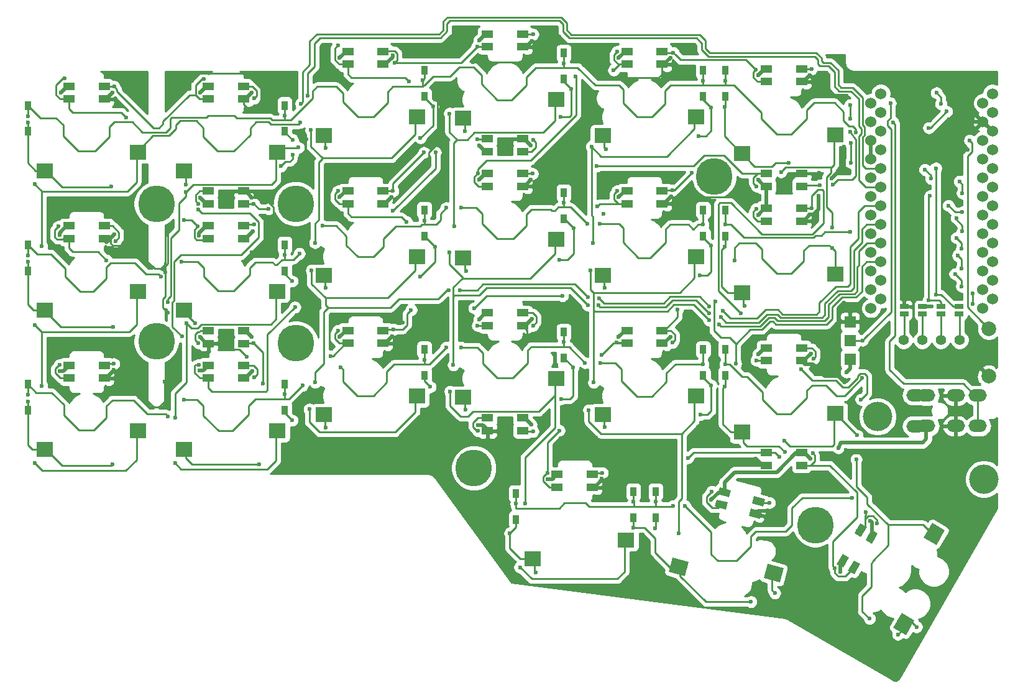
<source format=gbl>
G04 #@! TF.GenerationSoftware,KiCad,Pcbnew,(5.1.2)-1*
G04 #@! TF.CreationDate,2020-04-25T11:30:18-05:00*
G04 #@! TF.ProjectId,corneWS2812,636f726e-6557-4533-9238-31322e6b6963,2.1*
G04 #@! TF.SameCoordinates,Original*
G04 #@! TF.FileFunction,Copper,L2,Bot*
G04 #@! TF.FilePolarity,Positive*
%FSLAX46Y46*%
G04 Gerber Fmt 4.6, Leading zero omitted, Abs format (unit mm)*
G04 Created by KiCad (PCBNEW (5.1.2)-1) date 2020-04-25 11:30:18*
%MOMM*%
%LPD*%
G04 APERTURE LIST*
%ADD10R,1.600000X1.000000*%
%ADD11C,1.000000*%
%ADD12C,0.100000*%
%ADD13O,2.500000X1.700000*%
%ADD14R,1.143000X0.635000*%
%ADD15R,2.300000X2.000000*%
%ADD16C,2.000000*%
%ADD17C,1.524000*%
%ADD18R,0.950000X1.300000*%
%ADD19R,1.524000X1.524000*%
%ADD20C,1.397000*%
%ADD21C,5.000000*%
%ADD22C,4.000000*%
%ADD23C,0.600000*%
%ADD24C,0.250000*%
%ADD25C,0.500000*%
%ADD26C,0.254000*%
G04 APERTURE END LIST*
D10*
X167400000Y-122389000D03*
X167400000Y-120611000D03*
X162600000Y-120611000D03*
X162600000Y-122389000D03*
X129400000Y-117689000D03*
X129400000Y-115911000D03*
X124600000Y-115911000D03*
X124600000Y-117689000D03*
X91400000Y-105789000D03*
X91400000Y-104011000D03*
X86600000Y-104011000D03*
X86600000Y-105789000D03*
X86600000Y-85011000D03*
X86600000Y-86789000D03*
X91400000Y-86789000D03*
X91400000Y-85011000D03*
X124600000Y-77911000D03*
X124600000Y-79689000D03*
X129400000Y-79689000D03*
X129400000Y-77911000D03*
X162600000Y-82611000D03*
X162600000Y-84389000D03*
X167400000Y-84389000D03*
X167400000Y-82611000D03*
X167400000Y-89125000D03*
X167400000Y-87375000D03*
X162600000Y-87375000D03*
X162600000Y-89125000D03*
X138900000Y-125375000D03*
X138900000Y-123625000D03*
X134100000Y-123625000D03*
X134100000Y-125375000D03*
X72400000Y-110500000D03*
X72400000Y-108750000D03*
X67600000Y-108750000D03*
X67600000Y-110500000D03*
X148400000Y-86750000D03*
X148400000Y-85000000D03*
X143600000Y-85000000D03*
X143600000Y-86750000D03*
D11*
X173042228Y-135390961D03*
D12*
G36*
X173009215Y-134448141D02*
G01*
X173875241Y-134948141D01*
X173075241Y-136333781D01*
X172209215Y-135833781D01*
X173009215Y-134448141D01*
X173009215Y-134448141D01*
G37*
D11*
X174557772Y-136265961D03*
D12*
G36*
X174524759Y-135323141D02*
G01*
X175390785Y-135823141D01*
X174590785Y-137208781D01*
X173724759Y-136708781D01*
X174524759Y-135323141D01*
X174524759Y-135323141D01*
G37*
D11*
X176957772Y-132109039D03*
D12*
G36*
X176924759Y-131166219D02*
G01*
X177790785Y-131666219D01*
X176990785Y-133051859D01*
X176124759Y-132551859D01*
X176924759Y-131166219D01*
X176924759Y-131166219D01*
G37*
D11*
X175442228Y-131234039D03*
D12*
G36*
X175409215Y-130291219D02*
G01*
X176275241Y-130791219D01*
X175475241Y-132176859D01*
X174609215Y-131676859D01*
X175409215Y-130291219D01*
X175409215Y-130291219D01*
G37*
D11*
X161091755Y-128966351D03*
D12*
G36*
X160189605Y-129242259D02*
G01*
X160448424Y-128276333D01*
X161993905Y-128690443D01*
X161735086Y-129656369D01*
X160189605Y-129242259D01*
X160189605Y-129242259D01*
G37*
D11*
X161544689Y-127275981D03*
D12*
G36*
X160642539Y-127551889D02*
G01*
X160901358Y-126585963D01*
X162446839Y-127000073D01*
X162188020Y-127965999D01*
X160642539Y-127551889D01*
X160642539Y-127551889D01*
G37*
D11*
X156908245Y-126033649D03*
D12*
G36*
X156006095Y-126309557D02*
G01*
X156264914Y-125343631D01*
X157810395Y-125757741D01*
X157551576Y-126723667D01*
X156006095Y-126309557D01*
X156006095Y-126309557D01*
G37*
D11*
X156455311Y-127724019D03*
D12*
G36*
X155553161Y-127999927D02*
G01*
X155811980Y-127034001D01*
X157357461Y-127448111D01*
X157098642Y-128414037D01*
X155553161Y-127999927D01*
X155553161Y-127999927D01*
G37*
D10*
X167400000Y-108125000D03*
X167400000Y-106375000D03*
X162600000Y-106375000D03*
X162600000Y-108125000D03*
X148400000Y-105750000D03*
X148400000Y-104000000D03*
X143600000Y-104000000D03*
X143600000Y-105750000D03*
X129400000Y-103375000D03*
X129400000Y-101625000D03*
X124600000Y-101625000D03*
X124600000Y-103375000D03*
X110400000Y-105750000D03*
X110400000Y-104000000D03*
X105600000Y-104000000D03*
X105600000Y-105750000D03*
X91400000Y-110500000D03*
X91400000Y-108750000D03*
X86600000Y-108750000D03*
X86600000Y-110500000D03*
X129400000Y-84375000D03*
X129400000Y-82625000D03*
X124600000Y-82625000D03*
X124600000Y-84375000D03*
X110400000Y-86750000D03*
X110400000Y-85000000D03*
X105600000Y-85000000D03*
X105600000Y-86750000D03*
X91400000Y-91500000D03*
X91400000Y-89750000D03*
X86600000Y-89750000D03*
X86600000Y-91500000D03*
X72400000Y-91500000D03*
X72400000Y-89750000D03*
X67600000Y-89750000D03*
X67600000Y-91500000D03*
X167400000Y-70125000D03*
X167400000Y-68375000D03*
X162600000Y-68375000D03*
X162600000Y-70125000D03*
X148400000Y-67750000D03*
X148400000Y-66000000D03*
X143600000Y-66000000D03*
X143600000Y-67750000D03*
X129400000Y-65375000D03*
X129400000Y-63625000D03*
X124600000Y-63625000D03*
X124600000Y-65375000D03*
X110400000Y-67750000D03*
X110400000Y-66000000D03*
X105600000Y-66000000D03*
X105600000Y-67750000D03*
X91400000Y-72500000D03*
X91400000Y-70750000D03*
X86600000Y-70750000D03*
X86600000Y-72500000D03*
X72400000Y-72500000D03*
X72400000Y-70750000D03*
X67600000Y-70750000D03*
X67600000Y-72500000D03*
D13*
X184400000Y-112850000D03*
X182900000Y-117050000D03*
X191400000Y-112850000D03*
X188400000Y-112850000D03*
X191400000Y-117022000D03*
X188400000Y-117022000D03*
X184400000Y-117022000D03*
X182900000Y-112822000D03*
D14*
X188875000Y-100749620D03*
X188875000Y-101750380D03*
D15*
X159300000Y-117870000D03*
X172000000Y-115330000D03*
X102300000Y-77495000D03*
X115000000Y-74955000D03*
D16*
X181334050Y-143996345D03*
D12*
G36*
X181625075Y-145492274D02*
G01*
X179893025Y-144492274D01*
X181043025Y-142500416D01*
X182775075Y-143500416D01*
X181625075Y-145492274D01*
X181625075Y-145492274D01*
G37*
D16*
X185484346Y-131727822D03*
D12*
G36*
X185775371Y-133223751D02*
G01*
X184043321Y-132223751D01*
X185193321Y-130231893D01*
X186925371Y-131231893D01*
X185775371Y-133223751D01*
X185775371Y-133223751D01*
G37*
D15*
X64300000Y-82245000D03*
X77000000Y-79705000D03*
X130800000Y-135120000D03*
X143500000Y-132580000D03*
X102300000Y-115495000D03*
X115000000Y-112955000D03*
X83300000Y-120245000D03*
X96000000Y-117705000D03*
X64300000Y-120245000D03*
X77000000Y-117705000D03*
X159300000Y-98870000D03*
X172000000Y-96330000D03*
X140300000Y-96495000D03*
X153000000Y-93955000D03*
X121300000Y-94120000D03*
X134000000Y-91580000D03*
X102300000Y-96495000D03*
X115000000Y-93955000D03*
X83300000Y-101245000D03*
X96000000Y-98705000D03*
X64300000Y-101245000D03*
X77000000Y-98705000D03*
X159300000Y-79870000D03*
X172000000Y-77330000D03*
X140300000Y-77495000D03*
X153000000Y-74955000D03*
X83300000Y-82245000D03*
X96000000Y-79705000D03*
X140300000Y-115495000D03*
X153000000Y-112955000D03*
D16*
X150669069Y-136220272D03*
D12*
G36*
X149299435Y-136888556D02*
G01*
X149817073Y-134956704D01*
X152038703Y-135551988D01*
X151521065Y-137483840D01*
X149299435Y-136888556D01*
X149299435Y-136888556D01*
G37*
D16*
X163593728Y-137053822D03*
D12*
G36*
X162224094Y-137722106D02*
G01*
X162741732Y-135790254D01*
X164963362Y-136385538D01*
X164445724Y-138317390D01*
X162224094Y-137722106D01*
X162224094Y-137722106D01*
G37*
D15*
X121300000Y-75120000D03*
X134000000Y-72580000D03*
X121300000Y-113120000D03*
X134000000Y-110580000D03*
D17*
X192100000Y-73042000D03*
X192100000Y-75582000D03*
X192100000Y-78122000D03*
X192100000Y-80662000D03*
X192100000Y-83202000D03*
X192100000Y-85742000D03*
X192100000Y-88282000D03*
X192100000Y-90822000D03*
X192100000Y-93362000D03*
X192100000Y-95902000D03*
X192100000Y-98442000D03*
X192100000Y-100982000D03*
X176860000Y-100982000D03*
X176860000Y-98442000D03*
X176860000Y-95902000D03*
X176860000Y-93362000D03*
X176860000Y-90822000D03*
X176860000Y-88282000D03*
X176860000Y-85742000D03*
X176860000Y-83202000D03*
X176860000Y-80662000D03*
X176860000Y-78122000D03*
X176860000Y-75582000D03*
X176860000Y-73042000D03*
X193406400Y-71772000D03*
X193406400Y-74312000D03*
X193406400Y-76852000D03*
X193406400Y-79392000D03*
X193406400Y-81932000D03*
X193406400Y-84472000D03*
X193406400Y-87012000D03*
X193406400Y-89552000D03*
X193406400Y-92092000D03*
X193406400Y-94632000D03*
X193406400Y-97172000D03*
X193406400Y-99712000D03*
X178186400Y-99712000D03*
X178186400Y-97172000D03*
X178186400Y-94632000D03*
X178186400Y-92092000D03*
X178186400Y-89552000D03*
X178186400Y-87012000D03*
X178186400Y-84472000D03*
X178186400Y-81932000D03*
X178186400Y-79392000D03*
X178186400Y-76852000D03*
X178186400Y-74312000D03*
X178186400Y-71772000D03*
D18*
X154000000Y-68600000D03*
X154000000Y-72150000D03*
X62000000Y-73350000D03*
X62000000Y-76900000D03*
X97000000Y-73350000D03*
X97000000Y-76900000D03*
X116000000Y-68600000D03*
X116000000Y-72150000D03*
X135000000Y-66225000D03*
X135000000Y-69775000D03*
X157000000Y-68600000D03*
X157000000Y-72150000D03*
X62000000Y-92350000D03*
X62000000Y-95900000D03*
X97000000Y-92350000D03*
X97000000Y-95900000D03*
X116000000Y-87600000D03*
X116000000Y-91150000D03*
X135000000Y-85225000D03*
X135000000Y-88775000D03*
X154000000Y-87600000D03*
X154000000Y-91150000D03*
X157000000Y-87600000D03*
X157000000Y-91150000D03*
X62000000Y-111350000D03*
X62000000Y-114900000D03*
X97000000Y-111350000D03*
X97000000Y-114900000D03*
X116000000Y-106600000D03*
X116000000Y-110150000D03*
X135000000Y-104225000D03*
X135000000Y-107775000D03*
X157000000Y-106600000D03*
X157000000Y-110150000D03*
X128500000Y-126225000D03*
X128500000Y-129775000D03*
X144500000Y-125975000D03*
X144500000Y-129525000D03*
X147500000Y-125975000D03*
X147500000Y-129525000D03*
X154000000Y-106600000D03*
X154000000Y-110150000D03*
D14*
X186375000Y-100749620D03*
X186375000Y-101750380D03*
X183875000Y-100749620D03*
X183875000Y-101750380D03*
X181375000Y-100749620D03*
X181375000Y-101750380D03*
D19*
X174000000Y-102820000D03*
X174000000Y-105360000D03*
X174000000Y-107900000D03*
D20*
X181300000Y-105300000D03*
X183840000Y-105300000D03*
X186380000Y-105300000D03*
X188920000Y-105300000D03*
D21*
X79500000Y-105500000D03*
D22*
X177750000Y-115750000D03*
X192250000Y-124250000D03*
D21*
X79500000Y-86750000D03*
X98500000Y-86750000D03*
X98500000Y-105750000D03*
X155500000Y-83000000D03*
X122750000Y-122750000D03*
X169250000Y-130500000D03*
D16*
X192900000Y-103750000D03*
X192900000Y-110250000D03*
D23*
X140440000Y-88110000D03*
X178593750Y-111125000D03*
X174800000Y-77000000D03*
X174100000Y-78500000D03*
X174100000Y-81150000D03*
X157000000Y-70000000D03*
X154000000Y-70000000D03*
X62000000Y-74800000D03*
X97000000Y-74750000D03*
X135000000Y-67600000D03*
X115750000Y-69950000D03*
X62000000Y-75650000D03*
X73350000Y-84400000D03*
X102140000Y-89750000D03*
X98980000Y-93530000D03*
X154000000Y-89600000D03*
X138200000Y-89500000D03*
X139900000Y-89500000D03*
X157000000Y-89600000D03*
X62000000Y-93800000D03*
X135000000Y-86600000D03*
X119000000Y-87300000D03*
X121000000Y-87300000D03*
X116000000Y-89050000D03*
X96950000Y-93700000D03*
X82900000Y-94600000D03*
X174000000Y-90600000D03*
X80125000Y-96631040D03*
X98050000Y-80050000D03*
X96500000Y-81600000D03*
X98050000Y-78050000D03*
X83500000Y-84100000D03*
X157000000Y-108600000D03*
X154000000Y-108600000D03*
X62000000Y-112750000D03*
X135000000Y-105600000D03*
X116000000Y-108000000D03*
X137900000Y-108400000D03*
X140000000Y-108400000D03*
X121000000Y-106300000D03*
X119000000Y-106300000D03*
X97000000Y-112700000D03*
X83300000Y-113400000D03*
X81100000Y-115700000D03*
X99400000Y-111500000D03*
X104640000Y-109030000D03*
X175675000Y-110500000D03*
X115480000Y-77780000D03*
X117180000Y-73510000D03*
X102540000Y-79150000D03*
X174300000Y-126800000D03*
X149900000Y-127900000D03*
X151500000Y-127900000D03*
X147500000Y-127350000D03*
X144500000Y-127350000D03*
X128500000Y-127600000D03*
X134540000Y-74940000D03*
X136050000Y-71130000D03*
X121550000Y-76860000D03*
X153360000Y-77510000D03*
X155100000Y-73620000D03*
X140730000Y-79350000D03*
X156910000Y-73580000D03*
X165690000Y-81144990D03*
X62000000Y-94650000D03*
X73650000Y-103500000D03*
X98000000Y-97300000D03*
X84750000Y-103000000D03*
X115420000Y-96670000D03*
X117460000Y-92620000D03*
X102570000Y-98210000D03*
X134420000Y-94350000D03*
X136350000Y-90080000D03*
X121730000Y-95890000D03*
X153540000Y-96530000D03*
X155070000Y-92450000D03*
X140570000Y-98180000D03*
X159610000Y-100620000D03*
X156950000Y-92580000D03*
X62000000Y-113650000D03*
X73550000Y-122250000D03*
X98000000Y-116250000D03*
X93550000Y-122250000D03*
X116790000Y-111700000D03*
X102570000Y-117240000D03*
X134650000Y-113340000D03*
X136280000Y-109010000D03*
X121590000Y-114780000D03*
X153600000Y-115500000D03*
X155080000Y-111480000D03*
X140620000Y-117180000D03*
X156900000Y-111630000D03*
X165100000Y-120520000D03*
X127660000Y-131620000D03*
X131230000Y-136990000D03*
X144490000Y-130900000D03*
X160520000Y-140970000D03*
X183050000Y-144400000D03*
X147480000Y-130960000D03*
X180520000Y-145400000D03*
X152050000Y-66010000D03*
X173200000Y-80650000D03*
X173200000Y-78950000D03*
X190400000Y-70900000D03*
X173400000Y-120300000D03*
X173300000Y-111100000D03*
X173200000Y-100200000D03*
X188840000Y-75670000D03*
X189999998Y-79360000D03*
X182160000Y-99280000D03*
X162718750Y-128587500D03*
X161131250Y-121443750D03*
X172682687Y-136874708D03*
X140195102Y-124194822D03*
X123290000Y-116900000D03*
X73720000Y-109360000D03*
X73790000Y-90940000D03*
X92670000Y-90450000D03*
X92530721Y-85900000D03*
X73530722Y-71625000D03*
X92530722Y-71625000D03*
X111696023Y-66562958D03*
X130680000Y-64590000D03*
X149548239Y-66858792D03*
X168530722Y-69250000D03*
X165869279Y-83500000D03*
X168534186Y-88246916D03*
X149612902Y-85781982D03*
X130530721Y-78800000D03*
X130530721Y-83500000D03*
X111530721Y-85875001D03*
X92602530Y-109546601D03*
X85428351Y-104859484D03*
X111670000Y-104790000D03*
X130660000Y-102430000D03*
X149530721Y-104875000D03*
X168670000Y-107160000D03*
X169740000Y-85660000D03*
X173510000Y-72025000D03*
X173510000Y-69140000D03*
X171529442Y-83284442D03*
X169800000Y-82570000D03*
X151260000Y-69390000D03*
X164880000Y-83590000D03*
X164880000Y-83590000D03*
X151640000Y-84760000D03*
X152630000Y-86520000D03*
X151660000Y-104140000D03*
X154290000Y-118650000D03*
X132690000Y-104690000D03*
X118300000Y-104670000D03*
X123340000Y-104980000D03*
X138080000Y-110100000D03*
X136680000Y-115910000D03*
X76390000Y-109780000D03*
X81040000Y-101550000D03*
X76280000Y-92080000D03*
X91830000Y-107624990D03*
X113040000Y-102950000D03*
X139640000Y-68450000D03*
X137900000Y-70690000D03*
X122626117Y-67475000D03*
X116940000Y-66200000D03*
X119420000Y-70540000D03*
X102900000Y-68930000D03*
X93760000Y-73970000D03*
X83350000Y-70820000D03*
X99910000Y-77940000D03*
X133160000Y-83640000D03*
X135170000Y-78780000D03*
X133310000Y-80360000D03*
X161520000Y-85840000D03*
X141880000Y-83280000D03*
X139710000Y-85010000D03*
X94460000Y-90410000D03*
X80620000Y-111020000D03*
X81240000Y-90320000D03*
X93840000Y-92400000D03*
X92480000Y-93380000D03*
X80750000Y-96060000D03*
X115820000Y-81760000D03*
X166360000Y-123900000D03*
X130030000Y-105410000D03*
X134000000Y-108690000D03*
X181768750Y-107950000D03*
X180181250Y-123031250D03*
X146843750Y-122237500D03*
X69850000Y-86518750D03*
X69850000Y-105568750D03*
X75406250Y-70643750D03*
X185100000Y-100700000D03*
X172410000Y-120020000D03*
X173500000Y-109700000D03*
X176753759Y-129922509D03*
X155078738Y-127108173D03*
X132816974Y-124254181D03*
X130570650Y-116839411D03*
X66371252Y-109507249D03*
X66299998Y-91000000D03*
X85299998Y-91070000D03*
X85469279Y-85900000D03*
X66469279Y-71625000D03*
X85469279Y-71625001D03*
X104469279Y-66874999D03*
X123454388Y-64513678D03*
X142469278Y-66875000D03*
X161469279Y-69249999D03*
X161469280Y-83500000D03*
X161469279Y-88250001D03*
X142469278Y-85875000D03*
X123469279Y-78800000D03*
X123469280Y-83500000D03*
X104469279Y-85875001D03*
X85352784Y-109473608D03*
X92530721Y-104900000D03*
X104469279Y-104875000D03*
X123469279Y-102500000D03*
X142469279Y-104875000D03*
X161469279Y-107250000D03*
X168587500Y-121487500D03*
X99200000Y-73100000D03*
X99100000Y-75700000D03*
X63900000Y-111550000D03*
X62950000Y-122100000D03*
X63900000Y-92550000D03*
X62950000Y-103250000D03*
X62950000Y-84050000D03*
X185000000Y-83300000D03*
X184200000Y-82100000D03*
X82050000Y-122100000D03*
X82100000Y-115900000D03*
X83600000Y-103050000D03*
X98850000Y-79100000D03*
X100100000Y-72050000D03*
X83500000Y-85200000D03*
X189300000Y-85300000D03*
X188900000Y-83700000D03*
X81040390Y-100182952D03*
X100350000Y-114730000D03*
X101110000Y-92070000D03*
X100640000Y-95810000D03*
X100580000Y-76720000D03*
X156690000Y-101360000D03*
X154800000Y-100700000D03*
X119300000Y-98500000D03*
X120900000Y-98500000D03*
X138300000Y-99500000D03*
X139800000Y-99600000D03*
X101150000Y-111100000D03*
X189300000Y-87900000D03*
X187400000Y-87000000D03*
X119520000Y-112300000D03*
X119400000Y-93350000D03*
X119450000Y-74450000D03*
X129710000Y-127560000D03*
X154800000Y-101700000D03*
X156400000Y-102200000D03*
X138300000Y-100600000D03*
X139700000Y-100600000D03*
X119970000Y-108690000D03*
X120110000Y-89830000D03*
X129030000Y-136260000D03*
X189300000Y-90500000D03*
X188500000Y-88700000D03*
X163750000Y-139790000D03*
X138420000Y-114850000D03*
X150660000Y-131610000D03*
X156200000Y-103200000D03*
X154800000Y-102600000D03*
X139090000Y-111090000D03*
X138640000Y-95840000D03*
X139000000Y-92120000D03*
X138780000Y-78960000D03*
X189200000Y-92900000D03*
X188500000Y-91400000D03*
X158250000Y-94430000D03*
X171600000Y-92800000D03*
X171600000Y-89950000D03*
X165060000Y-119050000D03*
X176670000Y-143260000D03*
X174840000Y-121580000D03*
X174960000Y-118300000D03*
X155690000Y-100080000D03*
X158440000Y-108530000D03*
X189200000Y-95600000D03*
X188700000Y-93800000D03*
X164602080Y-82414017D03*
X179500000Y-73042000D03*
X175700000Y-105360000D03*
X186400000Y-73160000D03*
X185781882Y-71653459D03*
X174000000Y-73300000D03*
X171620000Y-84160000D03*
X174000000Y-75200000D03*
X174000000Y-76950000D03*
X169900000Y-84200000D03*
X187180000Y-74190000D03*
X179860000Y-75650000D03*
X184740000Y-76400000D03*
X190300000Y-78122000D03*
X184900000Y-85700000D03*
X184700000Y-99900000D03*
X185700000Y-99100000D03*
X185700000Y-81900000D03*
X189200000Y-98000000D03*
X188300000Y-96300000D03*
X190700000Y-100400000D03*
X190700000Y-99000000D03*
X73938905Y-91851756D03*
X66970000Y-69690000D03*
X75410000Y-74970000D03*
X85940000Y-69749998D03*
X73749553Y-70783169D03*
X85144667Y-89844671D03*
X92806178Y-72410206D03*
X83250000Y-89000000D03*
X111746532Y-85030150D03*
X104260000Y-65140000D03*
X113930000Y-70060000D03*
X115960000Y-79780000D03*
X123190024Y-65309976D03*
X112005502Y-67505159D03*
X130820583Y-63669921D03*
X123294308Y-82614310D03*
X136580000Y-69420000D03*
X142239084Y-66044532D03*
X149789206Y-84897625D03*
X141800000Y-68550000D03*
X152430000Y-82570000D03*
X149938816Y-66160614D03*
X161160928Y-68497689D03*
X168748496Y-68407113D03*
X161249581Y-87409037D03*
X66144669Y-89844669D03*
X73700001Y-108560249D03*
X72710000Y-94450000D03*
X92821439Y-89540777D03*
X85278796Y-108677034D03*
X98390000Y-100840000D03*
X104253841Y-85029778D03*
X111815781Y-103875120D03*
X113570000Y-89225000D03*
X114210000Y-101210000D03*
X130751537Y-82660155D03*
X123252012Y-103343394D03*
X122800000Y-100960000D03*
X134850000Y-99290000D03*
X142253436Y-85030180D03*
X149806177Y-105660205D03*
X139600000Y-87090000D03*
X150500000Y-101125000D03*
X168747801Y-87399869D03*
X161242762Y-108084144D03*
X159130000Y-101705000D03*
X66294652Y-108710923D03*
X92853913Y-110355879D03*
X104250712Y-104032905D03*
X103250000Y-107500000D03*
X130811069Y-103339593D03*
X132771539Y-123455470D03*
X134380000Y-117630000D03*
X142163514Y-105629897D03*
X163017675Y-127480772D03*
X140180000Y-107320000D03*
X169055008Y-107861265D03*
X177707772Y-130294064D03*
X167373132Y-109275010D03*
X175510000Y-113400000D03*
X176130000Y-128740000D03*
X140268872Y-123398229D03*
X155180000Y-125930000D03*
X171932687Y-136387978D03*
X168910129Y-120749468D03*
X123254099Y-77954518D03*
X92757448Y-86733934D03*
X117520000Y-79750000D03*
X111740000Y-87730000D03*
X94800000Y-87480000D03*
X85247467Y-86738850D03*
X85229610Y-105721405D03*
X85247466Y-87490000D03*
X82975000Y-104830000D03*
X161264309Y-84355691D03*
X130834743Y-78043361D03*
X139525145Y-81616002D03*
X92746087Y-105745295D03*
X123299998Y-117699939D03*
X94020000Y-111220000D03*
X130820000Y-117750000D03*
X164370000Y-121240000D03*
X151910000Y-121380000D03*
D24*
X174100000Y-78500000D02*
X174100000Y-81150000D01*
X174400000Y-76200000D02*
X174800000Y-76600000D01*
X174800000Y-76600000D02*
X174800000Y-77000000D01*
X158200000Y-70600000D02*
X161900000Y-74300000D01*
X161900000Y-74300000D02*
X161900000Y-75200000D01*
X161900000Y-75200000D02*
X164000000Y-77300000D01*
X164000000Y-77300000D02*
X166000000Y-77300000D01*
X166000000Y-77300000D02*
X168100000Y-75200000D01*
X168100000Y-75200000D02*
X168100000Y-74000000D01*
X168100000Y-74000000D02*
X169100000Y-73000000D01*
X169100000Y-73000000D02*
X171900000Y-73000000D01*
X171900000Y-73000000D02*
X173100000Y-74200000D01*
X173100000Y-74200000D02*
X173100000Y-75450000D01*
X173100000Y-75450000D02*
X173850000Y-76200000D01*
X157050000Y-70600000D02*
X158200000Y-70600000D01*
X173850000Y-76200000D02*
X174400000Y-76200000D01*
X154000000Y-70000000D02*
X154000000Y-68600000D01*
X157000000Y-70000000D02*
X157000000Y-68600000D01*
X157050000Y-70050000D02*
X157050000Y-70600000D01*
X157000000Y-70000000D02*
X157050000Y-70050000D01*
X154000000Y-70600000D02*
X154000000Y-70000000D01*
X62000000Y-73350000D02*
X62000000Y-74800000D01*
X97000000Y-74750000D02*
X97000000Y-73350000D01*
X97000000Y-75350000D02*
X97000000Y-74750000D01*
X135000000Y-68200000D02*
X136900000Y-68200000D01*
X149550000Y-70600000D02*
X148800000Y-71350000D01*
X148800000Y-71350000D02*
X148800000Y-73100000D01*
X148800000Y-73100000D02*
X147000000Y-74900000D01*
X147000000Y-74900000D02*
X144950000Y-74900000D01*
X144950000Y-74900000D02*
X143100000Y-73050000D01*
X143100000Y-73050000D02*
X143100000Y-71150000D01*
X143100000Y-71150000D02*
X142550000Y-70600000D01*
X149550000Y-70600000D02*
X154000000Y-70600000D01*
X139300000Y-70600000D02*
X142550000Y-70600000D01*
X136900000Y-68200000D02*
X139300000Y-70600000D01*
X135000000Y-66225000D02*
X135000000Y-67600000D01*
X135000000Y-68225000D02*
X135000000Y-68200000D01*
X135000000Y-68200000D02*
X135000000Y-67600000D01*
X129900000Y-70600000D02*
X127900000Y-72600000D01*
X116000000Y-68600000D02*
X116000000Y-69700000D01*
X116000000Y-69700000D02*
X115750000Y-69950000D01*
X115800000Y-70800000D02*
X115800000Y-70000000D01*
X115800000Y-70000000D02*
X115750000Y-69950000D01*
X157050000Y-70600000D02*
X157000000Y-70600000D01*
X135000000Y-68225000D02*
X131175000Y-68225000D01*
X131175000Y-68225000D02*
X129900000Y-69500000D01*
X129900000Y-69500000D02*
X129900000Y-70600000D01*
X127900000Y-72600000D02*
X125950000Y-72600000D01*
X125950000Y-72600000D02*
X123800000Y-70450000D01*
X123800000Y-70450000D02*
X123800000Y-69200000D01*
X123800000Y-69200000D02*
X122700000Y-68100000D01*
X122700000Y-68100000D02*
X120800000Y-68100000D01*
X120800000Y-68100000D02*
X119500000Y-69400000D01*
X119500000Y-69400000D02*
X117200000Y-69400000D01*
X117200000Y-69400000D02*
X116000000Y-70600000D01*
X97000000Y-75350000D02*
X97850000Y-75350000D01*
X111700000Y-70800000D02*
X115800000Y-70800000D01*
X111000000Y-71500000D02*
X111700000Y-70800000D01*
X111000000Y-73000000D02*
X111000000Y-71500000D01*
X109100000Y-74900000D02*
X111000000Y-73000000D01*
X106950000Y-74900000D02*
X109100000Y-74900000D01*
X104900000Y-72850000D02*
X106950000Y-74900000D01*
X104900000Y-71700000D02*
X104900000Y-72850000D01*
X104000000Y-70800000D02*
X104900000Y-71700000D01*
X101400000Y-70800000D02*
X104000000Y-70800000D01*
X100800000Y-71400000D02*
X101400000Y-70800000D01*
X100800000Y-72400000D02*
X100800000Y-71400000D01*
X97850000Y-75350000D02*
X100800000Y-72400000D01*
X115800000Y-70800000D02*
X116000000Y-70600000D01*
X154000000Y-70600000D02*
X157000000Y-70600000D01*
X63700000Y-75050000D02*
X62000000Y-73350000D01*
X65800000Y-75050000D02*
X63700000Y-75050000D01*
X66800000Y-77500000D02*
X66800000Y-76050000D01*
X68900000Y-79600000D02*
X66800000Y-77500000D01*
X71150000Y-79600000D02*
X68900000Y-79600000D01*
X97000000Y-75350000D02*
X95250000Y-75350000D01*
X95250000Y-75350000D02*
X95000000Y-75100000D01*
X81400000Y-76400000D02*
X80800000Y-77000000D01*
X73100000Y-77650000D02*
X71150000Y-79600000D01*
X95000000Y-75100000D02*
X90490002Y-75100000D01*
X80800000Y-77000000D02*
X77600000Y-77000000D01*
X90490002Y-75100000D02*
X90140001Y-74749999D01*
X90140001Y-74749999D02*
X86580001Y-74749999D01*
X86580001Y-74749999D02*
X86330000Y-75000000D01*
X86330000Y-75000000D02*
X81600000Y-75000000D01*
X81400000Y-75200000D02*
X81400000Y-76400000D01*
X73100000Y-76250000D02*
X73100000Y-77650000D01*
X81600000Y-75000000D02*
X81400000Y-75200000D01*
X66800000Y-76050000D02*
X65800000Y-75050000D01*
X77600000Y-77000000D02*
X76200000Y-75600000D01*
X76200000Y-75600000D02*
X73750000Y-75600000D01*
X73750000Y-75600000D02*
X73100000Y-76250000D01*
X62000000Y-76900000D02*
X62000000Y-75650000D01*
X63045000Y-82245000D02*
X64500000Y-82245000D01*
X62000000Y-76850000D02*
X62000000Y-81200000D01*
X62000000Y-81200000D02*
X63045000Y-82245000D01*
X66705000Y-84450000D02*
X64500000Y-82245000D01*
X73300000Y-84450000D02*
X66705000Y-84450000D01*
X73350000Y-84400000D02*
X73300000Y-84450000D01*
X99000000Y-93550000D02*
X98980000Y-93530000D01*
X154000000Y-89600000D02*
X154000000Y-87600000D01*
X135000000Y-87225000D02*
X135925000Y-87225000D01*
X138200000Y-89500000D02*
X135925000Y-87225000D01*
X142550000Y-89500000D02*
X139900000Y-89500000D01*
X143100000Y-90050000D02*
X142550000Y-89500000D01*
X143100000Y-92050000D02*
X143100000Y-90050000D01*
X145150000Y-94100000D02*
X143100000Y-92050000D01*
X146800000Y-94100000D02*
X145150000Y-94100000D01*
X148900000Y-92000000D02*
X146800000Y-94100000D01*
X148900000Y-90200000D02*
X148900000Y-92000000D01*
X149500000Y-89600000D02*
X148900000Y-90200000D01*
X152000000Y-89600000D02*
X149500000Y-89600000D01*
X152600000Y-90200000D02*
X152000000Y-89600000D01*
X152700000Y-90200000D02*
X152600000Y-90200000D01*
X153300000Y-89600000D02*
X152700000Y-90200000D01*
X154000000Y-89600000D02*
X153300000Y-89600000D01*
X157000000Y-89600000D02*
X157000000Y-87600000D01*
X62000000Y-93800000D02*
X62000000Y-92350000D01*
X135000000Y-85225000D02*
X135000000Y-86600000D01*
X135000000Y-87225000D02*
X135000000Y-86600000D01*
X116000000Y-89600000D02*
X115700000Y-89600000D01*
X115700000Y-89600000D02*
X115450000Y-89850000D01*
X115450000Y-89850000D02*
X112150000Y-89850000D01*
X112150000Y-89850000D02*
X110450000Y-91550000D01*
X110450000Y-91550000D02*
X110450000Y-92600000D01*
X110450000Y-92600000D02*
X109100000Y-93950000D01*
X109100000Y-93950000D02*
X106950000Y-93950000D01*
X106950000Y-93950000D02*
X105400000Y-92400000D01*
X105400000Y-92400000D02*
X105400000Y-91150000D01*
X105400000Y-91150000D02*
X104000000Y-89750000D01*
X104000000Y-89750000D02*
X102140000Y-89750000D01*
X98200000Y-94350000D02*
X96950000Y-94350000D01*
X99000000Y-93550000D02*
X98200000Y-94350000D01*
X116000000Y-87600000D02*
X116000000Y-89050000D01*
X116000000Y-89600000D02*
X116000000Y-89050000D01*
X117600000Y-89600000D02*
X116000000Y-89600000D01*
X118200000Y-89000000D02*
X117600000Y-89600000D01*
X118200000Y-88100000D02*
X118200000Y-89000000D01*
X119000000Y-87300000D02*
X118200000Y-88100000D01*
X123100000Y-87300000D02*
X121000000Y-87300000D01*
X123900000Y-88100000D02*
X123100000Y-87300000D01*
X123900000Y-89500000D02*
X123900000Y-88100000D01*
X125900000Y-91500000D02*
X123900000Y-89500000D01*
X128100000Y-91500000D02*
X125900000Y-91500000D01*
X129900000Y-89700000D02*
X128100000Y-91500000D01*
X129900000Y-88200000D02*
X129900000Y-89700000D01*
X130600000Y-87500000D02*
X129900000Y-88200000D01*
X133200000Y-87500000D02*
X130600000Y-87500000D01*
X133400000Y-87700000D02*
X133200000Y-87500000D01*
X133800000Y-87700000D02*
X133400000Y-87700000D01*
X134275000Y-87225000D02*
X133800000Y-87700000D01*
X135000000Y-87225000D02*
X134275000Y-87225000D01*
X97000000Y-92350000D02*
X97000000Y-93650000D01*
X97000000Y-93650000D02*
X96950000Y-93700000D01*
X96950000Y-94350000D02*
X96950000Y-93700000D01*
X65150000Y-93600000D02*
X63250000Y-93600000D01*
X63250000Y-93600000D02*
X62000000Y-92350000D01*
X76600000Y-94800000D02*
X73300000Y-94800000D01*
X96950000Y-94350000D02*
X96650000Y-94350000D01*
X72700000Y-95400000D02*
X72700000Y-96900000D01*
X72700000Y-96900000D02*
X70900000Y-98700000D01*
X70900000Y-98700000D02*
X69100000Y-98700000D01*
X69100000Y-98700000D02*
X67100000Y-96700000D01*
X67100000Y-96700000D02*
X67100000Y-95550000D01*
X67100000Y-95550000D02*
X65150000Y-93600000D01*
X85100000Y-94600000D02*
X82900000Y-94600000D01*
X95900000Y-95100000D02*
X95700000Y-95100000D01*
X95700000Y-95100000D02*
X95300000Y-94700000D01*
X95300000Y-94700000D02*
X93000000Y-94700000D01*
X93000000Y-94700000D02*
X92200000Y-95500000D01*
X92200000Y-95500000D02*
X92200000Y-96450000D01*
X92200000Y-96450000D02*
X90000000Y-98650000D01*
X90000000Y-98650000D02*
X87950000Y-98650000D01*
X87950000Y-98650000D02*
X86000000Y-96700000D01*
X86000000Y-96700000D02*
X86000000Y-95500000D01*
X86000000Y-95500000D02*
X85100000Y-94600000D01*
X96650000Y-94350000D02*
X95900000Y-95100000D01*
X73300000Y-94800000D02*
X72700000Y-95400000D01*
X170100000Y-91100000D02*
X170600000Y-90600000D01*
X170600000Y-90600000D02*
X174000000Y-90600000D01*
X170100000Y-91100000D02*
X169320000Y-91100000D01*
X169320000Y-91100000D02*
X169045001Y-91374999D01*
X157810002Y-89600000D02*
X159585001Y-91374999D01*
X157000000Y-89600000D02*
X157810002Y-89600000D01*
X169045001Y-91374999D02*
X159585001Y-91374999D01*
X78131041Y-96331041D02*
X76925000Y-95125000D01*
X79825001Y-96331041D02*
X78131041Y-96331041D01*
X80125000Y-96631040D02*
X79825001Y-96331041D01*
X76925000Y-95125000D02*
X76600000Y-94800000D01*
X96500000Y-81600000D02*
X97050000Y-81050000D01*
X98050000Y-80700000D02*
X98050000Y-80050000D01*
X97700000Y-81050000D02*
X98050000Y-80700000D01*
X97050000Y-81050000D02*
X97700000Y-81050000D01*
X98050000Y-78050000D02*
X97000000Y-77000000D01*
X97000000Y-77000000D02*
X97000000Y-76900000D01*
X83500000Y-82245000D02*
X83500000Y-84100000D01*
X154000000Y-106565000D02*
X154000000Y-108600000D01*
X145000000Y-113000000D02*
X142900000Y-110900000D01*
X62000000Y-111350000D02*
X62000000Y-112750000D01*
X135000000Y-104225000D02*
X135000000Y-105600000D01*
X135000000Y-106225000D02*
X135000000Y-105600000D01*
X116000000Y-108000000D02*
X116000000Y-106600000D01*
X116000000Y-108000000D02*
X116000000Y-108600000D01*
X154000000Y-108600000D02*
X150200000Y-108600000D01*
X135725000Y-106225000D02*
X135000000Y-106225000D01*
X137900000Y-108400000D02*
X135725000Y-106225000D01*
X142000000Y-108400000D02*
X140000000Y-108400000D01*
X142900000Y-109300000D02*
X142000000Y-108400000D01*
X142900000Y-110900000D02*
X142900000Y-109300000D01*
X147000000Y-113000000D02*
X145000000Y-113000000D01*
X149000000Y-111000000D02*
X147000000Y-113000000D01*
X149000000Y-109800000D02*
X149000000Y-111000000D01*
X150200000Y-108600000D02*
X149000000Y-109800000D01*
X135000000Y-106225000D02*
X130575000Y-106225000D01*
X130575000Y-106225000D02*
X130100000Y-106700000D01*
X130100000Y-106700000D02*
X130100000Y-108450000D01*
X130100000Y-108450000D02*
X128050000Y-110500000D01*
X128050000Y-110500000D02*
X125950000Y-110500000D01*
X125950000Y-110500000D02*
X124000000Y-108550000D01*
X124000000Y-108550000D02*
X124000000Y-107100000D01*
X124000000Y-107100000D02*
X123200000Y-106300000D01*
X123200000Y-106300000D02*
X121000000Y-106300000D01*
X119000000Y-106300000D02*
X116700000Y-108600000D01*
X116700000Y-108600000D02*
X116000000Y-108600000D01*
X157000000Y-108600000D02*
X157000000Y-106565000D01*
X97000000Y-112700000D02*
X97000000Y-111350000D01*
X97000000Y-112700000D02*
X97000000Y-113350000D01*
X97000000Y-113350000D02*
X93000000Y-113350000D01*
X92100000Y-114250000D02*
X93000000Y-113350000D01*
X92100000Y-115500000D02*
X92100000Y-114250000D01*
X89900000Y-117700000D02*
X92100000Y-115500000D01*
X88000000Y-117700000D02*
X89900000Y-117700000D01*
X85900000Y-115600000D02*
X88000000Y-117700000D01*
X85900000Y-114250000D02*
X85900000Y-115600000D01*
X85050000Y-113400000D02*
X85900000Y-114250000D01*
X83300000Y-113400000D02*
X85050000Y-113400000D01*
X99400000Y-111500000D02*
X97550000Y-113350000D01*
X97550000Y-113350000D02*
X97000000Y-113350000D01*
X104969999Y-109359999D02*
X104939999Y-109329999D01*
X110900000Y-109600000D02*
X110900000Y-111050000D01*
X116000000Y-108600000D02*
X111900000Y-108600000D01*
X111900000Y-108600000D02*
X110900000Y-109600000D01*
X106850000Y-112900000D02*
X104969999Y-111019999D01*
X110900000Y-111050000D02*
X109050000Y-112900000D01*
X104969999Y-111019999D02*
X104969999Y-109359999D01*
X109050000Y-112900000D02*
X106850000Y-112900000D01*
X104939999Y-109329999D02*
X104640000Y-109030000D01*
X157600000Y-108600000D02*
X157000000Y-108600000D01*
X162100000Y-112400000D02*
X160000000Y-110300000D01*
X162100000Y-113420000D02*
X162100000Y-112400000D01*
X159300000Y-110300000D02*
X157600000Y-108600000D01*
X164080000Y-115400000D02*
X162100000Y-113420000D01*
X160000000Y-110300000D02*
X159300000Y-110300000D01*
X168100000Y-113210000D02*
X165910000Y-115400000D01*
X168100000Y-112200000D02*
X168100000Y-113210000D01*
X165910000Y-115400000D02*
X164080000Y-115400000D01*
X168825001Y-111474999D02*
X168100000Y-112200000D01*
X174300000Y-111900000D02*
X174000001Y-112199999D01*
X173990001Y-112199999D02*
X173240000Y-112950000D01*
X173240000Y-112950000D02*
X172167002Y-112950000D01*
X174000001Y-112199999D02*
X173990001Y-112199999D01*
X172167002Y-112950000D02*
X170692001Y-111474999D01*
X170692001Y-111474999D02*
X168825001Y-111474999D01*
X173240000Y-112950000D02*
X173240000Y-112935000D01*
X173240000Y-112935000D02*
X175675000Y-110500000D01*
X63150000Y-112500000D02*
X62000000Y-111350000D01*
X66900000Y-114150000D02*
X65250000Y-112500000D01*
X66900000Y-115550000D02*
X66900000Y-114150000D01*
X68950000Y-117600000D02*
X66900000Y-115550000D01*
X71000000Y-117600000D02*
X68950000Y-117600000D01*
X72700000Y-115900000D02*
X71000000Y-117600000D01*
X81100000Y-115700000D02*
X80800001Y-115400001D01*
X80800001Y-115400001D02*
X78270001Y-115400001D01*
X65250000Y-112500000D02*
X63150000Y-112500000D01*
X78270001Y-115400001D02*
X76370000Y-113500000D01*
X76370000Y-113500000D02*
X73500000Y-113500000D01*
X73500000Y-113500000D02*
X72700000Y-114300000D01*
X72700000Y-114300000D02*
X72700000Y-115900000D01*
X117180000Y-73510000D02*
X117180000Y-76080000D01*
X117180000Y-76080000D02*
X115480000Y-77780000D01*
X117180000Y-73510000D02*
X116000000Y-72330000D01*
X116000000Y-72330000D02*
X116000000Y-72150000D01*
X102540000Y-79150000D02*
X102500000Y-79110000D01*
X102500000Y-79110000D02*
X102500000Y-77495000D01*
X149825000Y-127975000D02*
X149900000Y-127900000D01*
X151500000Y-127900000D02*
X155100000Y-131500000D01*
X155100000Y-131500000D02*
X155100000Y-134500000D01*
X155100000Y-134500000D02*
X156000000Y-135400000D01*
X156000000Y-135400000D02*
X158500000Y-135400000D01*
X158500000Y-135400000D02*
X160500000Y-133400000D01*
X160500000Y-133400000D02*
X160500000Y-132100000D01*
X160500000Y-132100000D02*
X161200000Y-131400000D01*
X161200000Y-131400000D02*
X165200000Y-131400000D01*
X165200000Y-131400000D02*
X166100000Y-130500000D01*
X166100000Y-130500000D02*
X166100000Y-128200000D01*
X166100000Y-128200000D02*
X167500000Y-126800000D01*
X167500000Y-126800000D02*
X174300000Y-126800000D01*
X147500000Y-127975000D02*
X149825000Y-127975000D01*
X128500000Y-127600000D02*
X128500000Y-126225000D01*
X144500000Y-127350000D02*
X144500000Y-125975000D01*
X147500000Y-127350000D02*
X147500000Y-125975000D01*
X147500000Y-127975000D02*
X147500000Y-127350000D01*
X144550000Y-127400000D02*
X144550000Y-127975000D01*
X144500000Y-127350000D02*
X144550000Y-127400000D01*
X128500000Y-128225000D02*
X128500000Y-127600000D01*
X144500000Y-127975000D02*
X144550000Y-127975000D01*
X144550000Y-127975000D02*
X147500000Y-127975000D01*
X128500000Y-128225000D02*
X134375000Y-128225000D01*
X138000000Y-127500000D02*
X138475000Y-127975000D01*
X135100000Y-127500000D02*
X138000000Y-127500000D01*
X134375000Y-128225000D02*
X135100000Y-127500000D01*
X138475000Y-127975000D02*
X144500000Y-127975000D01*
X136050000Y-71130000D02*
X136050000Y-74650000D01*
X135760000Y-74940000D02*
X134540000Y-74940000D01*
X136050000Y-74650000D02*
X135760000Y-74940000D01*
X136050000Y-71130000D02*
X135000000Y-70080000D01*
X135000000Y-70080000D02*
X135000000Y-69775000D01*
X121550000Y-76860000D02*
X121500000Y-76810000D01*
X121500000Y-76810000D02*
X121500000Y-75120000D01*
X155100000Y-73620000D02*
X155100000Y-76800000D01*
X154390000Y-77510000D02*
X153360000Y-77510000D01*
X155100000Y-76800000D02*
X154390000Y-77510000D01*
X155100000Y-73620000D02*
X154000000Y-72520000D01*
X154000000Y-72520000D02*
X154000000Y-72150000D01*
X140730000Y-79350000D02*
X140500000Y-79120000D01*
X140500000Y-79120000D02*
X140500000Y-77495000D01*
X157000000Y-72150000D02*
X157000000Y-73490000D01*
X157000000Y-73490000D02*
X156910000Y-73580000D01*
X165265736Y-81144990D02*
X165690000Y-81144990D01*
X163340000Y-81690000D02*
X163885010Y-81144990D01*
X156910000Y-77570000D02*
X161030000Y-81690000D01*
X163885010Y-81144990D02*
X165265736Y-81144990D01*
X161030000Y-81690000D02*
X163340000Y-81690000D01*
X156910000Y-73580000D02*
X156910000Y-77570000D01*
X62000000Y-95900000D02*
X62000000Y-94650000D01*
X62745000Y-101245000D02*
X64500000Y-101245000D01*
X62000000Y-100500000D02*
X62745000Y-101245000D01*
X62000000Y-95850000D02*
X62000000Y-100500000D01*
X73650000Y-103500000D02*
X66500000Y-103500000D01*
X66500000Y-103500000D02*
X64500000Y-101500000D01*
X64500000Y-101500000D02*
X64500000Y-101245000D01*
X98000000Y-97300000D02*
X97000000Y-96300000D01*
X97000000Y-96300000D02*
X97000000Y-95900000D01*
X83500000Y-101750000D02*
X84750000Y-103000000D01*
X83500000Y-101245000D02*
X83500000Y-101750000D01*
X117460000Y-92620000D02*
X117460000Y-94630000D01*
X117460000Y-94630000D02*
X115420000Y-96670000D01*
X117460000Y-92620000D02*
X116000000Y-91160000D01*
X116000000Y-91160000D02*
X116000000Y-91150000D01*
X102570000Y-98210000D02*
X102500000Y-98140000D01*
X102500000Y-98140000D02*
X102500000Y-96495000D01*
X136350000Y-90080000D02*
X136350000Y-93540000D01*
X135540000Y-94350000D02*
X134420000Y-94350000D01*
X136350000Y-93540000D02*
X135540000Y-94350000D01*
X136350000Y-90080000D02*
X135045000Y-88775000D01*
X135045000Y-88775000D02*
X135000000Y-88775000D01*
X121500000Y-94120000D02*
X121500000Y-95660000D01*
X121500000Y-95660000D02*
X121730000Y-95890000D01*
X155070000Y-92450000D02*
X155070000Y-95990000D01*
X154530000Y-96530000D02*
X153540000Y-96530000D01*
X155070000Y-95990000D02*
X154530000Y-96530000D01*
X154000000Y-91150000D02*
X154000000Y-91380000D01*
X154000000Y-91380000D02*
X155070000Y-92450000D01*
X140570000Y-98180000D02*
X140500000Y-98110000D01*
X140500000Y-98110000D02*
X140500000Y-96495000D01*
X159610000Y-100620000D02*
X159500000Y-100510000D01*
X159500000Y-100510000D02*
X159500000Y-98870000D01*
X157000000Y-91150000D02*
X157000000Y-92530000D01*
X157000000Y-92530000D02*
X156950000Y-92580000D01*
X159500000Y-98870000D02*
X157380000Y-98870000D01*
X157380000Y-98870000D02*
X156520000Y-98010000D01*
X156520000Y-98010000D02*
X156520000Y-93010000D01*
X156520000Y-93010000D02*
X156950000Y-92580000D01*
X62000000Y-114900000D02*
X62000000Y-113650000D01*
X62595000Y-120245000D02*
X64500000Y-120245000D01*
X62000000Y-119650000D02*
X62595000Y-120245000D01*
X62000000Y-114900000D02*
X62000000Y-119650000D01*
X73550000Y-122250000D02*
X73400000Y-122400000D01*
X73400000Y-122400000D02*
X66655000Y-122400000D01*
X66655000Y-122400000D02*
X64500000Y-120245000D01*
X98000000Y-116250000D02*
X97000000Y-115250000D01*
X97000000Y-115250000D02*
X97000000Y-114900000D01*
X83500000Y-120245000D02*
X83500000Y-121400000D01*
X84350000Y-122250000D02*
X93550000Y-122250000D01*
X83500000Y-121400000D02*
X84350000Y-122250000D01*
X116000000Y-110910000D02*
X116000000Y-110150000D01*
X116790000Y-111700000D02*
X116000000Y-110910000D01*
X102570000Y-117240000D02*
X102500000Y-117170000D01*
X102500000Y-117170000D02*
X102500000Y-115495000D01*
X136280000Y-109010000D02*
X136280000Y-112940000D01*
X135880000Y-113340000D02*
X134650000Y-113340000D01*
X136280000Y-112940000D02*
X135880000Y-113340000D01*
X136280000Y-109010000D02*
X135045000Y-107775000D01*
X135045000Y-107775000D02*
X135000000Y-107775000D01*
X121590000Y-114780000D02*
X121500000Y-114690000D01*
X121500000Y-114690000D02*
X121500000Y-113120000D01*
X155080000Y-111480000D02*
X155080000Y-114980000D01*
X154560000Y-115500000D02*
X153600000Y-115500000D01*
X155080000Y-114980000D02*
X154560000Y-115500000D01*
X155080000Y-111480000D02*
X154000000Y-110400000D01*
X154000000Y-110400000D02*
X154000000Y-110150000D01*
X140620000Y-117180000D02*
X140500000Y-117060000D01*
X140500000Y-117060000D02*
X140500000Y-115495000D01*
X157000000Y-110150000D02*
X157000000Y-111530000D01*
X157000000Y-111530000D02*
X156900000Y-111630000D01*
X159500000Y-117870000D02*
X157790000Y-117870000D01*
X156710000Y-111820000D02*
X156900000Y-111630000D01*
X156710000Y-116790000D02*
X156710000Y-111820000D01*
X157790000Y-117870000D02*
X156710000Y-116790000D01*
X165100000Y-120520000D02*
X164330000Y-119750000D01*
X164330000Y-119750000D02*
X160000000Y-119750000D01*
X160000000Y-119750000D02*
X159500000Y-119250000D01*
X159500000Y-119250000D02*
X159500000Y-117870000D01*
X128500000Y-129775000D02*
X128500000Y-130780000D01*
X128500000Y-130780000D02*
X127660000Y-131620000D01*
X129110000Y-135120000D02*
X127660000Y-133670000D01*
X127660000Y-133670000D02*
X127660000Y-131620000D01*
X131000000Y-135120000D02*
X129110000Y-135120000D01*
X131230000Y-136990000D02*
X131000000Y-136760000D01*
X131000000Y-136760000D02*
X131000000Y-135120000D01*
X150862254Y-136272035D02*
X149462035Y-136272035D01*
X146040000Y-130900000D02*
X144490000Y-130900000D01*
X147440000Y-132300000D02*
X146040000Y-130900000D01*
X147440000Y-134250000D02*
X147440000Y-132300000D01*
X149462035Y-136272035D02*
X147440000Y-134250000D01*
X144490000Y-130900000D02*
X144500000Y-130890000D01*
X144500000Y-130890000D02*
X144500000Y-129525000D01*
X150862254Y-136272035D02*
X150862254Y-137452254D01*
X154380000Y-140970000D02*
X160520000Y-140970000D01*
X150862254Y-137452254D02*
X154380000Y-140970000D01*
X183050000Y-144400000D02*
X182473140Y-143823140D01*
X182473140Y-143823140D02*
X181434050Y-143823140D01*
X147500000Y-129525000D02*
X147500000Y-130940000D01*
X147500000Y-130940000D02*
X147480000Y-130960000D01*
X180520000Y-145400000D02*
X181434050Y-144485950D01*
X181434050Y-144485950D02*
X181434050Y-143823140D01*
X182233140Y-143823140D02*
X181434050Y-143823140D01*
X152050000Y-65970000D02*
X152050000Y-66010000D01*
D25*
X173200000Y-80650000D02*
X173200000Y-78950000D01*
X192100000Y-75582000D02*
X190582000Y-75582000D01*
X190400000Y-75400000D02*
X190400000Y-70900000D01*
X190582000Y-75582000D02*
X190400000Y-75400000D01*
X176860000Y-80662000D02*
X176860000Y-78122000D01*
X188400000Y-118800000D02*
X186600000Y-120600000D01*
X173700000Y-120600000D02*
X186600000Y-120600000D01*
X173700000Y-120600000D02*
X173400000Y-120300000D01*
X172400000Y-102300000D02*
X172400000Y-102400000D01*
X172820000Y-102820000D02*
X174000000Y-102820000D01*
X172400000Y-102400000D02*
X172820000Y-102820000D01*
X172400000Y-110200000D02*
X173300000Y-111100000D01*
X172400000Y-101000000D02*
X172400000Y-102300000D01*
X173200000Y-100200000D02*
X172400000Y-101000000D01*
X172400000Y-102300000D02*
X172400000Y-110200000D01*
X188840000Y-75670000D02*
X188840000Y-78200002D01*
X188840000Y-78200002D02*
X189699999Y-79060001D01*
X189699999Y-79060001D02*
X189999998Y-79360000D01*
X182027120Y-99280000D02*
X182160000Y-99280000D01*
X181375000Y-100749620D02*
X181375000Y-99932120D01*
X181375000Y-99932120D02*
X182027120Y-99280000D01*
D24*
X167400000Y-82625000D02*
X167725000Y-82625000D01*
X139625000Y-125375000D02*
X138900000Y-125375000D01*
D25*
X161470606Y-128587500D02*
X161091755Y-128966351D01*
X162718750Y-128587500D02*
X161470606Y-128587500D01*
X162800000Y-122375000D02*
X162062500Y-122375000D01*
X162062500Y-122375000D02*
X161131250Y-121443750D01*
X172682687Y-135750502D02*
X173042228Y-135390961D01*
X172682687Y-136874708D02*
X172682687Y-135750502D01*
X140195102Y-124379898D02*
X140195102Y-124194822D01*
X138900000Y-125375000D02*
X139200000Y-125375000D01*
X139200000Y-125375000D02*
X140195102Y-124379898D01*
X124025000Y-116900000D02*
X124800000Y-117675000D01*
X123290000Y-116900000D02*
X124025000Y-116900000D01*
X73720000Y-109480000D02*
X73720000Y-109360000D01*
X72400000Y-110500000D02*
X72700000Y-110500000D01*
X72700000Y-110500000D02*
X73720000Y-109480000D01*
X73790000Y-90940000D02*
X72690000Y-92040000D01*
X72690000Y-91790000D02*
X72400000Y-91500000D01*
X72690000Y-92040000D02*
X72690000Y-91790000D01*
X91620000Y-91500000D02*
X91400000Y-91500000D01*
X92670000Y-90450000D02*
X91620000Y-91500000D01*
X91200000Y-85025000D02*
X91655721Y-85025000D01*
X91655721Y-85025000D02*
X92530721Y-85900000D01*
X72655722Y-72500000D02*
X72400000Y-72500000D01*
X73530722Y-71625000D02*
X72655722Y-72500000D01*
X91655722Y-72500000D02*
X91400000Y-72500000D01*
X92530722Y-71625000D02*
X91655722Y-72500000D01*
X111700000Y-66566935D02*
X111696023Y-66562958D01*
X111700000Y-66750000D02*
X111700000Y-66566935D01*
X110400000Y-67750000D02*
X110700000Y-67750000D01*
X110700000Y-67750000D02*
X111700000Y-66750000D01*
X129400000Y-65375000D02*
X129895000Y-65375000D01*
X129895000Y-65375000D02*
X130680000Y-64590000D01*
X148400000Y-67750000D02*
X148657031Y-67750000D01*
X148657031Y-67750000D02*
X149548239Y-66858792D01*
X167400000Y-70125000D02*
X167655722Y-70125000D01*
X167655722Y-70125000D02*
X168530722Y-69250000D01*
X166744279Y-82625000D02*
X167200000Y-82625000D01*
X165869279Y-83500000D02*
X166744279Y-82625000D01*
X167656102Y-89125000D02*
X167400000Y-89125000D01*
X168534186Y-88246916D02*
X167656102Y-89125000D01*
X148644884Y-86750000D02*
X148400000Y-86750000D01*
X149612902Y-85781982D02*
X148644884Y-86750000D01*
X129655721Y-77925000D02*
X129200000Y-77925000D01*
X130530721Y-78800000D02*
X129655721Y-77925000D01*
X129400000Y-84375000D02*
X129655721Y-84375000D01*
X129655721Y-84375000D02*
X130530721Y-83500000D01*
X110400000Y-86750000D02*
X110655722Y-86750000D01*
X110655722Y-86750000D02*
X111530721Y-85875001D01*
X91400000Y-110500000D02*
X91649131Y-110500000D01*
X91649131Y-110500000D02*
X92602530Y-109546601D01*
X86343867Y-105775000D02*
X86800000Y-105775000D01*
X85428351Y-104859484D02*
X86343867Y-105775000D01*
X110710000Y-105750000D02*
X110400000Y-105750000D01*
X111670000Y-104790000D02*
X110710000Y-105750000D01*
X129715000Y-103375000D02*
X129400000Y-103375000D01*
X130660000Y-102430000D02*
X129715000Y-103375000D01*
X148655721Y-105750000D02*
X148400000Y-105750000D01*
X149530721Y-104875000D02*
X148655721Y-105750000D01*
X167705000Y-108125000D02*
X167400000Y-108125000D01*
X168670000Y-107160000D02*
X167705000Y-108125000D01*
X168958450Y-88246916D02*
X168534186Y-88246916D01*
X169010756Y-88246916D02*
X168958450Y-88246916D01*
X169740000Y-87517672D02*
X169010756Y-88246916D01*
X169740000Y-85660000D02*
X169740000Y-87517672D01*
X168530722Y-69250000D02*
X171305722Y-72025000D01*
X171305722Y-72025000D02*
X173510000Y-72025000D01*
X173200000Y-80650000D02*
X173200000Y-81613884D01*
X173200000Y-81613884D02*
X171529442Y-83284442D01*
X167886266Y-108611266D02*
X167400000Y-108125000D01*
X168941266Y-108611266D02*
X167886266Y-108611266D01*
X170530000Y-110200000D02*
X168941266Y-108611266D01*
X172400000Y-110200000D02*
X170530000Y-110200000D01*
D24*
X88050000Y-105775000D02*
X86800000Y-105775000D01*
X88875001Y-106600001D02*
X88050000Y-105775000D01*
X90805011Y-106600001D02*
X88875001Y-106600001D01*
X91830000Y-107624990D02*
X90805011Y-106600001D01*
X140740010Y-69550010D02*
X139640000Y-68450000D01*
X147915689Y-69550010D02*
X140740010Y-69550010D01*
X148400000Y-67750000D02*
X148400000Y-69065699D01*
X148400000Y-69065699D02*
X147915689Y-69550010D01*
X130680000Y-64590000D02*
X132490000Y-66400000D01*
X132490000Y-66400000D02*
X131415000Y-67475000D01*
X131415000Y-67475000D02*
X122626117Y-67475000D01*
X91400000Y-73250000D02*
X91400000Y-72500000D01*
X92120000Y-73970000D02*
X91400000Y-73250000D01*
X93760000Y-73970000D02*
X92120000Y-73970000D01*
X93760000Y-73970000D02*
X93760000Y-71050000D01*
X93760000Y-71050000D02*
X91709990Y-68999990D01*
X84049990Y-70120010D02*
X83350000Y-70820000D01*
X84049990Y-68999990D02*
X84049990Y-70120010D01*
X84049990Y-68999990D02*
X81430010Y-68999990D01*
X91709990Y-68999990D02*
X84049990Y-68999990D01*
X133160000Y-83640000D02*
X135170000Y-81630000D01*
X135170000Y-81630000D02*
X135170000Y-78780000D01*
X134890000Y-78780000D02*
X135170000Y-78780000D01*
X133310000Y-80360000D02*
X134890000Y-78780000D01*
X153310000Y-85840000D02*
X152630000Y-86520000D01*
X161520000Y-85840000D02*
X153310000Y-85840000D01*
X141880000Y-83280000D02*
X140150000Y-85010000D01*
X140150000Y-85010000D02*
X139710000Y-85010000D01*
X95425001Y-89444999D02*
X94460000Y-90410000D01*
X95425001Y-87179999D02*
X95425001Y-89444999D01*
X92530721Y-85900000D02*
X94145002Y-85900000D01*
X94145002Y-85900000D02*
X95425001Y-87179999D01*
X80620000Y-113666017D02*
X79836017Y-114450000D01*
X80620000Y-111020000D02*
X80620000Y-113666017D01*
X79167512Y-114450000D02*
X78120000Y-113402488D01*
X79836017Y-114450000D02*
X79167512Y-114450000D01*
X78120000Y-111510000D02*
X76390000Y-109780000D01*
X78120000Y-113402488D02*
X78120000Y-111510000D01*
X75980001Y-92379999D02*
X76280000Y-92080000D01*
X75883243Y-92476757D02*
X75980001Y-92379999D01*
X73638904Y-92476757D02*
X75883243Y-92476757D01*
X73313904Y-92151757D02*
X73638904Y-92476757D01*
X73313904Y-91416096D02*
X73313904Y-92151757D01*
X73790000Y-90940000D02*
X73313904Y-91416096D01*
X79254670Y-95549990D02*
X80389990Y-95549990D01*
X76280000Y-92080000D02*
X76280000Y-92575320D01*
X76280000Y-92575320D02*
X79254670Y-95549990D01*
X81049990Y-90510010D02*
X81240000Y-90320000D01*
X80389990Y-95549990D02*
X81049990Y-94889990D01*
X81049990Y-94889990D02*
X81049990Y-90510010D01*
X93840000Y-92400000D02*
X93460000Y-92400000D01*
X93460000Y-92400000D02*
X92480000Y-93380000D01*
X80389990Y-95549990D02*
X80389990Y-95699990D01*
X80389990Y-95699990D02*
X80750000Y-96060000D01*
X80740001Y-101250001D02*
X81040000Y-101550000D01*
X80415389Y-100925389D02*
X80740001Y-101250001D01*
X80415389Y-99747279D02*
X80415389Y-100925389D01*
X80750000Y-99412668D02*
X80415389Y-99747279D01*
X80750000Y-96060000D02*
X80750000Y-99412668D01*
X116585001Y-80994999D02*
X115820000Y-81760000D01*
X116585001Y-79759997D02*
X116585001Y-80994999D01*
X117820001Y-78524997D02*
X116585001Y-79759997D01*
X119420000Y-70540000D02*
X117820001Y-72139999D01*
X117820001Y-72139999D02*
X117820001Y-78524997D01*
X130030000Y-104005000D02*
X129400000Y-103375000D01*
X130030000Y-105410000D02*
X130030000Y-104005000D01*
D25*
X188400000Y-118800000D02*
X188400000Y-117022000D01*
X183875000Y-100749620D02*
X185050380Y-100749620D01*
X185050380Y-100749620D02*
X185100000Y-100700000D01*
X174000000Y-107900000D02*
X174000000Y-109200000D01*
X174000000Y-109200000D02*
X173500000Y-109700000D01*
X172800000Y-119300000D02*
X172410000Y-120020000D01*
X183900000Y-119300000D02*
X172800000Y-119300000D01*
X183900000Y-119300000D02*
X184400000Y-118800000D01*
X176957772Y-130126522D02*
X176753759Y-129922509D01*
X176957772Y-132109039D02*
X176957772Y-130126522D01*
X156908245Y-126033649D02*
X156153262Y-126033649D01*
X156153262Y-126033649D02*
X155078738Y-127108173D01*
X163999999Y-123325001D02*
X158250001Y-123325001D01*
X167200000Y-120625000D02*
X166700000Y-120625000D01*
X166700000Y-120625000D02*
X163999999Y-123325001D01*
X156908245Y-124666757D02*
X156908245Y-126033649D01*
X158250001Y-123325001D02*
X156908245Y-124666757D01*
X133470819Y-124254181D02*
X134100000Y-123625000D01*
X132816974Y-124254181D02*
X133470819Y-124254181D01*
X129200000Y-115925000D02*
X129656239Y-115925000D01*
X129656239Y-115925000D02*
X130570650Y-116839411D01*
X66842751Y-109507249D02*
X67600000Y-108750000D01*
X66371252Y-109507249D02*
X66842751Y-109507249D01*
X66299998Y-90750002D02*
X66299998Y-91000000D01*
X67600000Y-89750000D02*
X67300000Y-89750000D01*
X67300000Y-89750000D02*
X66299998Y-90750002D01*
X85299998Y-90750002D02*
X85299998Y-91070000D01*
X86600000Y-89750000D02*
X86300000Y-89750000D01*
X86300000Y-89750000D02*
X85299998Y-90750002D01*
X86344279Y-86775000D02*
X86800000Y-86775000D01*
X85469279Y-85900000D02*
X86344279Y-86775000D01*
X67600000Y-70750000D02*
X67344279Y-70750000D01*
X67344279Y-70750000D02*
X66469279Y-71625000D01*
X86600000Y-70750000D02*
X86344280Y-70750000D01*
X86344280Y-70750000D02*
X85469279Y-71625001D01*
X105600000Y-66000000D02*
X105344278Y-66000000D01*
X105344278Y-66000000D02*
X104469279Y-66874999D01*
X124343066Y-63625000D02*
X124600000Y-63625000D01*
X123454388Y-64513678D02*
X124343066Y-63625000D01*
X143344278Y-66000000D02*
X143600000Y-66000000D01*
X142469278Y-66875000D02*
X143344278Y-66000000D01*
X162344278Y-68375000D02*
X162600000Y-68375000D01*
X161469279Y-69249999D02*
X162344278Y-68375000D01*
X162800000Y-84375000D02*
X162344280Y-84375000D01*
X162344280Y-84375000D02*
X161469280Y-83500000D01*
X162600000Y-87375000D02*
X162344280Y-87375000D01*
X162344280Y-87375000D02*
X161469279Y-88250001D01*
X143600000Y-85000000D02*
X143344278Y-85000000D01*
X143344278Y-85000000D02*
X142469278Y-85875000D01*
X124800000Y-79675000D02*
X124344279Y-79675000D01*
X124344279Y-79675000D02*
X123469279Y-78800000D01*
X124344280Y-82625000D02*
X124600000Y-82625000D01*
X123469280Y-83500000D02*
X124344280Y-82625000D01*
X105344280Y-85000000D02*
X105600000Y-85000000D01*
X104469279Y-85875001D02*
X105344280Y-85000000D01*
X85876392Y-109473608D02*
X86600000Y-108750000D01*
X85352784Y-109473608D02*
X85876392Y-109473608D01*
X91200000Y-104025000D02*
X91655721Y-104025000D01*
X91655721Y-104025000D02*
X92530721Y-104900000D01*
X105344279Y-104000000D02*
X105600000Y-104000000D01*
X104469279Y-104875000D02*
X105344279Y-104000000D01*
X124600000Y-101625000D02*
X124344279Y-101625000D01*
X124344279Y-101625000D02*
X123469279Y-102500000D01*
X143600000Y-104000000D02*
X143344279Y-104000000D01*
X143344279Y-104000000D02*
X142469279Y-104875000D01*
X162600000Y-106375000D02*
X162344279Y-106375000D01*
X162344279Y-106375000D02*
X161469279Y-107250000D01*
X162600000Y-84575000D02*
X162600000Y-87375000D01*
X162800000Y-84375000D02*
X162600000Y-84575000D01*
X167725000Y-120625000D02*
X168587500Y-121487500D01*
X167200000Y-120625000D02*
X167725000Y-120625000D01*
X184600010Y-117588481D02*
X184600010Y-117022000D01*
X184400000Y-118800000D02*
X184400000Y-117788491D01*
X184400000Y-117788491D02*
X184600010Y-117588481D01*
D24*
X175700000Y-72300000D02*
X174349998Y-70949998D01*
X174349998Y-70949998D02*
X172800000Y-70949998D01*
X172800000Y-70949998D02*
X172400000Y-70549998D01*
X172400000Y-70549998D02*
X172400000Y-68600000D01*
X172400000Y-68600000D02*
X171349998Y-67549998D01*
X171349998Y-67549998D02*
X170349998Y-67549998D01*
X169400000Y-66200000D02*
X170100000Y-66900000D01*
X170100000Y-66900000D02*
X170100000Y-67300000D01*
X170100000Y-67300000D02*
X170349998Y-67549998D01*
X175700000Y-81500000D02*
X176132000Y-81932000D01*
X178186400Y-81932000D02*
X176132000Y-81932000D01*
X153400000Y-63700000D02*
X153500000Y-63700000D01*
X99400000Y-68800000D02*
X100400000Y-67800000D01*
X100400000Y-67800000D02*
X100400000Y-64600000D01*
X100400000Y-64600000D02*
X101350002Y-63649998D01*
X101350002Y-63649998D02*
X118050002Y-63649998D01*
X118050002Y-63649998D02*
X118600000Y-63100000D01*
X118600000Y-63100000D02*
X118600000Y-61900000D01*
X118600000Y-61900000D02*
X119150002Y-61349998D01*
X119150002Y-61349998D02*
X134649998Y-61349998D01*
X134649998Y-61349998D02*
X135400000Y-62100000D01*
X135400000Y-62100000D02*
X135400000Y-63100000D01*
X135400000Y-63100000D02*
X136031801Y-63731801D01*
X136031801Y-63731801D02*
X153400000Y-63700000D01*
X99400000Y-72900000D02*
X99400000Y-69000000D01*
X99200000Y-73100000D02*
X99400000Y-72900000D01*
X154900000Y-66200000D02*
X169200000Y-66200000D01*
X154300000Y-65600000D02*
X154900000Y-66200000D01*
X154300000Y-64500000D02*
X154300000Y-65600000D01*
X153500000Y-63700000D02*
X154300000Y-64500000D01*
X175700000Y-77700000D02*
X175700000Y-81500000D01*
X176000000Y-77400000D02*
X175700000Y-77700000D01*
X176000000Y-76300000D02*
X176000000Y-77400000D01*
X175700000Y-76000000D02*
X176000000Y-76300000D01*
X175700000Y-76000000D02*
X175700000Y-72300000D01*
X63900000Y-111550000D02*
X63900000Y-104200000D01*
X76800000Y-121650000D02*
X76800000Y-117705000D01*
X76800000Y-121650000D02*
X75350000Y-123100000D01*
X75350000Y-123100000D02*
X63950000Y-123100000D01*
X63950000Y-123100000D02*
X62950000Y-122100000D01*
X63875000Y-85025000D02*
X63875000Y-92525000D01*
X63875000Y-92525000D02*
X63900000Y-92550000D01*
X76800000Y-98705000D02*
X76800000Y-103200000D01*
X75800000Y-104200000D02*
X63900000Y-104200000D01*
X76800000Y-103200000D02*
X75800000Y-104200000D01*
X63900000Y-104200000D02*
X62950000Y-103250000D01*
X62950000Y-84100000D02*
X62950000Y-84050000D01*
X63875000Y-85025000D02*
X62950000Y-84100000D01*
X184200000Y-82100000D02*
X185000000Y-82900000D01*
X185000000Y-82900000D02*
X185000000Y-83300000D01*
X169200000Y-66200000D02*
X169400000Y-66200000D01*
X99400000Y-69000000D02*
X99400000Y-68800000D01*
X63900000Y-85050000D02*
X63875000Y-85025000D01*
X75550000Y-85050000D02*
X63900000Y-85050000D01*
X76800000Y-83800000D02*
X75550000Y-85050000D01*
X76800000Y-79705000D02*
X76800000Y-83800000D01*
X79054990Y-77450010D02*
X76800000Y-79705000D01*
X99100000Y-75700000D02*
X98900000Y-75900000D01*
X90050000Y-79600000D02*
X87850000Y-79600000D01*
X95100000Y-75900000D02*
X94800000Y-75600000D01*
X92300000Y-76400000D02*
X92300000Y-77350000D01*
X94800000Y-75600000D02*
X93100000Y-75600000D01*
X93100000Y-75600000D02*
X92300000Y-76400000D01*
X92300000Y-77350000D02*
X90050000Y-79600000D01*
X87850000Y-79600000D02*
X85900000Y-77650000D01*
X82200000Y-76500000D02*
X81249990Y-77450010D01*
X85900000Y-76400000D02*
X84950002Y-75450002D01*
X84950002Y-75450002D02*
X82749998Y-75450002D01*
X82749998Y-75450002D02*
X82200000Y-76000000D01*
X85900000Y-77650000D02*
X85900000Y-76400000D01*
X82200000Y-76000000D02*
X82200000Y-76500000D01*
X98900000Y-75900000D02*
X95100000Y-75900000D01*
X81249990Y-77450010D02*
X79054990Y-77450010D01*
X95800000Y-121750000D02*
X95800000Y-117705000D01*
X94650000Y-122900000D02*
X95800000Y-121750000D01*
X82850000Y-122900000D02*
X94650000Y-122900000D01*
X82050000Y-122100000D02*
X82850000Y-122900000D01*
X83600000Y-103050000D02*
X83600000Y-111100000D01*
X82100000Y-112600000D02*
X82100000Y-115900000D01*
X83600000Y-111100000D02*
X82100000Y-112600000D01*
X95800000Y-102450000D02*
X95800000Y-98705000D01*
X95100000Y-103150000D02*
X95800000Y-102450000D01*
X85650000Y-103150000D02*
X95100000Y-103150000D01*
X85100000Y-103700000D02*
X85650000Y-103150000D01*
X84250000Y-103700000D02*
X85100000Y-103700000D01*
X83600000Y-103050000D02*
X84250000Y-103700000D01*
X81500000Y-91400000D02*
X81500000Y-97350000D01*
X83500000Y-85750000D02*
X82600000Y-86650000D01*
X82600000Y-86650000D02*
X82600000Y-90300000D01*
X82600000Y-90300000D02*
X81500000Y-91400000D01*
X83500000Y-85200000D02*
X83500000Y-85750000D01*
X119100000Y-62200000D02*
X119100000Y-63250000D01*
X119100000Y-62200000D02*
X119500000Y-61800000D01*
X129400000Y-61800000D02*
X119500000Y-61800000D01*
X98800000Y-79150000D02*
X96355000Y-79150000D01*
X98850000Y-79100000D02*
X98800000Y-79150000D01*
X100100000Y-69000000D02*
X100100000Y-72050000D01*
X101050000Y-68050000D02*
X100100000Y-69000000D01*
X101050000Y-64950000D02*
X101050000Y-68050000D01*
X101850000Y-64150000D02*
X101050000Y-64950000D01*
X118200000Y-64150000D02*
X101850000Y-64150000D01*
X119100000Y-63250000D02*
X118200000Y-64150000D01*
X96355000Y-79150000D02*
X95800000Y-79705000D01*
X95800000Y-83550000D02*
X95800000Y-79705000D01*
X95200000Y-84150000D02*
X95800000Y-83550000D01*
X84550000Y-84150000D02*
X95200000Y-84150000D01*
X83500000Y-85200000D02*
X84550000Y-84150000D01*
X153800000Y-64900000D02*
X153800000Y-65800000D01*
X148200000Y-64200000D02*
X153100000Y-64200000D01*
X153100000Y-64200000D02*
X153800000Y-64900000D01*
X153800000Y-65800000D02*
X154700000Y-66700000D01*
X154700000Y-66700000D02*
X167000000Y-66700000D01*
X189300000Y-84100000D02*
X189300000Y-85300000D01*
X188900000Y-83700000D02*
X189300000Y-84100000D01*
X178186400Y-84472000D02*
X176172000Y-84472000D01*
X176172000Y-84472000D02*
X175249998Y-83549998D01*
X175249998Y-83549998D02*
X175249998Y-77513604D01*
X175249998Y-77513604D02*
X175549998Y-77213604D01*
X175549998Y-77213604D02*
X175549998Y-76549998D01*
X175549998Y-76549998D02*
X175200000Y-76200000D01*
X175200000Y-76200000D02*
X175200000Y-72500000D01*
X175200000Y-72500000D02*
X174100000Y-71400000D01*
X174100000Y-71400000D02*
X172500000Y-71400000D01*
X172500000Y-71400000D02*
X171900000Y-70800000D01*
X171900000Y-70800000D02*
X171900000Y-68800000D01*
X171900000Y-68800000D02*
X171100000Y-68000000D01*
X169900000Y-68000000D02*
X171100000Y-68000000D01*
X169600000Y-67700000D02*
X169900000Y-68000000D01*
X169600000Y-67100000D02*
X169600000Y-67700000D01*
X169200000Y-66700000D02*
X169600000Y-67100000D01*
X134900000Y-63300000D02*
X135800000Y-64200000D01*
X134900000Y-62300000D02*
X134900000Y-63300000D01*
X134400000Y-61800000D02*
X134900000Y-62300000D01*
X169200000Y-66700000D02*
X167000000Y-66700000D01*
X135800000Y-64200000D02*
X148200000Y-64200000D01*
X129400000Y-61800000D02*
X134400000Y-61800000D01*
X167000000Y-66700000D02*
X167000000Y-66700000D01*
X148200000Y-64200000D02*
X148200000Y-64200000D01*
X129400000Y-61800000D02*
X129400000Y-61800000D01*
X81500000Y-99299078D02*
X81500000Y-97350000D01*
X81040390Y-99758688D02*
X81500000Y-99299078D01*
X81040390Y-100182952D02*
X81040390Y-99758688D01*
X102145000Y-80515000D02*
X102145000Y-80585000D01*
X101110000Y-89430000D02*
X101110000Y-92070000D01*
X101600000Y-88940000D02*
X101110000Y-89430000D01*
X101600000Y-81130000D02*
X101600000Y-88940000D01*
X102145000Y-80585000D02*
X101600000Y-81130000D01*
X102540000Y-99580000D02*
X102540000Y-100540000D01*
X102540000Y-100540000D02*
X102900000Y-100900000D01*
X114800000Y-93955000D02*
X114800000Y-95860000D01*
X102540000Y-99580000D02*
X100640000Y-97680000D01*
X100640000Y-97680000D02*
X100640000Y-95810000D01*
X111080000Y-99580000D02*
X102540000Y-99580000D01*
X114800000Y-95860000D02*
X111080000Y-99580000D01*
X114800000Y-74955000D02*
X114800000Y-77290000D01*
X100580000Y-78950000D02*
X100580000Y-76720000D01*
X102150000Y-80520000D02*
X102145000Y-80515000D01*
X102145000Y-80515000D02*
X100580000Y-78950000D01*
X111570000Y-80520000D02*
X102150000Y-80520000D01*
X114800000Y-77290000D02*
X111570000Y-80520000D01*
X169800000Y-100250000D02*
X169800000Y-101450000D01*
X169800000Y-101450000D02*
X169450004Y-101799996D01*
X169450004Y-101799996D02*
X164819996Y-101799996D01*
X164819996Y-101799996D02*
X164170000Y-101150000D01*
X164170000Y-101150000D02*
X162540000Y-101150000D01*
X162540000Y-101150000D02*
X161360000Y-102330000D01*
X161360000Y-102330000D02*
X157660000Y-102330000D01*
X157660000Y-102330000D02*
X156690000Y-101360000D01*
X172100000Y-98000000D02*
X172050000Y-98000000D01*
X175988000Y-87012000D02*
X178186400Y-87012000D01*
X175988000Y-87012000D02*
X175100000Y-87900000D01*
X175100000Y-87900000D02*
X175100000Y-91500000D01*
X175100000Y-91500000D02*
X174000000Y-92600000D01*
X174000000Y-92600000D02*
X174000000Y-97700000D01*
X174000000Y-97700000D02*
X173700000Y-98000000D01*
X172050000Y-98000000D02*
X169800000Y-100250000D01*
X148600000Y-100300000D02*
X149500000Y-99400000D01*
X140500000Y-100300000D02*
X148600000Y-100300000D01*
X153500000Y-99400000D02*
X154800000Y-100700000D01*
X149500000Y-99400000D02*
X153500000Y-99400000D01*
X111400000Y-100900000D02*
X102900000Y-100900000D01*
X111400000Y-100900000D02*
X112600000Y-99700000D01*
X112600000Y-99700000D02*
X117900000Y-99700000D01*
X117900000Y-99700000D02*
X119100000Y-98500000D01*
X119100000Y-98500000D02*
X119300000Y-98500000D01*
X120900000Y-98500000D02*
X123200000Y-98500000D01*
X124000000Y-97700000D02*
X136500000Y-97700000D01*
X123200000Y-98500000D02*
X124000000Y-97700000D01*
X136500000Y-97700000D02*
X138300000Y-99500000D01*
X139800000Y-99600000D02*
X140500000Y-100300000D01*
X102900000Y-100900000D02*
X102300000Y-101500000D01*
X102300000Y-101500000D02*
X102300000Y-108550000D01*
X102300000Y-108550000D02*
X101150000Y-109700000D01*
X101150000Y-109700000D02*
X101150000Y-111100000D01*
X188300000Y-87900000D02*
X189300000Y-87900000D01*
X187400000Y-87000000D02*
X188300000Y-87900000D01*
X173700000Y-98000000D02*
X172100000Y-98000000D01*
X100350000Y-116500000D02*
X100350000Y-114730000D01*
X101715001Y-117865001D02*
X100350000Y-116500000D01*
X112024999Y-117865001D02*
X101715001Y-117865001D01*
X114800000Y-115090000D02*
X112024999Y-117865001D01*
X114800000Y-112955000D02*
X114800000Y-115090000D01*
X133800000Y-112830000D02*
X131570000Y-115060000D01*
X131570000Y-115060000D02*
X122630000Y-115060000D01*
X122630000Y-115060000D02*
X121990000Y-115700000D01*
X121990000Y-115700000D02*
X120940000Y-115700000D01*
X120940000Y-115700000D02*
X119520000Y-114280000D01*
X119520000Y-114280000D02*
X119520000Y-112300000D01*
X133800000Y-112810000D02*
X133800000Y-112830000D01*
X121250000Y-96900000D02*
X121250000Y-96850000D01*
X119400000Y-95000000D02*
X119400000Y-93350000D01*
X121250000Y-96850000D02*
X119400000Y-95000000D01*
X120450000Y-78010000D02*
X120450000Y-78000000D01*
X119450000Y-77000000D02*
X119450000Y-74450000D01*
X120450000Y-78000000D02*
X119450000Y-77000000D01*
X133800000Y-112810000D02*
X133800000Y-117240000D01*
X129710000Y-121330000D02*
X129710000Y-127560000D01*
X133800000Y-117240000D02*
X129710000Y-121330000D01*
X133800000Y-110580000D02*
X133800000Y-112810000D01*
X123500000Y-99200000D02*
X120170000Y-99200000D01*
X170600000Y-100300000D02*
X170600000Y-101849998D01*
X176248000Y-89552000D02*
X175600000Y-90200000D01*
X175600000Y-90200000D02*
X175600000Y-92000000D01*
X175600000Y-92000000D02*
X174500000Y-93100000D01*
X174500000Y-93100000D02*
X174500000Y-98200000D01*
X174500000Y-98200000D02*
X174100004Y-98599996D01*
X174100004Y-98599996D02*
X172300004Y-98599996D01*
X172300004Y-98599996D02*
X170600000Y-100300000D01*
X178186400Y-89552000D02*
X176248000Y-89552000D01*
X170200000Y-102249998D02*
X164549998Y-102249998D01*
X170600000Y-101849998D02*
X170200000Y-102249998D01*
X154800000Y-101700000D02*
X153000000Y-99900000D01*
X157100000Y-102900000D02*
X156400000Y-102200000D01*
X161600000Y-102900000D02*
X157100000Y-102900000D01*
X162700000Y-101800000D02*
X161600000Y-102900000D01*
X164100000Y-101800000D02*
X162700000Y-101800000D01*
X164549998Y-102249998D02*
X164100000Y-101800000D01*
X149800000Y-99900000D02*
X148900000Y-100800000D01*
X153000000Y-99900000D02*
X149800000Y-99900000D01*
X124500000Y-98200000D02*
X123500000Y-99200000D01*
X135900000Y-98200000D02*
X124500000Y-98200000D01*
X138300000Y-100600000D02*
X135900000Y-98200000D01*
X139900000Y-100800000D02*
X139700000Y-100600000D01*
X148900000Y-100800000D02*
X139900000Y-100800000D01*
X120170000Y-99200000D02*
X119970000Y-99400000D01*
X121270000Y-96900000D02*
X121250000Y-96900000D01*
X121250000Y-96900000D02*
X121220000Y-96900000D01*
X119970000Y-98150000D02*
X119970000Y-99400000D01*
X119970000Y-99400000D02*
X119970000Y-108690000D01*
X121220000Y-96900000D02*
X119970000Y-98150000D01*
X133800000Y-93540000D02*
X133800000Y-91580000D01*
X130440000Y-96900000D02*
X133800000Y-93540000D01*
X120000000Y-78460000D02*
X120450000Y-78010000D01*
X120000000Y-89720000D02*
X120000000Y-78460000D01*
X120110000Y-89830000D02*
X120000000Y-89720000D01*
X133800000Y-72580000D02*
X133800000Y-75460000D01*
X121850000Y-78010000D02*
X120450000Y-78010000D01*
X122820000Y-77040000D02*
X121850000Y-78010000D01*
X132220000Y-77040000D02*
X122820000Y-77040000D01*
X133800000Y-75460000D02*
X132220000Y-77040000D01*
X143300000Y-132580000D02*
X143300000Y-136850000D01*
X129050000Y-136260000D02*
X129030000Y-136260000D01*
X130640000Y-137850000D02*
X129050000Y-136260000D01*
X142300000Y-137850000D02*
X130640000Y-137850000D01*
X143300000Y-136850000D02*
X142300000Y-137850000D01*
X189300000Y-89700000D02*
X189300000Y-90500000D01*
X188400000Y-88800000D02*
X189300000Y-89700000D01*
X121270000Y-96900000D02*
X130440000Y-96900000D01*
X163400542Y-137002058D02*
X163400542Y-139440542D01*
X163750000Y-139790000D02*
X163400542Y-139440542D01*
X151050000Y-118100000D02*
X140120000Y-118100000D01*
X140120000Y-118100000D02*
X138420000Y-116400000D01*
X138420000Y-116400000D02*
X138420000Y-114850000D01*
X151050000Y-118100000D02*
X151050000Y-126910000D01*
X150660000Y-127300000D02*
X150660000Y-131610000D01*
X151050000Y-126910000D02*
X150660000Y-127300000D01*
X152800000Y-112955000D02*
X152800000Y-116350000D01*
X152800000Y-116350000D02*
X151050000Y-118100000D01*
X149100000Y-101400000D02*
X139230000Y-101400000D01*
X171100000Y-102200000D02*
X170600000Y-102700000D01*
X170600000Y-102700000D02*
X164100000Y-102700000D01*
X178186400Y-92092000D02*
X176308000Y-92092000D01*
X172550002Y-99049998D02*
X171100000Y-100500000D01*
X174600000Y-99049998D02*
X172550002Y-99049998D01*
X175000000Y-98649998D02*
X174600000Y-99049998D01*
X175000000Y-95300000D02*
X175000000Y-98649998D01*
X175181801Y-95118199D02*
X175000000Y-95300000D01*
X175181801Y-93218199D02*
X175181801Y-95118199D01*
X176308000Y-92092000D02*
X175181801Y-93218199D01*
X171100000Y-100500000D02*
X171100000Y-102200000D01*
X164100000Y-102700000D02*
X163700000Y-102300000D01*
X163700000Y-102300000D02*
X162900000Y-102300000D01*
X162900000Y-102300000D02*
X161750002Y-103449998D01*
X161750002Y-103449998D02*
X156449998Y-103449998D01*
X156449998Y-103449998D02*
X156200000Y-103200000D01*
X154800000Y-102600000D02*
X152700000Y-100500000D01*
X152700000Y-100500000D02*
X150000000Y-100500000D01*
X150000000Y-100500000D02*
X149100000Y-101400000D01*
X139230000Y-101400000D02*
X139060000Y-101230000D01*
X139060000Y-98880000D02*
X139060000Y-101230000D01*
X139060000Y-101230000D02*
X139060000Y-111060000D01*
X139060000Y-111060000D02*
X139090000Y-111090000D01*
X152800000Y-93955000D02*
X152800000Y-96870000D01*
X138640000Y-98460000D02*
X138640000Y-95840000D01*
X139060000Y-98880000D02*
X138640000Y-98460000D01*
X150790000Y-98880000D02*
X139060000Y-98880000D01*
X152800000Y-96870000D02*
X150790000Y-98880000D01*
X138780000Y-78960000D02*
X138780000Y-88320000D01*
X139000000Y-88540000D02*
X139000000Y-92120000D01*
X138780000Y-88320000D02*
X139000000Y-88540000D01*
X152800000Y-74955000D02*
X152800000Y-76560000D01*
X140120000Y-80300000D02*
X138780000Y-78960000D01*
X149060000Y-80300000D02*
X140120000Y-80300000D01*
X152800000Y-76560000D02*
X149060000Y-80300000D01*
X189200000Y-92100000D02*
X189200000Y-92900000D01*
X188500000Y-91400000D02*
X189200000Y-92100000D01*
X171600000Y-92800000D02*
X171550000Y-92800000D01*
X167720000Y-94550000D02*
X165990000Y-96280000D01*
X165990000Y-96280000D02*
X164060000Y-96280000D01*
X164060000Y-96280000D02*
X161990000Y-94210000D01*
X161990000Y-94210000D02*
X161990000Y-92980000D01*
X161990000Y-92980000D02*
X161120000Y-92110000D01*
X161120000Y-92110000D02*
X158900000Y-92110000D01*
X158900000Y-92110000D02*
X158250000Y-92760000D01*
X158250000Y-92760000D02*
X158250000Y-94430000D01*
X167720000Y-93080000D02*
X167720000Y-94550000D01*
X168400000Y-92400000D02*
X167720000Y-93080000D01*
X171150000Y-92400000D02*
X168400000Y-92400000D01*
X171550000Y-92800000D02*
X171150000Y-92400000D01*
X170830000Y-87150000D02*
X170830000Y-87180000D01*
X171430000Y-81770000D02*
X171430000Y-82500000D01*
X171430000Y-82500000D02*
X170830000Y-83100000D01*
X172000000Y-93200000D02*
X172000000Y-96330000D01*
X171600000Y-92800000D02*
X172000000Y-93200000D01*
X171600000Y-87950000D02*
X171600000Y-89950000D01*
X170830000Y-87180000D02*
X171600000Y-87950000D01*
X171800000Y-115330000D02*
X171800000Y-119570000D01*
X165800000Y-119790000D02*
X165060000Y-119050000D01*
X171580000Y-119790000D02*
X165800000Y-119790000D01*
X171800000Y-119570000D02*
X171580000Y-119790000D01*
X171800000Y-115330000D02*
X171990000Y-115330000D01*
X171990000Y-115330000D02*
X174960000Y-118300000D01*
X183973319Y-130490000D02*
X185384346Y-131901027D01*
X179220000Y-130490000D02*
X183973319Y-130490000D01*
X162000000Y-103900000D02*
X160410000Y-103900000D01*
X171600000Y-102400000D02*
X170800000Y-103200000D01*
X170800000Y-103200000D02*
X163900000Y-103200000D01*
X178186400Y-94632000D02*
X176268000Y-94632000D01*
X172900000Y-99500000D02*
X171600000Y-100800000D01*
X174800000Y-99500000D02*
X172900000Y-99500000D01*
X175600000Y-98700000D02*
X174800000Y-99500000D01*
X175600000Y-95300000D02*
X175600000Y-98700000D01*
X176268000Y-94632000D02*
X175600000Y-95300000D01*
X171600000Y-100800000D02*
X171600000Y-102400000D01*
X163900000Y-103200000D02*
X163500000Y-102800000D01*
X163500000Y-102800000D02*
X163100000Y-102800000D01*
X163100000Y-102800000D02*
X162000000Y-103900000D01*
X160410000Y-103900000D02*
X158440000Y-105870000D01*
X155690000Y-100080000D02*
X155470000Y-100300000D01*
X155470000Y-100300000D02*
X155470000Y-104070000D01*
X155470000Y-104070000D02*
X156410000Y-105010000D01*
X156410000Y-105010000D02*
X157610000Y-105010000D01*
X157610000Y-105010000D02*
X158440000Y-105840000D01*
X158440000Y-105840000D02*
X158440000Y-105870000D01*
X158440000Y-105870000D02*
X158440000Y-108530000D01*
X171800000Y-77330000D02*
X171800000Y-81430000D01*
X171460000Y-81770000D02*
X171430000Y-81770000D01*
X171800000Y-81430000D02*
X171460000Y-81770000D01*
X189200000Y-94300000D02*
X189200000Y-95600000D01*
X188700000Y-93800000D02*
X189200000Y-94300000D01*
X175680000Y-142270000D02*
X176670000Y-143260000D01*
X175680000Y-140170000D02*
X175680000Y-142270000D01*
X176925000Y-138925000D02*
X175680000Y-140170000D01*
X176925000Y-135755474D02*
X176925000Y-138925000D01*
X177161006Y-135338994D02*
X176925000Y-135755474D01*
X179220000Y-133280000D02*
X177161006Y-135338994D01*
X179220000Y-130490000D02*
X179220000Y-133280000D01*
X171430000Y-81770000D02*
X165246097Y-81770000D01*
X164902079Y-82114018D02*
X164602080Y-82414017D01*
X165246097Y-81770000D02*
X164902079Y-82114018D01*
X170830000Y-83100000D02*
X170830000Y-87150000D01*
X176355000Y-127625000D02*
X179220000Y-130490000D01*
X176355000Y-126725000D02*
X176355000Y-127625000D01*
X174880000Y-125250000D02*
X176355000Y-126725000D01*
X174880000Y-121620000D02*
X174880000Y-125250000D01*
X174840000Y-121580000D02*
X174880000Y-121620000D01*
X174000000Y-105360000D02*
X175700000Y-105360000D01*
X186400000Y-72271577D02*
X186400000Y-72735736D01*
X185781882Y-71653459D02*
X186400000Y-72271577D01*
X186400000Y-72735736D02*
X186400000Y-73160000D01*
X179600000Y-101460000D02*
X175999999Y-105060001D01*
X179500000Y-75050000D02*
X179120000Y-75430000D01*
X179120000Y-75430000D02*
X179120000Y-76105002D01*
X179600000Y-76585002D02*
X179600000Y-101460000D01*
X175999999Y-105060001D02*
X175700000Y-105360000D01*
X179120000Y-76105002D02*
X179600000Y-76585002D01*
X179500000Y-73042000D02*
X179500000Y-75050000D01*
X174750000Y-81100000D02*
X174750000Y-78050000D01*
X174000000Y-75200000D02*
X174000000Y-73300000D01*
X174750000Y-82940000D02*
X174750000Y-81100000D01*
X174260000Y-83430000D02*
X174750000Y-82940000D01*
X172330000Y-83430000D02*
X174260000Y-83430000D01*
X171620000Y-84160000D02*
X172330000Y-83450000D01*
X172330000Y-83450000D02*
X172330000Y-83430000D01*
X174750000Y-78050000D02*
X174000000Y-76950000D01*
X167375000Y-84200000D02*
X167200000Y-84375000D01*
X169900000Y-84200000D02*
X167375000Y-84200000D01*
X179400000Y-105500000D02*
X180159999Y-104740001D01*
X180159999Y-104740001D02*
X180159999Y-75949999D01*
X180159999Y-75949999D02*
X179860000Y-75650000D01*
X187180000Y-74190000D02*
X184970000Y-76400000D01*
X184970000Y-76400000D02*
X184740000Y-76400000D01*
X191000000Y-112850000D02*
X189420000Y-111270000D01*
X191400000Y-112850000D02*
X191000000Y-112850000D01*
X181310000Y-111270000D02*
X179400000Y-109360000D01*
X189420000Y-111270000D02*
X181310000Y-111270000D01*
X179400000Y-109360000D02*
X179400000Y-105500000D01*
X191400000Y-112850000D02*
X191400000Y-117022000D01*
X190000000Y-100850000D02*
X191900001Y-102750001D01*
X190000000Y-80285002D02*
X190000000Y-100850000D01*
X190645001Y-79640001D02*
X190000000Y-80285002D01*
X191900001Y-102750001D02*
X192900000Y-103750000D01*
X190300000Y-78122000D02*
X190645001Y-78467001D01*
X190645001Y-78467001D02*
X190645001Y-79640001D01*
X184700000Y-99900000D02*
X184700000Y-85900000D01*
X184700000Y-85900000D02*
X184900000Y-85700000D01*
X186375000Y-100175000D02*
X186375000Y-100749620D01*
X186100000Y-99900000D02*
X186375000Y-100175000D01*
X184700000Y-99900000D02*
X186100000Y-99900000D01*
X185700000Y-99100000D02*
X185700000Y-81900000D01*
X188049620Y-100749620D02*
X188875000Y-100749620D01*
X186400000Y-99100000D02*
X188049620Y-100749620D01*
X185700000Y-99100000D02*
X186400000Y-99100000D01*
X189200000Y-97200000D02*
X189200000Y-98000000D01*
X188300000Y-96300000D02*
X189200000Y-97200000D01*
X190700000Y-99000000D02*
X190700000Y-100400000D01*
X181375000Y-101750380D02*
X181375000Y-105225000D01*
X181375000Y-105225000D02*
X181300000Y-105300000D01*
X183840000Y-105300000D02*
X183840000Y-101785380D01*
X183840000Y-101785380D02*
X183875000Y-101750380D01*
X186375000Y-101750380D02*
X186375000Y-105295000D01*
X186375000Y-105295000D02*
X186380000Y-105300000D01*
X188920000Y-105300000D02*
X188920000Y-101795380D01*
X188920000Y-101795380D02*
X188875000Y-101750380D01*
X74415001Y-91375660D02*
X73938905Y-91851756D01*
X74415001Y-90639999D02*
X74415001Y-91375660D01*
X72400000Y-89750000D02*
X73525002Y-89750000D01*
X73525002Y-89750000D02*
X74415001Y-90639999D01*
X66774998Y-69690000D02*
X66970000Y-69690000D01*
X65844278Y-70620720D02*
X66774998Y-69690000D01*
X65844278Y-71925001D02*
X65844278Y-70620720D01*
X67600000Y-72500000D02*
X66419277Y-72500000D01*
X66419277Y-72500000D02*
X65844278Y-71925001D01*
X74740010Y-74300010D02*
X75410000Y-74970000D01*
X68084311Y-74300010D02*
X74740010Y-74300010D01*
X67600000Y-72500000D02*
X67600000Y-73815699D01*
X67600000Y-73815699D02*
X68084311Y-74300010D01*
X85715000Y-69749998D02*
X85940000Y-69749998D01*
X84844278Y-70620720D02*
X85715000Y-69749998D01*
X84844278Y-71925002D02*
X84844278Y-70620720D01*
X86600000Y-72500000D02*
X85419276Y-72500000D01*
X85419276Y-72500000D02*
X84844278Y-71925002D01*
X72433169Y-70783169D02*
X72400000Y-70750000D01*
X73749553Y-70783169D02*
X72433169Y-70783169D01*
X74049552Y-71083168D02*
X73749553Y-70783169D01*
X74155723Y-71189339D02*
X74049552Y-71083168D01*
X74155723Y-71470117D02*
X74155723Y-71189339D01*
X79092463Y-76406857D02*
X74155723Y-71470117D01*
X79879161Y-76406857D02*
X79092463Y-76406857D01*
X80422773Y-75863244D02*
X79879161Y-76406857D01*
X80422773Y-75540816D02*
X80422773Y-75863244D01*
X84038588Y-71925002D02*
X80422773Y-75540816D01*
X84844278Y-71925002D02*
X84038588Y-71925002D01*
X84674997Y-90314341D02*
X85144667Y-89844671D01*
X84674997Y-91370001D02*
X84674997Y-90314341D01*
X84999997Y-91695001D02*
X84674997Y-91370001D01*
X86600000Y-91500000D02*
X86404999Y-91695001D01*
X86404999Y-91695001D02*
X84999997Y-91695001D01*
X93155723Y-72060661D02*
X92806178Y-72410206D01*
X93155723Y-71324999D02*
X93155723Y-72060661D01*
X91400000Y-70750000D02*
X92580724Y-70750000D01*
X92580724Y-70750000D02*
X93155723Y-71324999D01*
X84299996Y-89000000D02*
X85144667Y-89844671D01*
X83250000Y-89000000D02*
X84299996Y-89000000D01*
X110430150Y-85030150D02*
X110400000Y-85000000D01*
X111746532Y-85030150D02*
X110430150Y-85030150D01*
X104550000Y-67750000D02*
X105600000Y-67750000D01*
X104419278Y-67750000D02*
X104550000Y-67750000D01*
X103844278Y-67175000D02*
X104419278Y-67750000D01*
X103844278Y-65555722D02*
X103844278Y-67175000D01*
X104260000Y-65140000D02*
X103844278Y-65555722D01*
X113420010Y-69550010D02*
X113930000Y-70060000D01*
X106084311Y-69550010D02*
X113420010Y-69550010D01*
X105600000Y-67750000D02*
X105600000Y-69065699D01*
X105600000Y-69065699D02*
X106084311Y-69550010D01*
X111746532Y-83993468D02*
X111746532Y-85030150D01*
X115960000Y-79780000D02*
X111746532Y-83993468D01*
X124600000Y-65375000D02*
X123255048Y-65375000D01*
X123255048Y-65375000D02*
X123190024Y-65309976D01*
X112321024Y-67189637D02*
X112005502Y-67505159D01*
X112321024Y-66262957D02*
X112321024Y-67189637D01*
X111996024Y-65937957D02*
X112321024Y-66262957D01*
X110400000Y-66000000D02*
X110462043Y-65937957D01*
X110462043Y-65937957D02*
X111996024Y-65937957D01*
X120994841Y-67505159D02*
X123190024Y-65309976D01*
X112005502Y-67505159D02*
X120994841Y-67505159D01*
X124275000Y-84375000D02*
X124600000Y-84375000D01*
X129444921Y-63669921D02*
X129400000Y-63625000D01*
X130820583Y-63669921D02*
X129444921Y-63669921D01*
X122844279Y-83064339D02*
X123294308Y-82614310D01*
X122844279Y-83800001D02*
X122844279Y-83064339D01*
X124600000Y-84375000D02*
X123419278Y-84375000D01*
X123419278Y-84375000D02*
X122844279Y-83800001D01*
X123294308Y-82045690D02*
X124490008Y-80849990D01*
X123294308Y-82614310D02*
X123294308Y-82045690D01*
X124490008Y-80849990D02*
X130486420Y-80849990D01*
X130486420Y-80849990D02*
X136675001Y-74661409D01*
X136675001Y-74661409D02*
X136675001Y-69515001D01*
X136675001Y-69515001D02*
X136580000Y-69420000D01*
D25*
X143600000Y-67750000D02*
X143050000Y-67750000D01*
D24*
X141844277Y-66439339D02*
X142239084Y-66044532D01*
X141844277Y-67175001D02*
X141844277Y-66439339D01*
X143600000Y-67750000D02*
X142419276Y-67750000D01*
X142419276Y-67750000D02*
X141844277Y-67175001D01*
X148502375Y-84897625D02*
X148400000Y-85000000D01*
X149789206Y-84897625D02*
X148502375Y-84897625D01*
X143600000Y-67750000D02*
X142600000Y-67750000D01*
X142600000Y-67750000D02*
X141800000Y-68550000D01*
X150102375Y-84897625D02*
X149789206Y-84897625D01*
X152430000Y-82570000D02*
X150102375Y-84897625D01*
D25*
X162025000Y-70125000D02*
X162600000Y-70125000D01*
D24*
X148560614Y-66160614D02*
X148400000Y-66000000D01*
X149938816Y-66160614D02*
X148560614Y-66160614D01*
X160844278Y-68814339D02*
X161160928Y-68497689D01*
X160844278Y-69550000D02*
X160844278Y-68814339D01*
X162600000Y-70125000D02*
X161419278Y-70125000D01*
X161419278Y-70125000D02*
X160844278Y-69550000D01*
X150238815Y-66460613D02*
X149938816Y-66160614D01*
X150928212Y-67150010D02*
X150238815Y-66460613D01*
X159813249Y-67150010D02*
X150928212Y-67150010D01*
X161160928Y-68497689D02*
X159813249Y-67150010D01*
X167432113Y-68407113D02*
X167400000Y-68375000D01*
X168748496Y-68407113D02*
X167432113Y-68407113D01*
X160844278Y-87814340D02*
X161249581Y-87409037D01*
X160844278Y-88550002D02*
X160844278Y-87814340D01*
X162600000Y-89125000D02*
X161419276Y-89125000D01*
X161419276Y-89125000D02*
X160844278Y-88550002D01*
D25*
X67000000Y-91500000D02*
X67600000Y-91500000D01*
D24*
X67474999Y-91625001D02*
X67600000Y-91500000D01*
X65999997Y-91625001D02*
X67474999Y-91625001D01*
X65674997Y-91300001D02*
X65999997Y-91625001D01*
X65674997Y-90314341D02*
X65674997Y-91300001D01*
X66144669Y-89844669D02*
X65674997Y-90314341D01*
X72589751Y-108560249D02*
X72400000Y-108750000D01*
X73700001Y-108560249D02*
X72589751Y-108560249D01*
X71560010Y-93300010D02*
X72710000Y-94450000D01*
X68084311Y-93300010D02*
X71560010Y-93300010D01*
X67600000Y-91500000D02*
X67600000Y-92815699D01*
X67600000Y-92815699D02*
X68084311Y-93300010D01*
X91609223Y-89540777D02*
X91400000Y-89750000D01*
X92821439Y-89540777D02*
X91609223Y-89540777D01*
X85550000Y-110500000D02*
X86600000Y-110500000D01*
X85454174Y-110500000D02*
X85550000Y-110500000D01*
X84727783Y-109773609D02*
X85454174Y-110500000D01*
X84727783Y-108803783D02*
X84727783Y-109773609D01*
X84854532Y-108677034D02*
X84727783Y-108803783D01*
X85278796Y-108677034D02*
X84854532Y-108677034D01*
X86600000Y-111815699D02*
X86600000Y-111250000D01*
X87084311Y-112300010D02*
X86600000Y-111815699D01*
X94439990Y-112300010D02*
X87084311Y-112300010D01*
X94645001Y-112094999D02*
X94439990Y-112300010D01*
X94645001Y-104584999D02*
X94645001Y-112094999D01*
X86600000Y-111250000D02*
X86600000Y-110500000D01*
X98390000Y-100840000D02*
X94645001Y-104584999D01*
X103844278Y-85439341D02*
X104253841Y-85029778D01*
X103844278Y-86175002D02*
X103844278Y-85439341D01*
X105600000Y-86750000D02*
X104419276Y-86750000D01*
X104419276Y-86750000D02*
X103844278Y-86175002D01*
X110524880Y-103875120D02*
X110400000Y-104000000D01*
X111815781Y-103875120D02*
X110524880Y-103875120D01*
X112895010Y-88550010D02*
X113570000Y-89225000D01*
X106084311Y-88550010D02*
X112895010Y-88550010D01*
X105600000Y-86750000D02*
X105600000Y-88065699D01*
X105600000Y-88065699D02*
X106084311Y-88550010D01*
X112240045Y-103875120D02*
X111815781Y-103875120D01*
X113039882Y-103875120D02*
X112240045Y-103875120D01*
X113665001Y-103250001D02*
X113039882Y-103875120D01*
X113665001Y-101754999D02*
X113665001Y-103250001D01*
X114210000Y-101210000D02*
X113665001Y-101754999D01*
X129435155Y-82660155D02*
X129400000Y-82625000D01*
X130751537Y-82660155D02*
X129435155Y-82660155D01*
X124568394Y-103343394D02*
X124600000Y-103375000D01*
X123252012Y-103343394D02*
X124568394Y-103343394D01*
X122800000Y-100960000D02*
X124470000Y-99290000D01*
X124470000Y-99290000D02*
X134850000Y-99290000D01*
X141844277Y-85439339D02*
X142253436Y-85030180D01*
X141844277Y-86175001D02*
X141844277Y-85439339D01*
X143600000Y-86750000D02*
X142419276Y-86750000D01*
X142419276Y-86750000D02*
X141844277Y-86175001D01*
X150155722Y-105310660D02*
X149806177Y-105660205D01*
X150155722Y-104574999D02*
X150155722Y-105310660D01*
X148400000Y-104000000D02*
X149580723Y-104000000D01*
X149580723Y-104000000D02*
X150155722Y-104574999D01*
X143600000Y-86750000D02*
X139940000Y-86750000D01*
X139940000Y-86750000D02*
X139600000Y-87090000D01*
X148700000Y-104000000D02*
X148400000Y-104000000D01*
X150500000Y-102200000D02*
X148700000Y-104000000D01*
X150500000Y-101125000D02*
X150500000Y-102200000D01*
X167424869Y-87399869D02*
X167400000Y-87375000D01*
X168747801Y-87399869D02*
X167424869Y-87399869D01*
X162559144Y-108084144D02*
X162600000Y-108125000D01*
X161242762Y-108084144D02*
X162559144Y-108084144D01*
X156069991Y-98644991D02*
X159130000Y-101705000D01*
X156264999Y-86624999D02*
X156069991Y-86820007D01*
X157735001Y-86624999D02*
X156264999Y-86624999D01*
X168858601Y-90924989D02*
X162034991Y-90924989D01*
X168747801Y-85677199D02*
X169599999Y-84825001D01*
X162034991Y-90924989D02*
X157735001Y-86624999D01*
X168747801Y-87399869D02*
X168747801Y-85677199D01*
X169599999Y-84825001D02*
X170200001Y-84825001D01*
X170200001Y-84825001D02*
X170379990Y-85004990D01*
X156069991Y-86820007D02*
X156069991Y-98644991D01*
X170379990Y-85004990D02*
X170379990Y-89403600D01*
X170379990Y-89403600D02*
X168858601Y-90924989D01*
X66242576Y-108710923D02*
X66294652Y-108710923D01*
X65746251Y-109207248D02*
X66242576Y-108710923D01*
X65746251Y-109807250D02*
X65746251Y-109207248D01*
X67600000Y-110500000D02*
X66439001Y-110500000D01*
X66439001Y-110500000D02*
X65746251Y-109807250D01*
X93227531Y-109982261D02*
X92853913Y-110355879D01*
X93227531Y-109246600D02*
X93227531Y-109982261D01*
X91400000Y-108750000D02*
X92730931Y-108750000D01*
X92730931Y-108750000D02*
X93227531Y-109246600D01*
X103844278Y-104439339D02*
X104250712Y-104032905D01*
X103844278Y-105175001D02*
X103844278Y-104439339D01*
X105600000Y-105750000D02*
X104419277Y-105750000D01*
X104419277Y-105750000D02*
X103844278Y-105175001D01*
X103550000Y-107500000D02*
X103250000Y-107500000D01*
X105600000Y-105750000D02*
X105300000Y-105750000D01*
X105300000Y-105750000D02*
X103550000Y-107500000D01*
X131285001Y-102865661D02*
X130811069Y-103339593D01*
X131285001Y-102129999D02*
X131285001Y-102865661D01*
X129400000Y-101625000D02*
X130780002Y-101625000D01*
X130780002Y-101625000D02*
X131285001Y-102129999D01*
X132690683Y-123455470D02*
X132771539Y-123455470D01*
X132191973Y-123954180D02*
X132690683Y-123455470D01*
X132191973Y-124516973D02*
X132191973Y-123954180D01*
X134100000Y-125375000D02*
X133050000Y-125375000D01*
X133050000Y-125375000D02*
X132191973Y-124516973D01*
X132771539Y-119238461D02*
X132771539Y-123455470D01*
X134380000Y-117630000D02*
X132771539Y-119238461D01*
X143479897Y-105629897D02*
X143600000Y-105750000D01*
X142163514Y-105629897D02*
X143479897Y-105629897D01*
X161749480Y-127480772D02*
X161544689Y-127275981D01*
X163017675Y-127480772D02*
X161749480Y-127480772D01*
X143600000Y-105750000D02*
X141750000Y-105750000D01*
X141750000Y-105750000D02*
X140180000Y-107320000D01*
D25*
X175034039Y-131234039D02*
X175442228Y-131234039D01*
D24*
X169295001Y-107621272D02*
X169055008Y-107861265D01*
X169295001Y-106859999D02*
X169295001Y-107621272D01*
X167400000Y-106375000D02*
X168810002Y-106375000D01*
X168810002Y-106375000D02*
X169295001Y-106859999D01*
X176098578Y-130577689D02*
X175442228Y-131234039D01*
X176098578Y-129652688D02*
X176098578Y-130577689D01*
X176453758Y-129297508D02*
X176098578Y-129652688D01*
X177135480Y-129297508D02*
X176453758Y-129297508D01*
X177707772Y-129869800D02*
X177135480Y-129297508D01*
X177707772Y-130294064D02*
X177707772Y-129869800D01*
X172050008Y-110775010D02*
X173014998Y-111740000D01*
X167373132Y-109275010D02*
X168873132Y-110775010D01*
X168873132Y-110775010D02*
X172050008Y-110775010D01*
X176300001Y-112609999D02*
X175510000Y-113400000D01*
X173798590Y-111740000D02*
X175049999Y-110488591D01*
X173014998Y-111740000D02*
X173798590Y-111740000D01*
X175049999Y-110488591D02*
X175049999Y-110199999D01*
X176300001Y-110199999D02*
X176300001Y-112609999D01*
X175049999Y-110199999D02*
X175374999Y-109874999D01*
X175374999Y-109874999D02*
X175975001Y-109874999D01*
X175975001Y-109874999D02*
X176300001Y-110199999D01*
X176098578Y-129195686D02*
X176098578Y-129652688D01*
X176130000Y-129164264D02*
X176098578Y-129195686D01*
X176130000Y-128740000D02*
X176130000Y-129164264D01*
X139126771Y-123398229D02*
X138900000Y-123625000D01*
X140268872Y-123398229D02*
X139126771Y-123398229D01*
X154453737Y-126656263D02*
X155180000Y-125930000D01*
X154453737Y-127408174D02*
X154453737Y-126656263D01*
X155248540Y-128202977D02*
X154453737Y-127408174D01*
X156455311Y-127724019D02*
X155976353Y-128202977D01*
X155976353Y-128202977D02*
X155248540Y-128202977D01*
D25*
X174334039Y-136265961D02*
X174557772Y-136265961D01*
D24*
X171932687Y-137049710D02*
X171932687Y-136387978D01*
X172382686Y-137499709D02*
X171932687Y-137049710D01*
X174557772Y-136265961D02*
X173324024Y-137499709D01*
X173324024Y-137499709D02*
X172382686Y-137499709D01*
X171632688Y-136087979D02*
X171932687Y-136387978D01*
X171632688Y-132760441D02*
X171632688Y-136087979D01*
X174925001Y-129468128D02*
X171632688Y-132760441D01*
X174925001Y-126075001D02*
X174925001Y-129468128D01*
X171225000Y-122375000D02*
X174925001Y-126075001D01*
X167200000Y-122375000D02*
X171225000Y-122375000D01*
X169212501Y-121051840D02*
X168910129Y-120749468D01*
X169212501Y-121787501D02*
X169212501Y-121051840D01*
X167200000Y-122375000D02*
X168625002Y-122375000D01*
X168625002Y-122375000D02*
X169212501Y-121787501D01*
X124770482Y-77954518D02*
X124800000Y-77925000D01*
X123254099Y-77954518D02*
X124770482Y-77954518D01*
X91241066Y-86733934D02*
X91200000Y-86775000D01*
X92757448Y-86733934D02*
X91241066Y-86733934D01*
X117520000Y-81950000D02*
X111740000Y-87730000D01*
X117520000Y-79750000D02*
X117520000Y-81950000D01*
X93503514Y-87480000D02*
X92757448Y-86733934D01*
X94800000Y-87480000D02*
X93503514Y-87480000D01*
X84844278Y-86335661D02*
X85247467Y-86738850D01*
X84844278Y-85599999D02*
X84844278Y-86335661D01*
X86800000Y-85025000D02*
X85419277Y-85025000D01*
X85419277Y-85025000D02*
X84844278Y-85599999D01*
X85550000Y-104025000D02*
X85340517Y-104234483D01*
X86800000Y-104025000D02*
X85550000Y-104025000D01*
X85128350Y-104234483D02*
X84803350Y-104559483D01*
X85340517Y-104234483D02*
X85128350Y-104234483D01*
X84803350Y-104559483D02*
X84803350Y-105295145D01*
X84803350Y-105295145D02*
X85229610Y-105721405D01*
X81665001Y-103520001D02*
X82975000Y-104830000D01*
X81950010Y-94624988D02*
X81950010Y-99919999D01*
X81665001Y-100205008D02*
X81665001Y-103520001D01*
X82824999Y-93749999D02*
X81950010Y-94624988D01*
X81950010Y-99919999D02*
X81665001Y-100205008D01*
X85757456Y-87999990D02*
X92205654Y-87999990D01*
X85247466Y-87490000D02*
X85757456Y-87999990D01*
X92205654Y-87999990D02*
X93446440Y-89240776D01*
X93446440Y-89240776D02*
X93446440Y-91338562D01*
X93446440Y-91338562D02*
X91035003Y-93749999D01*
X91035003Y-93749999D02*
X82824999Y-93749999D01*
X160844279Y-83935661D02*
X161264309Y-84355691D01*
X160844279Y-83199999D02*
X160844279Y-83935661D01*
X162800000Y-82625000D02*
X161419278Y-82625000D01*
X161419278Y-82625000D02*
X160844279Y-83199999D01*
X131155722Y-78364340D02*
X130834743Y-78043361D01*
X131155722Y-79100001D02*
X131155722Y-78364340D01*
X129200000Y-79675000D02*
X130580723Y-79675000D01*
X130580723Y-79675000D02*
X131155722Y-79100001D01*
X152702996Y-81616002D02*
X139525145Y-81616002D01*
X154143999Y-80174999D02*
X152702996Y-81616002D01*
X156856001Y-80174999D02*
X154143999Y-80174999D01*
X159306002Y-82625000D02*
X156856001Y-80174999D01*
X162800000Y-82625000D02*
X159306002Y-82625000D01*
X91229705Y-105745295D02*
X91200000Y-105775000D01*
X92746087Y-105745295D02*
X91229705Y-105745295D01*
X123164937Y-117699939D02*
X123299998Y-117699939D01*
X122664999Y-117200001D02*
X123164937Y-117699939D01*
X122664999Y-116599999D02*
X122664999Y-117200001D01*
X124800000Y-115925000D02*
X123339998Y-115925000D01*
X123339998Y-115925000D02*
X122664999Y-116599999D01*
X94020000Y-107019208D02*
X92746087Y-105745295D01*
X94020000Y-111220000D02*
X94020000Y-107019208D01*
X129400000Y-117675000D02*
X128775000Y-117675000D01*
X129275000Y-117750000D02*
X129200000Y-117675000D01*
X130820000Y-117750000D02*
X129275000Y-117750000D01*
X162800000Y-120625000D02*
X163755000Y-120625000D01*
X163755000Y-120625000D02*
X164370000Y-121240000D01*
X162800000Y-120625000D02*
X152665000Y-120625000D01*
X152665000Y-120625000D02*
X151910000Y-121380000D01*
D26*
G36*
X119210001Y-108144463D02*
G01*
X119141414Y-108247111D01*
X119070932Y-108417271D01*
X119035000Y-108597911D01*
X119035000Y-108782089D01*
X119070932Y-108962729D01*
X119141414Y-109132889D01*
X119243738Y-109286028D01*
X119373972Y-109416262D01*
X119527111Y-109518586D01*
X119697271Y-109589068D01*
X119877911Y-109625000D01*
X120062089Y-109625000D01*
X120242729Y-109589068D01*
X120412889Y-109518586D01*
X120566028Y-109416262D01*
X120696262Y-109286028D01*
X120798586Y-109132889D01*
X120802327Y-109123856D01*
X120909621Y-109231150D01*
X121169221Y-109404609D01*
X121335016Y-109473283D01*
X121297988Y-109528699D01*
X121137047Y-109917245D01*
X121055000Y-110329722D01*
X121055000Y-110750280D01*
X121137047Y-111162757D01*
X121269252Y-111481928D01*
X120150000Y-111481928D01*
X120025518Y-111494188D01*
X120005886Y-111500143D01*
X119962889Y-111471414D01*
X119792729Y-111400932D01*
X119612089Y-111365000D01*
X119427911Y-111365000D01*
X119247271Y-111400932D01*
X119077111Y-111471414D01*
X118923972Y-111573738D01*
X118793738Y-111703972D01*
X118691414Y-111857111D01*
X118620932Y-112027271D01*
X118585000Y-112207911D01*
X118585000Y-112392089D01*
X118620932Y-112572729D01*
X118691414Y-112742889D01*
X118760001Y-112845536D01*
X118760000Y-114242677D01*
X118756324Y-114280000D01*
X118760000Y-114317322D01*
X118760000Y-114317332D01*
X118770997Y-114428985D01*
X118805802Y-114543723D01*
X118814454Y-114572246D01*
X118885026Y-114704276D01*
X118913001Y-114738363D01*
X118979999Y-114820001D01*
X119009003Y-114843804D01*
X120376201Y-116211003D01*
X120399999Y-116240001D01*
X120515724Y-116334974D01*
X120647753Y-116405546D01*
X120791014Y-116449003D01*
X120902667Y-116460000D01*
X120902676Y-116460000D01*
X120939999Y-116463676D01*
X120977322Y-116460000D01*
X121915111Y-116460000D01*
X121904999Y-116562667D01*
X121904999Y-116562677D01*
X121901323Y-116599999D01*
X121904999Y-116637321D01*
X121904999Y-117162679D01*
X121901323Y-117200001D01*
X121904999Y-117237323D01*
X121904999Y-117237334D01*
X121915996Y-117348987D01*
X121959453Y-117492248D01*
X121965958Y-117504417D01*
X122030025Y-117624277D01*
X122088045Y-117694974D01*
X122124999Y-117740002D01*
X122153997Y-117763800D01*
X122427846Y-118037649D01*
X122471412Y-118142828D01*
X122573736Y-118295967D01*
X122703970Y-118426201D01*
X122857109Y-118528525D01*
X123027269Y-118599007D01*
X123207909Y-118634939D01*
X123344510Y-118634939D01*
X123348815Y-118640185D01*
X123445506Y-118719537D01*
X123555820Y-118778502D01*
X123675518Y-118814812D01*
X123800000Y-118827072D01*
X124314250Y-118824000D01*
X124473000Y-118665250D01*
X124473000Y-117816000D01*
X124727000Y-117816000D01*
X124727000Y-118665250D01*
X124885750Y-118824000D01*
X125400000Y-118827072D01*
X125524482Y-118814812D01*
X125644180Y-118778502D01*
X125754494Y-118719537D01*
X125851185Y-118640185D01*
X125930537Y-118543494D01*
X125989502Y-118433180D01*
X126025812Y-118313482D01*
X126038072Y-118189000D01*
X126035000Y-117974750D01*
X125876250Y-117816000D01*
X124727000Y-117816000D01*
X124473000Y-117816000D01*
X124453000Y-117816000D01*
X124453000Y-117562000D01*
X124473000Y-117562000D01*
X124473000Y-117542000D01*
X124727000Y-117542000D01*
X124727000Y-117562000D01*
X125876250Y-117562000D01*
X126035000Y-117403250D01*
X126038072Y-117189000D01*
X126025812Y-117064518D01*
X125989502Y-116944820D01*
X125930537Y-116834506D01*
X125902219Y-116800000D01*
X125930537Y-116765494D01*
X125989502Y-116655180D01*
X126025812Y-116535482D01*
X126038072Y-116411000D01*
X126038072Y-115820000D01*
X127961928Y-115820000D01*
X127961928Y-116411000D01*
X127974188Y-116535482D01*
X128010498Y-116655180D01*
X128069463Y-116765494D01*
X128097781Y-116800000D01*
X128069463Y-116834506D01*
X128010498Y-116944820D01*
X127974188Y-117064518D01*
X127961928Y-117189000D01*
X127961928Y-118189000D01*
X127974188Y-118313482D01*
X128010498Y-118433180D01*
X128069463Y-118543494D01*
X128148815Y-118640185D01*
X128245506Y-118719537D01*
X128355820Y-118778502D01*
X128475518Y-118814812D01*
X128600000Y-118827072D01*
X130200000Y-118827072D01*
X130324482Y-118814812D01*
X130444180Y-118778502D01*
X130554494Y-118719537D01*
X130622200Y-118663972D01*
X130727911Y-118685000D01*
X130912089Y-118685000D01*
X131092729Y-118649068D01*
X131262889Y-118578586D01*
X131416028Y-118476262D01*
X131546262Y-118346028D01*
X131648586Y-118192889D01*
X131719068Y-118022729D01*
X131755000Y-117842089D01*
X131755000Y-117657911D01*
X131719068Y-117477271D01*
X131648586Y-117307111D01*
X131546262Y-117153972D01*
X131475477Y-117083187D01*
X131505650Y-116931500D01*
X131505650Y-116747322D01*
X131469718Y-116566682D01*
X131399236Y-116396522D01*
X131296912Y-116243383D01*
X131166678Y-116113149D01*
X131013539Y-116010825D01*
X130979574Y-115996756D01*
X130838072Y-115855254D01*
X130838072Y-115820000D01*
X131532678Y-115820000D01*
X131570000Y-115823676D01*
X131607322Y-115820000D01*
X131607333Y-115820000D01*
X131718986Y-115809003D01*
X131862247Y-115765546D01*
X131994276Y-115694974D01*
X132110001Y-115600001D01*
X132133804Y-115570997D01*
X133040000Y-114664801D01*
X133040001Y-116925196D01*
X129199003Y-120766196D01*
X129169999Y-120789999D01*
X129127687Y-120841557D01*
X129075026Y-120905724D01*
X129011899Y-121023825D01*
X129004454Y-121037754D01*
X128960997Y-121181015D01*
X128950000Y-121292668D01*
X128950000Y-121292678D01*
X128946324Y-121330000D01*
X128950000Y-121367323D01*
X128950001Y-124936928D01*
X128025000Y-124936928D01*
X127900518Y-124949188D01*
X127780820Y-124985498D01*
X127670506Y-125044463D01*
X127573815Y-125123815D01*
X127494463Y-125220506D01*
X127435498Y-125330820D01*
X127399188Y-125450518D01*
X127386928Y-125575000D01*
X127386928Y-126875000D01*
X127399188Y-126999482D01*
X127435498Y-127119180D01*
X127494463Y-127229494D01*
X127573815Y-127326185D01*
X127597312Y-127345469D01*
X127565000Y-127507911D01*
X127565000Y-127692089D01*
X127600932Y-127872729D01*
X127671414Y-128042889D01*
X127740000Y-128145535D01*
X127740000Y-128187667D01*
X127736323Y-128225000D01*
X127750997Y-128373986D01*
X127794454Y-128517247D01*
X127800946Y-128529393D01*
X127780820Y-128535498D01*
X127670506Y-128594463D01*
X127573815Y-128673815D01*
X127494463Y-128770506D01*
X127435498Y-128880820D01*
X127399188Y-129000518D01*
X127386928Y-129125000D01*
X127386928Y-130425000D01*
X127399188Y-130549482D01*
X127435498Y-130669180D01*
X127455867Y-130707287D01*
X127387271Y-130720932D01*
X127217111Y-130791414D01*
X127063972Y-130893738D01*
X126933738Y-131023972D01*
X126831414Y-131177111D01*
X126760932Y-131347271D01*
X126725000Y-131527911D01*
X126725000Y-131712089D01*
X126760932Y-131892729D01*
X126831414Y-132062889D01*
X126900001Y-132165536D01*
X126900000Y-133632677D01*
X126896324Y-133670000D01*
X126900000Y-133707322D01*
X126900000Y-133707332D01*
X126910997Y-133818985D01*
X126953091Y-133957754D01*
X126954454Y-133962246D01*
X127025026Y-134094276D01*
X127053610Y-134129105D01*
X127119999Y-134210001D01*
X127149003Y-134233804D01*
X128442942Y-135527744D01*
X128433972Y-135533738D01*
X128303738Y-135663972D01*
X128201414Y-135817111D01*
X128130932Y-135987271D01*
X128095000Y-136167911D01*
X128095000Y-136352089D01*
X128130932Y-136532729D01*
X128201414Y-136702889D01*
X128303738Y-136856028D01*
X128433972Y-136986262D01*
X128587111Y-137088586D01*
X128757271Y-137159068D01*
X128903318Y-137188119D01*
X130076201Y-138361003D01*
X130099999Y-138390001D01*
X130128997Y-138413799D01*
X130215724Y-138484974D01*
X130347753Y-138555546D01*
X130491014Y-138599003D01*
X130640000Y-138613677D01*
X130677333Y-138610000D01*
X142262678Y-138610000D01*
X142300000Y-138613676D01*
X142337322Y-138610000D01*
X142337333Y-138610000D01*
X142448986Y-138599003D01*
X142592247Y-138555546D01*
X142724276Y-138484974D01*
X142840001Y-138390001D01*
X142863804Y-138360998D01*
X143811003Y-137413799D01*
X143840001Y-137390001D01*
X143934974Y-137274276D01*
X144005546Y-137142247D01*
X144049003Y-136998986D01*
X144060000Y-136887333D01*
X144063677Y-136850000D01*
X144060000Y-136812667D01*
X144060000Y-134218072D01*
X144650000Y-134218072D01*
X144774482Y-134205812D01*
X144894180Y-134169502D01*
X145004494Y-134110537D01*
X145101185Y-134031185D01*
X145180537Y-133934494D01*
X145239502Y-133824180D01*
X145275812Y-133704482D01*
X145288072Y-133580000D01*
X145288072Y-131660000D01*
X145725199Y-131660000D01*
X146680001Y-132614803D01*
X146680000Y-134212677D01*
X146676324Y-134250000D01*
X146680000Y-134287322D01*
X146680000Y-134287332D01*
X146690997Y-134398985D01*
X146714655Y-134476976D01*
X146734454Y-134542246D01*
X146805026Y-134674276D01*
X146830483Y-134705295D01*
X146899999Y-134790001D01*
X146929003Y-134813804D01*
X148715967Y-136600769D01*
X148683105Y-136723411D01*
X148662729Y-136846824D01*
X148666822Y-136971841D01*
X148695225Y-137093658D01*
X148746848Y-137207592D01*
X148819707Y-137309266D01*
X148911001Y-137394773D01*
X149017223Y-137460825D01*
X149134290Y-137504886D01*
X150178133Y-137784583D01*
X150227280Y-137876530D01*
X150266226Y-137923985D01*
X150322254Y-137992255D01*
X150351252Y-138016053D01*
X153816201Y-141481003D01*
X153839999Y-141510001D01*
X153868997Y-141533799D01*
X153955723Y-141604974D01*
X154040312Y-141650188D01*
X154087753Y-141675546D01*
X154231014Y-141719003D01*
X154342667Y-141730000D01*
X154342676Y-141730000D01*
X154379999Y-141733676D01*
X154417322Y-141730000D01*
X159974465Y-141730000D01*
X160077111Y-141798586D01*
X160247271Y-141869068D01*
X160427911Y-141905000D01*
X160612089Y-141905000D01*
X160792729Y-141869068D01*
X160962889Y-141798586D01*
X161116028Y-141696262D01*
X161246262Y-141566028D01*
X161348586Y-141412889D01*
X161419068Y-141242729D01*
X161455000Y-141062089D01*
X161455000Y-140877911D01*
X161419068Y-140697271D01*
X161348586Y-140527111D01*
X161246262Y-140373972D01*
X161116028Y-140243738D01*
X160962889Y-140141414D01*
X160792729Y-140070932D01*
X160612089Y-140035000D01*
X160427911Y-140035000D01*
X160247271Y-140070932D01*
X160077111Y-140141414D01*
X159974465Y-140210000D01*
X159641059Y-140210000D01*
X159649953Y-140206316D01*
X159999634Y-139972667D01*
X160297014Y-139675287D01*
X160530663Y-139325606D01*
X160691604Y-138937060D01*
X160773651Y-138524583D01*
X160773651Y-138316477D01*
X161145533Y-138242505D01*
X161534079Y-138081564D01*
X161653629Y-138001684D01*
X161671507Y-138041142D01*
X161744366Y-138142816D01*
X161835660Y-138228323D01*
X161941882Y-138294375D01*
X162058949Y-138338436D01*
X162640543Y-138494274D01*
X162640543Y-139403210D01*
X162636866Y-139440542D01*
X162640543Y-139477875D01*
X162647797Y-139551520D01*
X162651540Y-139589527D01*
X162694996Y-139732788D01*
X162765568Y-139864818D01*
X162785439Y-139889030D01*
X162826279Y-139938794D01*
X162850932Y-140062729D01*
X162921414Y-140232889D01*
X163023738Y-140386028D01*
X163153972Y-140516262D01*
X163307111Y-140618586D01*
X163477271Y-140689068D01*
X163657911Y-140725000D01*
X163842089Y-140725000D01*
X164022729Y-140689068D01*
X164192889Y-140618586D01*
X164346028Y-140516262D01*
X164476262Y-140386028D01*
X164578586Y-140232889D01*
X164649068Y-140062729D01*
X164685000Y-139882089D01*
X164685000Y-139697911D01*
X164649068Y-139517271D01*
X164578586Y-139347111D01*
X164476262Y-139193972D01*
X164346028Y-139063738D01*
X164192889Y-138961414D01*
X164160542Y-138948016D01*
X164160542Y-138901556D01*
X164280579Y-138933720D01*
X164403992Y-138954096D01*
X164529009Y-138950003D01*
X164650826Y-138921600D01*
X164764760Y-138869977D01*
X164866434Y-138797118D01*
X164951941Y-138705824D01*
X165017993Y-138599602D01*
X165062054Y-138482535D01*
X165579692Y-136550683D01*
X165600068Y-136427270D01*
X165595975Y-136302253D01*
X165567572Y-136180436D01*
X165515949Y-136066502D01*
X165443090Y-135964828D01*
X165351796Y-135879321D01*
X165245574Y-135813269D01*
X165128507Y-135769208D01*
X163401541Y-135306469D01*
X163417282Y-135295951D01*
X163638053Y-135075180D01*
X163811512Y-134815580D01*
X163930992Y-134527128D01*
X163991903Y-134220910D01*
X163991903Y-133908692D01*
X163930992Y-133602474D01*
X163811512Y-133314022D01*
X163638053Y-133054422D01*
X163417282Y-132833651D01*
X163157682Y-132660192D01*
X162869230Y-132540712D01*
X162563012Y-132479801D01*
X162250794Y-132479801D01*
X162247832Y-132480390D01*
X161992926Y-132429686D01*
X161700406Y-132429686D01*
X161413508Y-132486754D01*
X161260000Y-132550339D01*
X161260000Y-132414802D01*
X161514802Y-132160000D01*
X165162678Y-132160000D01*
X165200000Y-132163676D01*
X165237322Y-132160000D01*
X165237333Y-132160000D01*
X165348986Y-132149003D01*
X165492247Y-132105546D01*
X165624276Y-132034974D01*
X165740001Y-131940001D01*
X165763803Y-131910998D01*
X166242763Y-131432038D01*
X166471799Y-131984979D01*
X166814886Y-132498446D01*
X167251554Y-132935114D01*
X167765021Y-133278201D01*
X168335554Y-133514524D01*
X168941229Y-133635000D01*
X169558771Y-133635000D01*
X170164446Y-133514524D01*
X170734979Y-133278201D01*
X170872688Y-133186187D01*
X170872689Y-136050647D01*
X170869012Y-136087979D01*
X170872689Y-136125312D01*
X170883686Y-136236965D01*
X170891083Y-136261351D01*
X170927142Y-136380225D01*
X170997714Y-136512255D01*
X171006129Y-136522509D01*
X171033619Y-136660707D01*
X171104101Y-136830867D01*
X171172687Y-136933513D01*
X171172687Y-137012388D01*
X171169011Y-137049710D01*
X171172687Y-137087032D01*
X171172687Y-137087042D01*
X171183684Y-137198695D01*
X171215325Y-137303002D01*
X171227141Y-137341956D01*
X171297713Y-137473986D01*
X171326451Y-137509003D01*
X171392686Y-137589711D01*
X171421690Y-137613514D01*
X171818882Y-138010706D01*
X171842685Y-138039710D01*
X171958410Y-138134683D01*
X172090439Y-138205255D01*
X172233700Y-138248712D01*
X172345353Y-138259709D01*
X172345361Y-138259709D01*
X172382686Y-138263385D01*
X172420011Y-138259709D01*
X173286702Y-138259709D01*
X173324024Y-138263385D01*
X173361346Y-138259709D01*
X173361357Y-138259709D01*
X173473010Y-138248712D01*
X173616271Y-138205255D01*
X173748300Y-138134683D01*
X173864025Y-138039710D01*
X173887828Y-138010706D01*
X174186427Y-137712107D01*
X174271749Y-137761368D01*
X174385683Y-137812991D01*
X174507500Y-137841394D01*
X174632517Y-137845487D01*
X174755930Y-137825111D01*
X174872997Y-137781050D01*
X174979219Y-137714998D01*
X175070513Y-137629491D01*
X175143371Y-137527817D01*
X175513065Y-136887488D01*
X175723319Y-137003128D01*
X175748268Y-137020704D01*
X175784432Y-137036740D01*
X175788397Y-137038921D01*
X175816346Y-137050892D01*
X175876119Y-137077397D01*
X175880557Y-137078394D01*
X175884743Y-137080187D01*
X175948750Y-137093717D01*
X176012576Y-137108058D01*
X176017128Y-137108170D01*
X176021578Y-137109111D01*
X176086967Y-137109894D01*
X176152389Y-137111509D01*
X176156873Y-137110731D01*
X176161425Y-137110786D01*
X176165000Y-137110119D01*
X176165001Y-138610197D01*
X175169003Y-139606196D01*
X175139999Y-139629999D01*
X175102313Y-139675920D01*
X175045026Y-139745724D01*
X174974455Y-139877753D01*
X174974454Y-139877754D01*
X174930997Y-140021015D01*
X174920000Y-140132668D01*
X174920000Y-140132678D01*
X174916324Y-140170000D01*
X174920000Y-140207323D01*
X174920001Y-142232668D01*
X174916324Y-142270000D01*
X174930998Y-142418985D01*
X174974454Y-142562246D01*
X175045026Y-142694276D01*
X175116201Y-142781002D01*
X175140000Y-142810001D01*
X175168998Y-142833799D01*
X175746848Y-143411650D01*
X175770932Y-143532729D01*
X175841414Y-143702889D01*
X175943738Y-143856028D01*
X176073972Y-143986262D01*
X176227111Y-144088586D01*
X176397271Y-144159068D01*
X176577911Y-144195000D01*
X176762089Y-144195000D01*
X176942729Y-144159068D01*
X177112889Y-144088586D01*
X177266028Y-143986262D01*
X177396262Y-143856028D01*
X177498586Y-143702889D01*
X177569068Y-143532729D01*
X177605000Y-143352089D01*
X177605000Y-143167911D01*
X177569068Y-142987271D01*
X177498586Y-142817111D01*
X177396262Y-142663972D01*
X177266028Y-142533738D01*
X177192202Y-142484409D01*
X177366109Y-142484409D01*
X177672327Y-142423498D01*
X177960779Y-142304018D01*
X178196543Y-142146486D01*
X178386342Y-142430540D01*
X178683722Y-142727920D01*
X179033403Y-142961569D01*
X179421949Y-143122510D01*
X179834426Y-143204557D01*
X179899706Y-143204557D01*
X179340438Y-144173238D01*
X179288815Y-144287172D01*
X179260412Y-144408989D01*
X179256319Y-144534006D01*
X179276695Y-144657419D01*
X179320756Y-144774486D01*
X179386808Y-144880708D01*
X179472315Y-144972002D01*
X179573989Y-145044860D01*
X179639420Y-145082637D01*
X179620932Y-145127271D01*
X179585000Y-145307911D01*
X179585000Y-145492089D01*
X179620932Y-145672729D01*
X179691414Y-145842889D01*
X179793738Y-145996028D01*
X179923972Y-146126262D01*
X180077111Y-146228586D01*
X180247271Y-146299068D01*
X180427911Y-146335000D01*
X180612089Y-146335000D01*
X180792729Y-146299068D01*
X180962889Y-146228586D01*
X181116028Y-146126262D01*
X181237184Y-146005106D01*
X181306039Y-146044860D01*
X181419973Y-146096484D01*
X181541790Y-146124887D01*
X181666807Y-146128980D01*
X181790220Y-146108604D01*
X181907287Y-146064543D01*
X182013509Y-145998491D01*
X182104803Y-145912984D01*
X182177662Y-145811310D01*
X182539991Y-145183738D01*
X182607111Y-145228586D01*
X182777271Y-145299068D01*
X182957911Y-145335000D01*
X183142089Y-145335000D01*
X183322729Y-145299068D01*
X183492889Y-145228586D01*
X183646028Y-145126262D01*
X183776262Y-144996028D01*
X183878586Y-144842889D01*
X183949068Y-144672729D01*
X183985000Y-144492089D01*
X183985000Y-144307911D01*
X183949068Y-144127271D01*
X183878586Y-143957111D01*
X183776262Y-143803972D01*
X183646028Y-143673738D01*
X183492889Y-143571414D01*
X183409225Y-143536759D01*
X183411781Y-143458684D01*
X183391405Y-143335271D01*
X183384198Y-143316123D01*
X183502165Y-143292658D01*
X183890711Y-143131717D01*
X184240392Y-142898068D01*
X184537772Y-142600688D01*
X184771421Y-142251007D01*
X184932362Y-141862461D01*
X185014409Y-141449984D01*
X185014409Y-141029426D01*
X184932362Y-140616949D01*
X184771421Y-140228403D01*
X184537772Y-139878722D01*
X184240392Y-139581342D01*
X183890711Y-139347693D01*
X183502165Y-139186752D01*
X183089688Y-139104705D01*
X182669130Y-139104705D01*
X182256653Y-139186752D01*
X181868107Y-139347693D01*
X181552841Y-139558347D01*
X181405688Y-139411194D01*
X181056007Y-139177545D01*
X180679043Y-139021401D01*
X181021825Y-138879417D01*
X181461588Y-138585576D01*
X181835576Y-138211588D01*
X182129417Y-137771825D01*
X182331817Y-137283186D01*
X182435000Y-136764449D01*
X182435000Y-136235551D01*
X182393914Y-136028998D01*
X182493722Y-136128806D01*
X182843403Y-136362455D01*
X183231949Y-136523396D01*
X183302813Y-136537492D01*
X183284409Y-136630016D01*
X183284409Y-137050574D01*
X183366456Y-137463051D01*
X183527397Y-137851597D01*
X183761046Y-138201278D01*
X184058426Y-138498658D01*
X184408107Y-138732307D01*
X184796653Y-138893248D01*
X185209130Y-138975295D01*
X185629688Y-138975295D01*
X186042165Y-138893248D01*
X186430711Y-138732307D01*
X186780392Y-138498658D01*
X187077772Y-138201278D01*
X187311421Y-137851597D01*
X187472362Y-137463051D01*
X187554409Y-137050574D01*
X187554409Y-136630016D01*
X187472362Y-136217539D01*
X187311421Y-135828993D01*
X187077772Y-135479312D01*
X186780392Y-135181932D01*
X186430711Y-134948283D01*
X186042165Y-134787342D01*
X185971301Y-134773246D01*
X185989705Y-134680722D01*
X185989705Y-134260164D01*
X185907658Y-133847687D01*
X185906812Y-133845646D01*
X185940516Y-133840081D01*
X186057583Y-133796020D01*
X186163805Y-133729968D01*
X186255099Y-133644461D01*
X186327958Y-133542787D01*
X187477958Y-131550929D01*
X187529581Y-131436995D01*
X187557984Y-131315178D01*
X187562077Y-131190161D01*
X187541701Y-131066748D01*
X187497640Y-130949681D01*
X187431588Y-130843459D01*
X187346081Y-130752165D01*
X187244407Y-130679307D01*
X185512357Y-129679307D01*
X185398423Y-129627683D01*
X185276606Y-129599280D01*
X185151589Y-129595187D01*
X185028176Y-129615563D01*
X184911109Y-129659624D01*
X184804887Y-129725676D01*
X184713593Y-129811183D01*
X184640734Y-129912857D01*
X184578599Y-130020479D01*
X184537123Y-129979003D01*
X184513320Y-129949999D01*
X184397595Y-129855026D01*
X184265566Y-129784454D01*
X184122305Y-129740997D01*
X184010652Y-129730000D01*
X184010641Y-129730000D01*
X183973319Y-129726324D01*
X183935997Y-129730000D01*
X179534802Y-129730000D01*
X177115000Y-127310199D01*
X177115000Y-126762322D01*
X177118676Y-126724999D01*
X177115000Y-126687677D01*
X177115000Y-126687667D01*
X177104003Y-126576014D01*
X177060546Y-126432753D01*
X177028548Y-126372889D01*
X176989974Y-126300723D01*
X176918799Y-126213997D01*
X176895001Y-126184999D01*
X176866004Y-126161202D01*
X175640000Y-124935199D01*
X175640000Y-122065671D01*
X175668586Y-122022889D01*
X175739068Y-121852729D01*
X175775000Y-121672089D01*
X175775000Y-121487911D01*
X175739068Y-121307271D01*
X175668586Y-121137111D01*
X175566262Y-120983972D01*
X175436028Y-120853738D01*
X175282889Y-120751414D01*
X175112729Y-120680932D01*
X174932089Y-120645000D01*
X174747911Y-120645000D01*
X174567271Y-120680932D01*
X174397111Y-120751414D01*
X174243972Y-120853738D01*
X174113738Y-120983972D01*
X174011414Y-121137111D01*
X173940932Y-121307271D01*
X173905000Y-121487911D01*
X173905000Y-121672089D01*
X173940932Y-121852729D01*
X174011414Y-122022889D01*
X174113738Y-122176028D01*
X174120000Y-122182290D01*
X174120001Y-124195199D01*
X171788804Y-121864003D01*
X171765001Y-121834999D01*
X171649276Y-121740026D01*
X171517247Y-121669454D01*
X171373986Y-121625997D01*
X171262333Y-121615000D01*
X171262322Y-121615000D01*
X171225000Y-121611324D01*
X171187678Y-121615000D01*
X169972501Y-121615000D01*
X169972501Y-121089173D01*
X169976178Y-121051840D01*
X169970482Y-120994003D01*
X169961504Y-120902854D01*
X169918047Y-120759593D01*
X169847475Y-120627564D01*
X169836550Y-120614252D01*
X169823770Y-120550000D01*
X171542678Y-120550000D01*
X171580000Y-120553676D01*
X171617322Y-120550000D01*
X171617333Y-120550000D01*
X171638243Y-120547940D01*
X171683738Y-120616028D01*
X171813972Y-120746262D01*
X171967111Y-120848586D01*
X172137271Y-120919068D01*
X172317911Y-120955000D01*
X172502089Y-120955000D01*
X172682729Y-120919068D01*
X172852889Y-120848586D01*
X173006028Y-120746262D01*
X173136262Y-120616028D01*
X173238586Y-120462889D01*
X173309068Y-120292729D01*
X173330497Y-120185000D01*
X183856531Y-120185000D01*
X183900000Y-120189281D01*
X183943469Y-120185000D01*
X183943477Y-120185000D01*
X184073490Y-120172195D01*
X184240313Y-120121589D01*
X184394059Y-120039411D01*
X184528817Y-119928817D01*
X184556534Y-119895044D01*
X184995045Y-119456533D01*
X185028817Y-119428817D01*
X185139411Y-119294059D01*
X185221589Y-119140313D01*
X185272195Y-118973490D01*
X185285000Y-118843477D01*
X185285000Y-118843469D01*
X185289281Y-118800000D01*
X185285000Y-118756531D01*
X185285000Y-118426697D01*
X185371034Y-118400599D01*
X185629014Y-118262706D01*
X185855134Y-118077134D01*
X186040706Y-117851014D01*
X186178599Y-117593034D01*
X186243559Y-117378890D01*
X186558524Y-117378890D01*
X186579437Y-117472953D01*
X186694709Y-117741426D01*
X186860143Y-117982252D01*
X187069381Y-118186176D01*
X187314382Y-118345361D01*
X187585731Y-118453690D01*
X187873000Y-118507000D01*
X188273000Y-118507000D01*
X188273000Y-117149000D01*
X186679845Y-117149000D01*
X186558524Y-117378890D01*
X186243559Y-117378890D01*
X186263513Y-117313111D01*
X186292185Y-117022000D01*
X186263513Y-116730889D01*
X186243560Y-116665110D01*
X186558524Y-116665110D01*
X186679845Y-116895000D01*
X188273000Y-116895000D01*
X188273000Y-115537000D01*
X187873000Y-115537000D01*
X187585731Y-115590310D01*
X187314382Y-115698639D01*
X187069381Y-115857824D01*
X186860143Y-116061748D01*
X186694709Y-116302574D01*
X186579437Y-116571047D01*
X186558524Y-116665110D01*
X186243560Y-116665110D01*
X186178599Y-116450966D01*
X186040706Y-116192986D01*
X186025527Y-116174490D01*
X186078363Y-116185000D01*
X186321637Y-116185000D01*
X186560236Y-116137540D01*
X186784992Y-116044443D01*
X186987267Y-115909287D01*
X187159287Y-115737267D01*
X187294443Y-115534992D01*
X187387540Y-115310236D01*
X187435000Y-115071637D01*
X187435000Y-114800363D01*
X187387540Y-114561764D01*
X187294443Y-114337008D01*
X187159287Y-114134733D01*
X186987267Y-113962713D01*
X186784992Y-113827557D01*
X186560236Y-113734460D01*
X186321637Y-113687000D01*
X186078363Y-113687000D01*
X186025527Y-113697510D01*
X186040706Y-113679014D01*
X186178599Y-113421034D01*
X186243559Y-113206890D01*
X186558524Y-113206890D01*
X186579437Y-113300953D01*
X186694709Y-113569426D01*
X186860143Y-113810252D01*
X187069381Y-114014176D01*
X187314382Y-114173361D01*
X187585731Y-114281690D01*
X187873000Y-114335000D01*
X188273000Y-114335000D01*
X188273000Y-112977000D01*
X186679845Y-112977000D01*
X186558524Y-113206890D01*
X186243559Y-113206890D01*
X186263513Y-113141111D01*
X186292185Y-112850000D01*
X186263513Y-112558889D01*
X186178599Y-112278966D01*
X186045524Y-112030000D01*
X186763798Y-112030000D01*
X186694709Y-112130574D01*
X186579437Y-112399047D01*
X186558524Y-112493110D01*
X186679845Y-112723000D01*
X188273000Y-112723000D01*
X188273000Y-112703000D01*
X188527000Y-112703000D01*
X188527000Y-112723000D01*
X188547000Y-112723000D01*
X188547000Y-112977000D01*
X188527000Y-112977000D01*
X188527000Y-114335000D01*
X188927000Y-114335000D01*
X189214269Y-114281690D01*
X189485618Y-114173361D01*
X189730619Y-114014176D01*
X189899376Y-113849705D01*
X189944866Y-113905134D01*
X190170986Y-114090706D01*
X190428966Y-114228599D01*
X190640000Y-114292616D01*
X190640001Y-115579384D01*
X190428966Y-115643401D01*
X190170986Y-115781294D01*
X189944866Y-115966866D01*
X189899376Y-116022295D01*
X189730619Y-115857824D01*
X189485618Y-115698639D01*
X189214269Y-115590310D01*
X188927000Y-115537000D01*
X188527000Y-115537000D01*
X188527000Y-116895000D01*
X188547000Y-116895000D01*
X188547000Y-117149000D01*
X188527000Y-117149000D01*
X188527000Y-118507000D01*
X188927000Y-118507000D01*
X189214269Y-118453690D01*
X189485618Y-118345361D01*
X189730619Y-118186176D01*
X189899376Y-118021705D01*
X189944866Y-118077134D01*
X190170986Y-118262706D01*
X190428966Y-118400599D01*
X190708889Y-118485513D01*
X190927050Y-118507000D01*
X191872950Y-118507000D01*
X192091111Y-118485513D01*
X192371034Y-118400599D01*
X192629014Y-118262706D01*
X192855134Y-118077134D01*
X193040706Y-117851014D01*
X193178599Y-117593034D01*
X193263513Y-117313111D01*
X193292185Y-117022000D01*
X193263513Y-116730889D01*
X193178599Y-116450966D01*
X193040706Y-116192986D01*
X193025527Y-116174490D01*
X193078363Y-116185000D01*
X193321637Y-116185000D01*
X193560236Y-116137540D01*
X193784992Y-116044443D01*
X193987267Y-115909287D01*
X194040001Y-115856553D01*
X194040001Y-122313548D01*
X193929715Y-122203262D01*
X193498141Y-121914893D01*
X193018601Y-121716261D01*
X192509525Y-121615000D01*
X191990475Y-121615000D01*
X191481399Y-121716261D01*
X191001859Y-121914893D01*
X190570285Y-122203262D01*
X190203262Y-122570285D01*
X189914893Y-123001859D01*
X189716261Y-123481399D01*
X189615000Y-123990475D01*
X189615000Y-124509525D01*
X189716261Y-125018601D01*
X189914893Y-125498141D01*
X190203262Y-125929715D01*
X190570285Y-126296738D01*
X191001859Y-126585107D01*
X191481399Y-126783739D01*
X191990475Y-126885000D01*
X192509525Y-126885000D01*
X193018601Y-126783739D01*
X193498141Y-126585107D01*
X193929715Y-126296738D01*
X194040001Y-126186452D01*
X194040001Y-127945012D01*
X194020387Y-128176837D01*
X193964580Y-128371000D01*
X193883510Y-128538740D01*
X193881085Y-128545333D01*
X180708000Y-151380343D01*
X180620779Y-151486705D01*
X180519299Y-151570201D01*
X180403527Y-151632400D01*
X180277885Y-151670925D01*
X180147150Y-151684313D01*
X180016312Y-151672053D01*
X179890338Y-151634611D01*
X179794327Y-151584091D01*
X179785343Y-151577650D01*
X165399943Y-143267760D01*
X165304484Y-143224481D01*
X165168286Y-143192691D01*
X165156666Y-143192308D01*
X164634052Y-143088833D01*
X164576191Y-143075434D01*
X127878032Y-138300674D01*
X117460567Y-124032205D01*
X117448381Y-124008788D01*
X117423911Y-123978237D01*
X117405650Y-123950330D01*
X117383187Y-123927391D01*
X117361757Y-123900635D01*
X117354784Y-123893588D01*
X117353548Y-123892356D01*
X117335046Y-123877208D01*
X117333060Y-123874984D01*
X117328512Y-123871558D01*
X117308701Y-123851327D01*
X117301062Y-123845008D01*
X117225441Y-123783332D01*
X117171853Y-123747728D01*
X117118738Y-123711359D01*
X117110017Y-123706644D01*
X117023856Y-123660832D01*
X116964388Y-123636321D01*
X116905220Y-123610962D01*
X116895751Y-123608031D01*
X116802333Y-123579826D01*
X116739213Y-123567328D01*
X116676257Y-123553946D01*
X116666398Y-123552910D01*
X116569281Y-123543388D01*
X116569277Y-123543388D01*
X116534877Y-123540000D01*
X95064873Y-123540000D01*
X95074276Y-123534974D01*
X95190001Y-123440001D01*
X95213804Y-123410997D01*
X96183572Y-122441229D01*
X119615000Y-122441229D01*
X119615000Y-123058771D01*
X119735476Y-123664446D01*
X119971799Y-124234979D01*
X120314886Y-124748446D01*
X120751554Y-125185114D01*
X121265021Y-125528201D01*
X121835554Y-125764524D01*
X122441229Y-125885000D01*
X123058771Y-125885000D01*
X123664446Y-125764524D01*
X124234979Y-125528201D01*
X124748446Y-125185114D01*
X125185114Y-124748446D01*
X125528201Y-124234979D01*
X125764524Y-123664446D01*
X125885000Y-123058771D01*
X125885000Y-122441229D01*
X125764524Y-121835554D01*
X125528201Y-121265021D01*
X125185114Y-120751554D01*
X124748446Y-120314886D01*
X124234979Y-119971799D01*
X123664446Y-119735476D01*
X123058771Y-119615000D01*
X122441229Y-119615000D01*
X121835554Y-119735476D01*
X121265021Y-119971799D01*
X120751554Y-120314886D01*
X120314886Y-120751554D01*
X119971799Y-121265021D01*
X119735476Y-121835554D01*
X119615000Y-122441229D01*
X96183572Y-122441229D01*
X96311004Y-122313798D01*
X96340001Y-122290001D01*
X96434974Y-122174276D01*
X96505546Y-122042247D01*
X96549003Y-121898986D01*
X96560000Y-121787333D01*
X96560000Y-121787332D01*
X96563677Y-121750000D01*
X96560000Y-121712667D01*
X96560000Y-119343072D01*
X97150000Y-119343072D01*
X97274482Y-119330812D01*
X97394180Y-119294502D01*
X97504494Y-119235537D01*
X97601185Y-119156185D01*
X97680537Y-119059494D01*
X97739502Y-118949180D01*
X97775812Y-118829482D01*
X97788072Y-118705000D01*
X97788072Y-117161162D01*
X97907911Y-117185000D01*
X98092089Y-117185000D01*
X98272729Y-117149068D01*
X98442889Y-117078586D01*
X98596028Y-116976262D01*
X98726262Y-116846028D01*
X98828586Y-116692889D01*
X98899068Y-116522729D01*
X98935000Y-116342089D01*
X98935000Y-116157911D01*
X98899068Y-115977271D01*
X98828586Y-115807111D01*
X98726262Y-115653972D01*
X98596028Y-115523738D01*
X98442889Y-115421414D01*
X98272729Y-115350932D01*
X98151649Y-115326847D01*
X98113072Y-115288270D01*
X98113072Y-114250000D01*
X98100812Y-114125518D01*
X98064502Y-114005820D01*
X98029246Y-113939861D01*
X98090001Y-113890001D01*
X98113804Y-113860997D01*
X99551649Y-112423153D01*
X99672729Y-112399068D01*
X99842889Y-112328586D01*
X99996028Y-112226262D01*
X100126262Y-112096028D01*
X100228586Y-111942889D01*
X100299068Y-111772729D01*
X100335000Y-111592089D01*
X100335000Y-111563222D01*
X100423738Y-111696028D01*
X100553972Y-111826262D01*
X100707111Y-111928586D01*
X100877271Y-111999068D01*
X101057911Y-112035000D01*
X101242089Y-112035000D01*
X101422729Y-111999068D01*
X101592889Y-111928586D01*
X101746028Y-111826262D01*
X101876262Y-111696028D01*
X101928077Y-111618482D01*
X102169221Y-111779609D01*
X102335016Y-111848283D01*
X102297988Y-111903699D01*
X102137047Y-112292245D01*
X102055000Y-112704722D01*
X102055000Y-113125280D01*
X102137047Y-113537757D01*
X102269252Y-113856928D01*
X101150000Y-113856928D01*
X101025518Y-113869188D01*
X100905820Y-113905498D01*
X100846475Y-113937219D01*
X100792889Y-113901414D01*
X100622729Y-113830932D01*
X100442089Y-113795000D01*
X100257911Y-113795000D01*
X100077271Y-113830932D01*
X99907111Y-113901414D01*
X99753972Y-114003738D01*
X99623738Y-114133972D01*
X99521414Y-114287111D01*
X99450932Y-114457271D01*
X99415000Y-114637911D01*
X99415000Y-114822089D01*
X99450932Y-115002729D01*
X99521414Y-115172889D01*
X99590001Y-115275536D01*
X99590000Y-116462677D01*
X99586324Y-116500000D01*
X99590000Y-116537322D01*
X99590000Y-116537332D01*
X99600997Y-116648985D01*
X99644256Y-116791592D01*
X99644454Y-116792246D01*
X99715026Y-116924276D01*
X99750969Y-116968072D01*
X99809999Y-117040001D01*
X99839003Y-117063804D01*
X101151202Y-118376004D01*
X101175000Y-118405002D01*
X101203998Y-118428800D01*
X101290724Y-118499975D01*
X101356251Y-118535000D01*
X101422754Y-118570547D01*
X101566015Y-118614004D01*
X101677668Y-118625001D01*
X101677678Y-118625001D01*
X101715001Y-118628677D01*
X101752324Y-118625001D01*
X111987677Y-118625001D01*
X112024999Y-118628677D01*
X112062321Y-118625001D01*
X112062332Y-118625001D01*
X112173985Y-118614004D01*
X112317246Y-118570547D01*
X112449275Y-118499975D01*
X112565000Y-118405002D01*
X112588803Y-118375998D01*
X115311003Y-115653799D01*
X115340001Y-115630001D01*
X115377189Y-115584687D01*
X115434974Y-115514277D01*
X115505546Y-115382247D01*
X115514646Y-115352247D01*
X115549003Y-115238986D01*
X115560000Y-115127333D01*
X115560000Y-115127324D01*
X115563676Y-115090001D01*
X115560000Y-115052678D01*
X115560000Y-114593072D01*
X116150000Y-114593072D01*
X116274482Y-114580812D01*
X116394180Y-114544502D01*
X116504494Y-114485537D01*
X116601185Y-114406185D01*
X116680537Y-114309494D01*
X116739502Y-114199180D01*
X116775812Y-114079482D01*
X116788072Y-113955000D01*
X116788072Y-112635000D01*
X116882089Y-112635000D01*
X117062729Y-112599068D01*
X117232889Y-112528586D01*
X117386028Y-112426262D01*
X117516262Y-112296028D01*
X117618586Y-112142889D01*
X117689068Y-111972729D01*
X117725000Y-111792089D01*
X117725000Y-111607911D01*
X117689068Y-111427271D01*
X117618586Y-111257111D01*
X117516262Y-111103972D01*
X117386028Y-110973738D01*
X117232889Y-110871414D01*
X117111011Y-110820931D01*
X117113072Y-110800000D01*
X117113072Y-109500000D01*
X117100812Y-109375518D01*
X117067400Y-109265375D01*
X117124276Y-109234974D01*
X117240001Y-109140001D01*
X117263804Y-109110997D01*
X119151649Y-107223153D01*
X119210001Y-107211546D01*
X119210001Y-108144463D01*
X119210001Y-108144463D01*
G37*
X119210001Y-108144463D02*
X119141414Y-108247111D01*
X119070932Y-108417271D01*
X119035000Y-108597911D01*
X119035000Y-108782089D01*
X119070932Y-108962729D01*
X119141414Y-109132889D01*
X119243738Y-109286028D01*
X119373972Y-109416262D01*
X119527111Y-109518586D01*
X119697271Y-109589068D01*
X119877911Y-109625000D01*
X120062089Y-109625000D01*
X120242729Y-109589068D01*
X120412889Y-109518586D01*
X120566028Y-109416262D01*
X120696262Y-109286028D01*
X120798586Y-109132889D01*
X120802327Y-109123856D01*
X120909621Y-109231150D01*
X121169221Y-109404609D01*
X121335016Y-109473283D01*
X121297988Y-109528699D01*
X121137047Y-109917245D01*
X121055000Y-110329722D01*
X121055000Y-110750280D01*
X121137047Y-111162757D01*
X121269252Y-111481928D01*
X120150000Y-111481928D01*
X120025518Y-111494188D01*
X120005886Y-111500143D01*
X119962889Y-111471414D01*
X119792729Y-111400932D01*
X119612089Y-111365000D01*
X119427911Y-111365000D01*
X119247271Y-111400932D01*
X119077111Y-111471414D01*
X118923972Y-111573738D01*
X118793738Y-111703972D01*
X118691414Y-111857111D01*
X118620932Y-112027271D01*
X118585000Y-112207911D01*
X118585000Y-112392089D01*
X118620932Y-112572729D01*
X118691414Y-112742889D01*
X118760001Y-112845536D01*
X118760000Y-114242677D01*
X118756324Y-114280000D01*
X118760000Y-114317322D01*
X118760000Y-114317332D01*
X118770997Y-114428985D01*
X118805802Y-114543723D01*
X118814454Y-114572246D01*
X118885026Y-114704276D01*
X118913001Y-114738363D01*
X118979999Y-114820001D01*
X119009003Y-114843804D01*
X120376201Y-116211003D01*
X120399999Y-116240001D01*
X120515724Y-116334974D01*
X120647753Y-116405546D01*
X120791014Y-116449003D01*
X120902667Y-116460000D01*
X120902676Y-116460000D01*
X120939999Y-116463676D01*
X120977322Y-116460000D01*
X121915111Y-116460000D01*
X121904999Y-116562667D01*
X121904999Y-116562677D01*
X121901323Y-116599999D01*
X121904999Y-116637321D01*
X121904999Y-117162679D01*
X121901323Y-117200001D01*
X121904999Y-117237323D01*
X121904999Y-117237334D01*
X121915996Y-117348987D01*
X121959453Y-117492248D01*
X121965958Y-117504417D01*
X122030025Y-117624277D01*
X122088045Y-117694974D01*
X122124999Y-117740002D01*
X122153997Y-117763800D01*
X122427846Y-118037649D01*
X122471412Y-118142828D01*
X122573736Y-118295967D01*
X122703970Y-118426201D01*
X122857109Y-118528525D01*
X123027269Y-118599007D01*
X123207909Y-118634939D01*
X123344510Y-118634939D01*
X123348815Y-118640185D01*
X123445506Y-118719537D01*
X123555820Y-118778502D01*
X123675518Y-118814812D01*
X123800000Y-118827072D01*
X124314250Y-118824000D01*
X124473000Y-118665250D01*
X124473000Y-117816000D01*
X124727000Y-117816000D01*
X124727000Y-118665250D01*
X124885750Y-118824000D01*
X125400000Y-118827072D01*
X125524482Y-118814812D01*
X125644180Y-118778502D01*
X125754494Y-118719537D01*
X125851185Y-118640185D01*
X125930537Y-118543494D01*
X125989502Y-118433180D01*
X126025812Y-118313482D01*
X126038072Y-118189000D01*
X126035000Y-117974750D01*
X125876250Y-117816000D01*
X124727000Y-117816000D01*
X124473000Y-117816000D01*
X124453000Y-117816000D01*
X124453000Y-117562000D01*
X124473000Y-117562000D01*
X124473000Y-117542000D01*
X124727000Y-117542000D01*
X124727000Y-117562000D01*
X125876250Y-117562000D01*
X126035000Y-117403250D01*
X126038072Y-117189000D01*
X126025812Y-117064518D01*
X125989502Y-116944820D01*
X125930537Y-116834506D01*
X125902219Y-116800000D01*
X125930537Y-116765494D01*
X125989502Y-116655180D01*
X126025812Y-116535482D01*
X126038072Y-116411000D01*
X126038072Y-115820000D01*
X127961928Y-115820000D01*
X127961928Y-116411000D01*
X127974188Y-116535482D01*
X128010498Y-116655180D01*
X128069463Y-116765494D01*
X128097781Y-116800000D01*
X128069463Y-116834506D01*
X128010498Y-116944820D01*
X127974188Y-117064518D01*
X127961928Y-117189000D01*
X127961928Y-118189000D01*
X127974188Y-118313482D01*
X128010498Y-118433180D01*
X128069463Y-118543494D01*
X128148815Y-118640185D01*
X128245506Y-118719537D01*
X128355820Y-118778502D01*
X128475518Y-118814812D01*
X128600000Y-118827072D01*
X130200000Y-118827072D01*
X130324482Y-118814812D01*
X130444180Y-118778502D01*
X130554494Y-118719537D01*
X130622200Y-118663972D01*
X130727911Y-118685000D01*
X130912089Y-118685000D01*
X131092729Y-118649068D01*
X131262889Y-118578586D01*
X131416028Y-118476262D01*
X131546262Y-118346028D01*
X131648586Y-118192889D01*
X131719068Y-118022729D01*
X131755000Y-117842089D01*
X131755000Y-117657911D01*
X131719068Y-117477271D01*
X131648586Y-117307111D01*
X131546262Y-117153972D01*
X131475477Y-117083187D01*
X131505650Y-116931500D01*
X131505650Y-116747322D01*
X131469718Y-116566682D01*
X131399236Y-116396522D01*
X131296912Y-116243383D01*
X131166678Y-116113149D01*
X131013539Y-116010825D01*
X130979574Y-115996756D01*
X130838072Y-115855254D01*
X130838072Y-115820000D01*
X131532678Y-115820000D01*
X131570000Y-115823676D01*
X131607322Y-115820000D01*
X131607333Y-115820000D01*
X131718986Y-115809003D01*
X131862247Y-115765546D01*
X131994276Y-115694974D01*
X132110001Y-115600001D01*
X132133804Y-115570997D01*
X133040000Y-114664801D01*
X133040001Y-116925196D01*
X129199003Y-120766196D01*
X129169999Y-120789999D01*
X129127687Y-120841557D01*
X129075026Y-120905724D01*
X129011899Y-121023825D01*
X129004454Y-121037754D01*
X128960997Y-121181015D01*
X128950000Y-121292668D01*
X128950000Y-121292678D01*
X128946324Y-121330000D01*
X128950000Y-121367323D01*
X128950001Y-124936928D01*
X128025000Y-124936928D01*
X127900518Y-124949188D01*
X127780820Y-124985498D01*
X127670506Y-125044463D01*
X127573815Y-125123815D01*
X127494463Y-125220506D01*
X127435498Y-125330820D01*
X127399188Y-125450518D01*
X127386928Y-125575000D01*
X127386928Y-126875000D01*
X127399188Y-126999482D01*
X127435498Y-127119180D01*
X127494463Y-127229494D01*
X127573815Y-127326185D01*
X127597312Y-127345469D01*
X127565000Y-127507911D01*
X127565000Y-127692089D01*
X127600932Y-127872729D01*
X127671414Y-128042889D01*
X127740000Y-128145535D01*
X127740000Y-128187667D01*
X127736323Y-128225000D01*
X127750997Y-128373986D01*
X127794454Y-128517247D01*
X127800946Y-128529393D01*
X127780820Y-128535498D01*
X127670506Y-128594463D01*
X127573815Y-128673815D01*
X127494463Y-128770506D01*
X127435498Y-128880820D01*
X127399188Y-129000518D01*
X127386928Y-129125000D01*
X127386928Y-130425000D01*
X127399188Y-130549482D01*
X127435498Y-130669180D01*
X127455867Y-130707287D01*
X127387271Y-130720932D01*
X127217111Y-130791414D01*
X127063972Y-130893738D01*
X126933738Y-131023972D01*
X126831414Y-131177111D01*
X126760932Y-131347271D01*
X126725000Y-131527911D01*
X126725000Y-131712089D01*
X126760932Y-131892729D01*
X126831414Y-132062889D01*
X126900001Y-132165536D01*
X126900000Y-133632677D01*
X126896324Y-133670000D01*
X126900000Y-133707322D01*
X126900000Y-133707332D01*
X126910997Y-133818985D01*
X126953091Y-133957754D01*
X126954454Y-133962246D01*
X127025026Y-134094276D01*
X127053610Y-134129105D01*
X127119999Y-134210001D01*
X127149003Y-134233804D01*
X128442942Y-135527744D01*
X128433972Y-135533738D01*
X128303738Y-135663972D01*
X128201414Y-135817111D01*
X128130932Y-135987271D01*
X128095000Y-136167911D01*
X128095000Y-136352089D01*
X128130932Y-136532729D01*
X128201414Y-136702889D01*
X128303738Y-136856028D01*
X128433972Y-136986262D01*
X128587111Y-137088586D01*
X128757271Y-137159068D01*
X128903318Y-137188119D01*
X130076201Y-138361003D01*
X130099999Y-138390001D01*
X130128997Y-138413799D01*
X130215724Y-138484974D01*
X130347753Y-138555546D01*
X130491014Y-138599003D01*
X130640000Y-138613677D01*
X130677333Y-138610000D01*
X142262678Y-138610000D01*
X142300000Y-138613676D01*
X142337322Y-138610000D01*
X142337333Y-138610000D01*
X142448986Y-138599003D01*
X142592247Y-138555546D01*
X142724276Y-138484974D01*
X142840001Y-138390001D01*
X142863804Y-138360998D01*
X143811003Y-137413799D01*
X143840001Y-137390001D01*
X143934974Y-137274276D01*
X144005546Y-137142247D01*
X144049003Y-136998986D01*
X144060000Y-136887333D01*
X144063677Y-136850000D01*
X144060000Y-136812667D01*
X144060000Y-134218072D01*
X144650000Y-134218072D01*
X144774482Y-134205812D01*
X144894180Y-134169502D01*
X145004494Y-134110537D01*
X145101185Y-134031185D01*
X145180537Y-133934494D01*
X145239502Y-133824180D01*
X145275812Y-133704482D01*
X145288072Y-133580000D01*
X145288072Y-131660000D01*
X145725199Y-131660000D01*
X146680001Y-132614803D01*
X146680000Y-134212677D01*
X146676324Y-134250000D01*
X146680000Y-134287322D01*
X146680000Y-134287332D01*
X146690997Y-134398985D01*
X146714655Y-134476976D01*
X146734454Y-134542246D01*
X146805026Y-134674276D01*
X146830483Y-134705295D01*
X146899999Y-134790001D01*
X146929003Y-134813804D01*
X148715967Y-136600769D01*
X148683105Y-136723411D01*
X148662729Y-136846824D01*
X148666822Y-136971841D01*
X148695225Y-137093658D01*
X148746848Y-137207592D01*
X148819707Y-137309266D01*
X148911001Y-137394773D01*
X149017223Y-137460825D01*
X149134290Y-137504886D01*
X150178133Y-137784583D01*
X150227280Y-137876530D01*
X150266226Y-137923985D01*
X150322254Y-137992255D01*
X150351252Y-138016053D01*
X153816201Y-141481003D01*
X153839999Y-141510001D01*
X153868997Y-141533799D01*
X153955723Y-141604974D01*
X154040312Y-141650188D01*
X154087753Y-141675546D01*
X154231014Y-141719003D01*
X154342667Y-141730000D01*
X154342676Y-141730000D01*
X154379999Y-141733676D01*
X154417322Y-141730000D01*
X159974465Y-141730000D01*
X160077111Y-141798586D01*
X160247271Y-141869068D01*
X160427911Y-141905000D01*
X160612089Y-141905000D01*
X160792729Y-141869068D01*
X160962889Y-141798586D01*
X161116028Y-141696262D01*
X161246262Y-141566028D01*
X161348586Y-141412889D01*
X161419068Y-141242729D01*
X161455000Y-141062089D01*
X161455000Y-140877911D01*
X161419068Y-140697271D01*
X161348586Y-140527111D01*
X161246262Y-140373972D01*
X161116028Y-140243738D01*
X160962889Y-140141414D01*
X160792729Y-140070932D01*
X160612089Y-140035000D01*
X160427911Y-140035000D01*
X160247271Y-140070932D01*
X160077111Y-140141414D01*
X159974465Y-140210000D01*
X159641059Y-140210000D01*
X159649953Y-140206316D01*
X159999634Y-139972667D01*
X160297014Y-139675287D01*
X160530663Y-139325606D01*
X160691604Y-138937060D01*
X160773651Y-138524583D01*
X160773651Y-138316477D01*
X161145533Y-138242505D01*
X161534079Y-138081564D01*
X161653629Y-138001684D01*
X161671507Y-138041142D01*
X161744366Y-138142816D01*
X161835660Y-138228323D01*
X161941882Y-138294375D01*
X162058949Y-138338436D01*
X162640543Y-138494274D01*
X162640543Y-139403210D01*
X162636866Y-139440542D01*
X162640543Y-139477875D01*
X162647797Y-139551520D01*
X162651540Y-139589527D01*
X162694996Y-139732788D01*
X162765568Y-139864818D01*
X162785439Y-139889030D01*
X162826279Y-139938794D01*
X162850932Y-140062729D01*
X162921414Y-140232889D01*
X163023738Y-140386028D01*
X163153972Y-140516262D01*
X163307111Y-140618586D01*
X163477271Y-140689068D01*
X163657911Y-140725000D01*
X163842089Y-140725000D01*
X164022729Y-140689068D01*
X164192889Y-140618586D01*
X164346028Y-140516262D01*
X164476262Y-140386028D01*
X164578586Y-140232889D01*
X164649068Y-140062729D01*
X164685000Y-139882089D01*
X164685000Y-139697911D01*
X164649068Y-139517271D01*
X164578586Y-139347111D01*
X164476262Y-139193972D01*
X164346028Y-139063738D01*
X164192889Y-138961414D01*
X164160542Y-138948016D01*
X164160542Y-138901556D01*
X164280579Y-138933720D01*
X164403992Y-138954096D01*
X164529009Y-138950003D01*
X164650826Y-138921600D01*
X164764760Y-138869977D01*
X164866434Y-138797118D01*
X164951941Y-138705824D01*
X165017993Y-138599602D01*
X165062054Y-138482535D01*
X165579692Y-136550683D01*
X165600068Y-136427270D01*
X165595975Y-136302253D01*
X165567572Y-136180436D01*
X165515949Y-136066502D01*
X165443090Y-135964828D01*
X165351796Y-135879321D01*
X165245574Y-135813269D01*
X165128507Y-135769208D01*
X163401541Y-135306469D01*
X163417282Y-135295951D01*
X163638053Y-135075180D01*
X163811512Y-134815580D01*
X163930992Y-134527128D01*
X163991903Y-134220910D01*
X163991903Y-133908692D01*
X163930992Y-133602474D01*
X163811512Y-133314022D01*
X163638053Y-133054422D01*
X163417282Y-132833651D01*
X163157682Y-132660192D01*
X162869230Y-132540712D01*
X162563012Y-132479801D01*
X162250794Y-132479801D01*
X162247832Y-132480390D01*
X161992926Y-132429686D01*
X161700406Y-132429686D01*
X161413508Y-132486754D01*
X161260000Y-132550339D01*
X161260000Y-132414802D01*
X161514802Y-132160000D01*
X165162678Y-132160000D01*
X165200000Y-132163676D01*
X165237322Y-132160000D01*
X165237333Y-132160000D01*
X165348986Y-132149003D01*
X165492247Y-132105546D01*
X165624276Y-132034974D01*
X165740001Y-131940001D01*
X165763803Y-131910998D01*
X166242763Y-131432038D01*
X166471799Y-131984979D01*
X166814886Y-132498446D01*
X167251554Y-132935114D01*
X167765021Y-133278201D01*
X168335554Y-133514524D01*
X168941229Y-133635000D01*
X169558771Y-133635000D01*
X170164446Y-133514524D01*
X170734979Y-133278201D01*
X170872688Y-133186187D01*
X170872689Y-136050647D01*
X170869012Y-136087979D01*
X170872689Y-136125312D01*
X170883686Y-136236965D01*
X170891083Y-136261351D01*
X170927142Y-136380225D01*
X170997714Y-136512255D01*
X171006129Y-136522509D01*
X171033619Y-136660707D01*
X171104101Y-136830867D01*
X171172687Y-136933513D01*
X171172687Y-137012388D01*
X171169011Y-137049710D01*
X171172687Y-137087032D01*
X171172687Y-137087042D01*
X171183684Y-137198695D01*
X171215325Y-137303002D01*
X171227141Y-137341956D01*
X171297713Y-137473986D01*
X171326451Y-137509003D01*
X171392686Y-137589711D01*
X171421690Y-137613514D01*
X171818882Y-138010706D01*
X171842685Y-138039710D01*
X171958410Y-138134683D01*
X172090439Y-138205255D01*
X172233700Y-138248712D01*
X172345353Y-138259709D01*
X172345361Y-138259709D01*
X172382686Y-138263385D01*
X172420011Y-138259709D01*
X173286702Y-138259709D01*
X173324024Y-138263385D01*
X173361346Y-138259709D01*
X173361357Y-138259709D01*
X173473010Y-138248712D01*
X173616271Y-138205255D01*
X173748300Y-138134683D01*
X173864025Y-138039710D01*
X173887828Y-138010706D01*
X174186427Y-137712107D01*
X174271749Y-137761368D01*
X174385683Y-137812991D01*
X174507500Y-137841394D01*
X174632517Y-137845487D01*
X174755930Y-137825111D01*
X174872997Y-137781050D01*
X174979219Y-137714998D01*
X175070513Y-137629491D01*
X175143371Y-137527817D01*
X175513065Y-136887488D01*
X175723319Y-137003128D01*
X175748268Y-137020704D01*
X175784432Y-137036740D01*
X175788397Y-137038921D01*
X175816346Y-137050892D01*
X175876119Y-137077397D01*
X175880557Y-137078394D01*
X175884743Y-137080187D01*
X175948750Y-137093717D01*
X176012576Y-137108058D01*
X176017128Y-137108170D01*
X176021578Y-137109111D01*
X176086967Y-137109894D01*
X176152389Y-137111509D01*
X176156873Y-137110731D01*
X176161425Y-137110786D01*
X176165000Y-137110119D01*
X176165001Y-138610197D01*
X175169003Y-139606196D01*
X175139999Y-139629999D01*
X175102313Y-139675920D01*
X175045026Y-139745724D01*
X174974455Y-139877753D01*
X174974454Y-139877754D01*
X174930997Y-140021015D01*
X174920000Y-140132668D01*
X174920000Y-140132678D01*
X174916324Y-140170000D01*
X174920000Y-140207323D01*
X174920001Y-142232668D01*
X174916324Y-142270000D01*
X174930998Y-142418985D01*
X174974454Y-142562246D01*
X175045026Y-142694276D01*
X175116201Y-142781002D01*
X175140000Y-142810001D01*
X175168998Y-142833799D01*
X175746848Y-143411650D01*
X175770932Y-143532729D01*
X175841414Y-143702889D01*
X175943738Y-143856028D01*
X176073972Y-143986262D01*
X176227111Y-144088586D01*
X176397271Y-144159068D01*
X176577911Y-144195000D01*
X176762089Y-144195000D01*
X176942729Y-144159068D01*
X177112889Y-144088586D01*
X177266028Y-143986262D01*
X177396262Y-143856028D01*
X177498586Y-143702889D01*
X177569068Y-143532729D01*
X177605000Y-143352089D01*
X177605000Y-143167911D01*
X177569068Y-142987271D01*
X177498586Y-142817111D01*
X177396262Y-142663972D01*
X177266028Y-142533738D01*
X177192202Y-142484409D01*
X177366109Y-142484409D01*
X177672327Y-142423498D01*
X177960779Y-142304018D01*
X178196543Y-142146486D01*
X178386342Y-142430540D01*
X178683722Y-142727920D01*
X179033403Y-142961569D01*
X179421949Y-143122510D01*
X179834426Y-143204557D01*
X179899706Y-143204557D01*
X179340438Y-144173238D01*
X179288815Y-144287172D01*
X179260412Y-144408989D01*
X179256319Y-144534006D01*
X179276695Y-144657419D01*
X179320756Y-144774486D01*
X179386808Y-144880708D01*
X179472315Y-144972002D01*
X179573989Y-145044860D01*
X179639420Y-145082637D01*
X179620932Y-145127271D01*
X179585000Y-145307911D01*
X179585000Y-145492089D01*
X179620932Y-145672729D01*
X179691414Y-145842889D01*
X179793738Y-145996028D01*
X179923972Y-146126262D01*
X180077111Y-146228586D01*
X180247271Y-146299068D01*
X180427911Y-146335000D01*
X180612089Y-146335000D01*
X180792729Y-146299068D01*
X180962889Y-146228586D01*
X181116028Y-146126262D01*
X181237184Y-146005106D01*
X181306039Y-146044860D01*
X181419973Y-146096484D01*
X181541790Y-146124887D01*
X181666807Y-146128980D01*
X181790220Y-146108604D01*
X181907287Y-146064543D01*
X182013509Y-145998491D01*
X182104803Y-145912984D01*
X182177662Y-145811310D01*
X182539991Y-145183738D01*
X182607111Y-145228586D01*
X182777271Y-145299068D01*
X182957911Y-145335000D01*
X183142089Y-145335000D01*
X183322729Y-145299068D01*
X183492889Y-145228586D01*
X183646028Y-145126262D01*
X183776262Y-144996028D01*
X183878586Y-144842889D01*
X183949068Y-144672729D01*
X183985000Y-144492089D01*
X183985000Y-144307911D01*
X183949068Y-144127271D01*
X183878586Y-143957111D01*
X183776262Y-143803972D01*
X183646028Y-143673738D01*
X183492889Y-143571414D01*
X183409225Y-143536759D01*
X183411781Y-143458684D01*
X183391405Y-143335271D01*
X183384198Y-143316123D01*
X183502165Y-143292658D01*
X183890711Y-143131717D01*
X184240392Y-142898068D01*
X184537772Y-142600688D01*
X184771421Y-142251007D01*
X184932362Y-141862461D01*
X185014409Y-141449984D01*
X185014409Y-141029426D01*
X184932362Y-140616949D01*
X184771421Y-140228403D01*
X184537772Y-139878722D01*
X184240392Y-139581342D01*
X183890711Y-139347693D01*
X183502165Y-139186752D01*
X183089688Y-139104705D01*
X182669130Y-139104705D01*
X182256653Y-139186752D01*
X181868107Y-139347693D01*
X181552841Y-139558347D01*
X181405688Y-139411194D01*
X181056007Y-139177545D01*
X180679043Y-139021401D01*
X181021825Y-138879417D01*
X181461588Y-138585576D01*
X181835576Y-138211588D01*
X182129417Y-137771825D01*
X182331817Y-137283186D01*
X182435000Y-136764449D01*
X182435000Y-136235551D01*
X182393914Y-136028998D01*
X182493722Y-136128806D01*
X182843403Y-136362455D01*
X183231949Y-136523396D01*
X183302813Y-136537492D01*
X183284409Y-136630016D01*
X183284409Y-137050574D01*
X183366456Y-137463051D01*
X183527397Y-137851597D01*
X183761046Y-138201278D01*
X184058426Y-138498658D01*
X184408107Y-138732307D01*
X184796653Y-138893248D01*
X185209130Y-138975295D01*
X185629688Y-138975295D01*
X186042165Y-138893248D01*
X186430711Y-138732307D01*
X186780392Y-138498658D01*
X187077772Y-138201278D01*
X187311421Y-137851597D01*
X187472362Y-137463051D01*
X187554409Y-137050574D01*
X187554409Y-136630016D01*
X187472362Y-136217539D01*
X187311421Y-135828993D01*
X187077772Y-135479312D01*
X186780392Y-135181932D01*
X186430711Y-134948283D01*
X186042165Y-134787342D01*
X185971301Y-134773246D01*
X185989705Y-134680722D01*
X185989705Y-134260164D01*
X185907658Y-133847687D01*
X185906812Y-133845646D01*
X185940516Y-133840081D01*
X186057583Y-133796020D01*
X186163805Y-133729968D01*
X186255099Y-133644461D01*
X186327958Y-133542787D01*
X187477958Y-131550929D01*
X187529581Y-131436995D01*
X187557984Y-131315178D01*
X187562077Y-131190161D01*
X187541701Y-131066748D01*
X187497640Y-130949681D01*
X187431588Y-130843459D01*
X187346081Y-130752165D01*
X187244407Y-130679307D01*
X185512357Y-129679307D01*
X185398423Y-129627683D01*
X185276606Y-129599280D01*
X185151589Y-129595187D01*
X185028176Y-129615563D01*
X184911109Y-129659624D01*
X184804887Y-129725676D01*
X184713593Y-129811183D01*
X184640734Y-129912857D01*
X184578599Y-130020479D01*
X184537123Y-129979003D01*
X184513320Y-129949999D01*
X184397595Y-129855026D01*
X184265566Y-129784454D01*
X184122305Y-129740997D01*
X184010652Y-129730000D01*
X184010641Y-129730000D01*
X183973319Y-129726324D01*
X183935997Y-129730000D01*
X179534802Y-129730000D01*
X177115000Y-127310199D01*
X177115000Y-126762322D01*
X177118676Y-126724999D01*
X177115000Y-126687677D01*
X177115000Y-126687667D01*
X177104003Y-126576014D01*
X177060546Y-126432753D01*
X177028548Y-126372889D01*
X176989974Y-126300723D01*
X176918799Y-126213997D01*
X176895001Y-126184999D01*
X176866004Y-126161202D01*
X175640000Y-124935199D01*
X175640000Y-122065671D01*
X175668586Y-122022889D01*
X175739068Y-121852729D01*
X175775000Y-121672089D01*
X175775000Y-121487911D01*
X175739068Y-121307271D01*
X175668586Y-121137111D01*
X175566262Y-120983972D01*
X175436028Y-120853738D01*
X175282889Y-120751414D01*
X175112729Y-120680932D01*
X174932089Y-120645000D01*
X174747911Y-120645000D01*
X174567271Y-120680932D01*
X174397111Y-120751414D01*
X174243972Y-120853738D01*
X174113738Y-120983972D01*
X174011414Y-121137111D01*
X173940932Y-121307271D01*
X173905000Y-121487911D01*
X173905000Y-121672089D01*
X173940932Y-121852729D01*
X174011414Y-122022889D01*
X174113738Y-122176028D01*
X174120000Y-122182290D01*
X174120001Y-124195199D01*
X171788804Y-121864003D01*
X171765001Y-121834999D01*
X171649276Y-121740026D01*
X171517247Y-121669454D01*
X171373986Y-121625997D01*
X171262333Y-121615000D01*
X171262322Y-121615000D01*
X171225000Y-121611324D01*
X171187678Y-121615000D01*
X169972501Y-121615000D01*
X169972501Y-121089173D01*
X169976178Y-121051840D01*
X169970482Y-120994003D01*
X169961504Y-120902854D01*
X169918047Y-120759593D01*
X169847475Y-120627564D01*
X169836550Y-120614252D01*
X169823770Y-120550000D01*
X171542678Y-120550000D01*
X171580000Y-120553676D01*
X171617322Y-120550000D01*
X171617333Y-120550000D01*
X171638243Y-120547940D01*
X171683738Y-120616028D01*
X171813972Y-120746262D01*
X171967111Y-120848586D01*
X172137271Y-120919068D01*
X172317911Y-120955000D01*
X172502089Y-120955000D01*
X172682729Y-120919068D01*
X172852889Y-120848586D01*
X173006028Y-120746262D01*
X173136262Y-120616028D01*
X173238586Y-120462889D01*
X173309068Y-120292729D01*
X173330497Y-120185000D01*
X183856531Y-120185000D01*
X183900000Y-120189281D01*
X183943469Y-120185000D01*
X183943477Y-120185000D01*
X184073490Y-120172195D01*
X184240313Y-120121589D01*
X184394059Y-120039411D01*
X184528817Y-119928817D01*
X184556534Y-119895044D01*
X184995045Y-119456533D01*
X185028817Y-119428817D01*
X185139411Y-119294059D01*
X185221589Y-119140313D01*
X185272195Y-118973490D01*
X185285000Y-118843477D01*
X185285000Y-118843469D01*
X185289281Y-118800000D01*
X185285000Y-118756531D01*
X185285000Y-118426697D01*
X185371034Y-118400599D01*
X185629014Y-118262706D01*
X185855134Y-118077134D01*
X186040706Y-117851014D01*
X186178599Y-117593034D01*
X186243559Y-117378890D01*
X186558524Y-117378890D01*
X186579437Y-117472953D01*
X186694709Y-117741426D01*
X186860143Y-117982252D01*
X187069381Y-118186176D01*
X187314382Y-118345361D01*
X187585731Y-118453690D01*
X187873000Y-118507000D01*
X188273000Y-118507000D01*
X188273000Y-117149000D01*
X186679845Y-117149000D01*
X186558524Y-117378890D01*
X186243559Y-117378890D01*
X186263513Y-117313111D01*
X186292185Y-117022000D01*
X186263513Y-116730889D01*
X186243560Y-116665110D01*
X186558524Y-116665110D01*
X186679845Y-116895000D01*
X188273000Y-116895000D01*
X188273000Y-115537000D01*
X187873000Y-115537000D01*
X187585731Y-115590310D01*
X187314382Y-115698639D01*
X187069381Y-115857824D01*
X186860143Y-116061748D01*
X186694709Y-116302574D01*
X186579437Y-116571047D01*
X186558524Y-116665110D01*
X186243560Y-116665110D01*
X186178599Y-116450966D01*
X186040706Y-116192986D01*
X186025527Y-116174490D01*
X186078363Y-116185000D01*
X186321637Y-116185000D01*
X186560236Y-116137540D01*
X186784992Y-116044443D01*
X186987267Y-115909287D01*
X187159287Y-115737267D01*
X187294443Y-115534992D01*
X187387540Y-115310236D01*
X187435000Y-115071637D01*
X187435000Y-114800363D01*
X187387540Y-114561764D01*
X187294443Y-114337008D01*
X187159287Y-114134733D01*
X186987267Y-113962713D01*
X186784992Y-113827557D01*
X186560236Y-113734460D01*
X186321637Y-113687000D01*
X186078363Y-113687000D01*
X186025527Y-113697510D01*
X186040706Y-113679014D01*
X186178599Y-113421034D01*
X186243559Y-113206890D01*
X186558524Y-113206890D01*
X186579437Y-113300953D01*
X186694709Y-113569426D01*
X186860143Y-113810252D01*
X187069381Y-114014176D01*
X187314382Y-114173361D01*
X187585731Y-114281690D01*
X187873000Y-114335000D01*
X188273000Y-114335000D01*
X188273000Y-112977000D01*
X186679845Y-112977000D01*
X186558524Y-113206890D01*
X186243559Y-113206890D01*
X186263513Y-113141111D01*
X186292185Y-112850000D01*
X186263513Y-112558889D01*
X186178599Y-112278966D01*
X186045524Y-112030000D01*
X186763798Y-112030000D01*
X186694709Y-112130574D01*
X186579437Y-112399047D01*
X186558524Y-112493110D01*
X186679845Y-112723000D01*
X188273000Y-112723000D01*
X188273000Y-112703000D01*
X188527000Y-112703000D01*
X188527000Y-112723000D01*
X188547000Y-112723000D01*
X188547000Y-112977000D01*
X188527000Y-112977000D01*
X188527000Y-114335000D01*
X188927000Y-114335000D01*
X189214269Y-114281690D01*
X189485618Y-114173361D01*
X189730619Y-114014176D01*
X189899376Y-113849705D01*
X189944866Y-113905134D01*
X190170986Y-114090706D01*
X190428966Y-114228599D01*
X190640000Y-114292616D01*
X190640001Y-115579384D01*
X190428966Y-115643401D01*
X190170986Y-115781294D01*
X189944866Y-115966866D01*
X189899376Y-116022295D01*
X189730619Y-115857824D01*
X189485618Y-115698639D01*
X189214269Y-115590310D01*
X188927000Y-115537000D01*
X188527000Y-115537000D01*
X188527000Y-116895000D01*
X188547000Y-116895000D01*
X188547000Y-117149000D01*
X188527000Y-117149000D01*
X188527000Y-118507000D01*
X188927000Y-118507000D01*
X189214269Y-118453690D01*
X189485618Y-118345361D01*
X189730619Y-118186176D01*
X189899376Y-118021705D01*
X189944866Y-118077134D01*
X190170986Y-118262706D01*
X190428966Y-118400599D01*
X190708889Y-118485513D01*
X190927050Y-118507000D01*
X191872950Y-118507000D01*
X192091111Y-118485513D01*
X192371034Y-118400599D01*
X192629014Y-118262706D01*
X192855134Y-118077134D01*
X193040706Y-117851014D01*
X193178599Y-117593034D01*
X193263513Y-117313111D01*
X193292185Y-117022000D01*
X193263513Y-116730889D01*
X193178599Y-116450966D01*
X193040706Y-116192986D01*
X193025527Y-116174490D01*
X193078363Y-116185000D01*
X193321637Y-116185000D01*
X193560236Y-116137540D01*
X193784992Y-116044443D01*
X193987267Y-115909287D01*
X194040001Y-115856553D01*
X194040001Y-122313548D01*
X193929715Y-122203262D01*
X193498141Y-121914893D01*
X193018601Y-121716261D01*
X192509525Y-121615000D01*
X191990475Y-121615000D01*
X191481399Y-121716261D01*
X191001859Y-121914893D01*
X190570285Y-122203262D01*
X190203262Y-122570285D01*
X189914893Y-123001859D01*
X189716261Y-123481399D01*
X189615000Y-123990475D01*
X189615000Y-124509525D01*
X189716261Y-125018601D01*
X189914893Y-125498141D01*
X190203262Y-125929715D01*
X190570285Y-126296738D01*
X191001859Y-126585107D01*
X191481399Y-126783739D01*
X191990475Y-126885000D01*
X192509525Y-126885000D01*
X193018601Y-126783739D01*
X193498141Y-126585107D01*
X193929715Y-126296738D01*
X194040001Y-126186452D01*
X194040001Y-127945012D01*
X194020387Y-128176837D01*
X193964580Y-128371000D01*
X193883510Y-128538740D01*
X193881085Y-128545333D01*
X180708000Y-151380343D01*
X180620779Y-151486705D01*
X180519299Y-151570201D01*
X180403527Y-151632400D01*
X180277885Y-151670925D01*
X180147150Y-151684313D01*
X180016312Y-151672053D01*
X179890338Y-151634611D01*
X179794327Y-151584091D01*
X179785343Y-151577650D01*
X165399943Y-143267760D01*
X165304484Y-143224481D01*
X165168286Y-143192691D01*
X165156666Y-143192308D01*
X164634052Y-143088833D01*
X164576191Y-143075434D01*
X127878032Y-138300674D01*
X117460567Y-124032205D01*
X117448381Y-124008788D01*
X117423911Y-123978237D01*
X117405650Y-123950330D01*
X117383187Y-123927391D01*
X117361757Y-123900635D01*
X117354784Y-123893588D01*
X117353548Y-123892356D01*
X117335046Y-123877208D01*
X117333060Y-123874984D01*
X117328512Y-123871558D01*
X117308701Y-123851327D01*
X117301062Y-123845008D01*
X117225441Y-123783332D01*
X117171853Y-123747728D01*
X117118738Y-123711359D01*
X117110017Y-123706644D01*
X117023856Y-123660832D01*
X116964388Y-123636321D01*
X116905220Y-123610962D01*
X116895751Y-123608031D01*
X116802333Y-123579826D01*
X116739213Y-123567328D01*
X116676257Y-123553946D01*
X116666398Y-123552910D01*
X116569281Y-123543388D01*
X116569277Y-123543388D01*
X116534877Y-123540000D01*
X95064873Y-123540000D01*
X95074276Y-123534974D01*
X95190001Y-123440001D01*
X95213804Y-123410997D01*
X96183572Y-122441229D01*
X119615000Y-122441229D01*
X119615000Y-123058771D01*
X119735476Y-123664446D01*
X119971799Y-124234979D01*
X120314886Y-124748446D01*
X120751554Y-125185114D01*
X121265021Y-125528201D01*
X121835554Y-125764524D01*
X122441229Y-125885000D01*
X123058771Y-125885000D01*
X123664446Y-125764524D01*
X124234979Y-125528201D01*
X124748446Y-125185114D01*
X125185114Y-124748446D01*
X125528201Y-124234979D01*
X125764524Y-123664446D01*
X125885000Y-123058771D01*
X125885000Y-122441229D01*
X125764524Y-121835554D01*
X125528201Y-121265021D01*
X125185114Y-120751554D01*
X124748446Y-120314886D01*
X124234979Y-119971799D01*
X123664446Y-119735476D01*
X123058771Y-119615000D01*
X122441229Y-119615000D01*
X121835554Y-119735476D01*
X121265021Y-119971799D01*
X120751554Y-120314886D01*
X120314886Y-120751554D01*
X119971799Y-121265021D01*
X119735476Y-121835554D01*
X119615000Y-122441229D01*
X96183572Y-122441229D01*
X96311004Y-122313798D01*
X96340001Y-122290001D01*
X96434974Y-122174276D01*
X96505546Y-122042247D01*
X96549003Y-121898986D01*
X96560000Y-121787333D01*
X96560000Y-121787332D01*
X96563677Y-121750000D01*
X96560000Y-121712667D01*
X96560000Y-119343072D01*
X97150000Y-119343072D01*
X97274482Y-119330812D01*
X97394180Y-119294502D01*
X97504494Y-119235537D01*
X97601185Y-119156185D01*
X97680537Y-119059494D01*
X97739502Y-118949180D01*
X97775812Y-118829482D01*
X97788072Y-118705000D01*
X97788072Y-117161162D01*
X97907911Y-117185000D01*
X98092089Y-117185000D01*
X98272729Y-117149068D01*
X98442889Y-117078586D01*
X98596028Y-116976262D01*
X98726262Y-116846028D01*
X98828586Y-116692889D01*
X98899068Y-116522729D01*
X98935000Y-116342089D01*
X98935000Y-116157911D01*
X98899068Y-115977271D01*
X98828586Y-115807111D01*
X98726262Y-115653972D01*
X98596028Y-115523738D01*
X98442889Y-115421414D01*
X98272729Y-115350932D01*
X98151649Y-115326847D01*
X98113072Y-115288270D01*
X98113072Y-114250000D01*
X98100812Y-114125518D01*
X98064502Y-114005820D01*
X98029246Y-113939861D01*
X98090001Y-113890001D01*
X98113804Y-113860997D01*
X99551649Y-112423153D01*
X99672729Y-112399068D01*
X99842889Y-112328586D01*
X99996028Y-112226262D01*
X100126262Y-112096028D01*
X100228586Y-111942889D01*
X100299068Y-111772729D01*
X100335000Y-111592089D01*
X100335000Y-111563222D01*
X100423738Y-111696028D01*
X100553972Y-111826262D01*
X100707111Y-111928586D01*
X100877271Y-111999068D01*
X101057911Y-112035000D01*
X101242089Y-112035000D01*
X101422729Y-111999068D01*
X101592889Y-111928586D01*
X101746028Y-111826262D01*
X101876262Y-111696028D01*
X101928077Y-111618482D01*
X102169221Y-111779609D01*
X102335016Y-111848283D01*
X102297988Y-111903699D01*
X102137047Y-112292245D01*
X102055000Y-112704722D01*
X102055000Y-113125280D01*
X102137047Y-113537757D01*
X102269252Y-113856928D01*
X101150000Y-113856928D01*
X101025518Y-113869188D01*
X100905820Y-113905498D01*
X100846475Y-113937219D01*
X100792889Y-113901414D01*
X100622729Y-113830932D01*
X100442089Y-113795000D01*
X100257911Y-113795000D01*
X100077271Y-113830932D01*
X99907111Y-113901414D01*
X99753972Y-114003738D01*
X99623738Y-114133972D01*
X99521414Y-114287111D01*
X99450932Y-114457271D01*
X99415000Y-114637911D01*
X99415000Y-114822089D01*
X99450932Y-115002729D01*
X99521414Y-115172889D01*
X99590001Y-115275536D01*
X99590000Y-116462677D01*
X99586324Y-116500000D01*
X99590000Y-116537322D01*
X99590000Y-116537332D01*
X99600997Y-116648985D01*
X99644256Y-116791592D01*
X99644454Y-116792246D01*
X99715026Y-116924276D01*
X99750969Y-116968072D01*
X99809999Y-117040001D01*
X99839003Y-117063804D01*
X101151202Y-118376004D01*
X101175000Y-118405002D01*
X101203998Y-118428800D01*
X101290724Y-118499975D01*
X101356251Y-118535000D01*
X101422754Y-118570547D01*
X101566015Y-118614004D01*
X101677668Y-118625001D01*
X101677678Y-118625001D01*
X101715001Y-118628677D01*
X101752324Y-118625001D01*
X111987677Y-118625001D01*
X112024999Y-118628677D01*
X112062321Y-118625001D01*
X112062332Y-118625001D01*
X112173985Y-118614004D01*
X112317246Y-118570547D01*
X112449275Y-118499975D01*
X112565000Y-118405002D01*
X112588803Y-118375998D01*
X115311003Y-115653799D01*
X115340001Y-115630001D01*
X115377189Y-115584687D01*
X115434974Y-115514277D01*
X115505546Y-115382247D01*
X115514646Y-115352247D01*
X115549003Y-115238986D01*
X115560000Y-115127333D01*
X115560000Y-115127324D01*
X115563676Y-115090001D01*
X115560000Y-115052678D01*
X115560000Y-114593072D01*
X116150000Y-114593072D01*
X116274482Y-114580812D01*
X116394180Y-114544502D01*
X116504494Y-114485537D01*
X116601185Y-114406185D01*
X116680537Y-114309494D01*
X116739502Y-114199180D01*
X116775812Y-114079482D01*
X116788072Y-113955000D01*
X116788072Y-112635000D01*
X116882089Y-112635000D01*
X117062729Y-112599068D01*
X117232889Y-112528586D01*
X117386028Y-112426262D01*
X117516262Y-112296028D01*
X117618586Y-112142889D01*
X117689068Y-111972729D01*
X117725000Y-111792089D01*
X117725000Y-111607911D01*
X117689068Y-111427271D01*
X117618586Y-111257111D01*
X117516262Y-111103972D01*
X117386028Y-110973738D01*
X117232889Y-110871414D01*
X117111011Y-110820931D01*
X117113072Y-110800000D01*
X117113072Y-109500000D01*
X117100812Y-109375518D01*
X117067400Y-109265375D01*
X117124276Y-109234974D01*
X117240001Y-109140001D01*
X117263804Y-109110997D01*
X119151649Y-107223153D01*
X119210001Y-107211546D01*
X119210001Y-108144463D01*
G36*
X173110778Y-135566230D02*
G01*
X173106034Y-135574446D01*
X173088713Y-135564446D01*
X173078713Y-135581767D01*
X172858743Y-135454767D01*
X172868743Y-135437446D01*
X172851422Y-135427446D01*
X172853114Y-135424515D01*
X173110778Y-135566230D01*
X173110778Y-135566230D01*
G37*
X173110778Y-135566230D02*
X173106034Y-135574446D01*
X173088713Y-135564446D01*
X173078713Y-135581767D01*
X172858743Y-135454767D01*
X172868743Y-135437446D01*
X172851422Y-135427446D01*
X172853114Y-135424515D01*
X173110778Y-135566230D01*
G36*
X165961928Y-122889000D02*
G01*
X165974188Y-123013482D01*
X166010498Y-123133180D01*
X166069463Y-123243494D01*
X166148815Y-123340185D01*
X166245506Y-123419537D01*
X166355820Y-123478502D01*
X166475518Y-123514812D01*
X166600000Y-123527072D01*
X168200000Y-123527072D01*
X168324482Y-123514812D01*
X168444180Y-123478502D01*
X168554494Y-123419537D01*
X168651185Y-123340185D01*
X168730537Y-123243494D01*
X168788529Y-123135000D01*
X170910199Y-123135000D01*
X173790872Y-126015674D01*
X173754465Y-126040000D01*
X167537322Y-126040000D01*
X167500000Y-126036324D01*
X167462677Y-126040000D01*
X167462667Y-126040000D01*
X167351014Y-126050997D01*
X167207753Y-126094454D01*
X167075723Y-126165026D01*
X167006000Y-126222247D01*
X166959999Y-126259999D01*
X166936201Y-126288997D01*
X165588998Y-127636201D01*
X165560000Y-127659999D01*
X165536202Y-127688997D01*
X165536201Y-127688998D01*
X165465026Y-127775724D01*
X165394454Y-127907754D01*
X165369204Y-127990997D01*
X165350998Y-128051014D01*
X165344622Y-128115746D01*
X165336324Y-128200000D01*
X165340001Y-128237332D01*
X165340000Y-130185198D01*
X164885199Y-130640000D01*
X161237322Y-130640000D01*
X161199999Y-130636324D01*
X161162676Y-130640000D01*
X161162667Y-130640000D01*
X161051014Y-130650997D01*
X160907753Y-130694454D01*
X160775724Y-130765026D01*
X160775722Y-130765027D01*
X160775723Y-130765027D01*
X160688996Y-130836201D01*
X160688992Y-130836205D01*
X160659999Y-130859999D01*
X160636205Y-130888992D01*
X159988997Y-131536201D01*
X159960000Y-131559999D01*
X159936202Y-131588997D01*
X159936201Y-131588998D01*
X159928971Y-131597808D01*
X159879417Y-131478175D01*
X159585576Y-131038412D01*
X159258999Y-130711835D01*
X159882028Y-130876755D01*
X159912283Y-130888296D01*
X159949458Y-130894604D01*
X159952031Y-130895285D01*
X159983812Y-130900433D01*
X160050170Y-130911693D01*
X160052853Y-130911617D01*
X160055494Y-130912045D01*
X160122656Y-130909643D01*
X160189971Y-130907739D01*
X160192585Y-130907142D01*
X160195263Y-130907046D01*
X160260722Y-130891574D01*
X160326315Y-130876587D01*
X160328762Y-130875491D01*
X160331370Y-130874875D01*
X160392516Y-130846947D01*
X160453963Y-130819435D01*
X160456152Y-130817881D01*
X160458587Y-130816769D01*
X160513154Y-130777416D01*
X160568007Y-130738477D01*
X160569846Y-130736531D01*
X160572023Y-130734961D01*
X160617890Y-130685691D01*
X160664066Y-130636827D01*
X160665492Y-130634557D01*
X160667318Y-130632595D01*
X160702678Y-130575346D01*
X160738449Y-130518390D01*
X160739405Y-130515883D01*
X160740813Y-130513604D01*
X160764317Y-130450578D01*
X160775805Y-130420461D01*
X160776505Y-130417893D01*
X160789681Y-130382562D01*
X160794859Y-130350595D01*
X160868248Y-130081501D01*
X160920670Y-130095547D01*
X160961757Y-129942209D01*
X161074009Y-130136634D01*
X161569941Y-130272699D01*
X161693354Y-130293075D01*
X161818372Y-130288983D01*
X161940188Y-130260578D01*
X162054122Y-130208956D01*
X162155796Y-130136097D01*
X162241303Y-130044803D01*
X162307356Y-129938582D01*
X162351416Y-129821514D01*
X162403901Y-129613770D01*
X162291648Y-129419341D01*
X161181558Y-129121894D01*
X161176382Y-129141213D01*
X161128211Y-129128305D01*
X161205569Y-128844661D01*
X161252474Y-128857230D01*
X161247298Y-128876548D01*
X162357388Y-129173996D01*
X162551816Y-129061743D01*
X162610235Y-128855589D01*
X162630611Y-128732175D01*
X162626519Y-128607158D01*
X162598114Y-128485341D01*
X162587167Y-128461179D01*
X162608730Y-128445727D01*
X162691266Y-128357605D01*
X162744946Y-128379840D01*
X162925586Y-128415772D01*
X163109764Y-128415772D01*
X163290404Y-128379840D01*
X163460564Y-128309358D01*
X163613703Y-128207034D01*
X163743937Y-128076800D01*
X163846261Y-127923661D01*
X163916743Y-127753501D01*
X163952675Y-127572861D01*
X163952675Y-127388683D01*
X163916743Y-127208043D01*
X163846261Y-127037883D01*
X163743937Y-126884744D01*
X163613703Y-126754510D01*
X163460564Y-126652186D01*
X163290404Y-126581704D01*
X163109764Y-126545772D01*
X162925586Y-126545772D01*
X162896813Y-126551495D01*
X162835273Y-126493856D01*
X162729051Y-126427804D01*
X162611984Y-126383743D01*
X161926800Y-126200149D01*
X161976508Y-126017885D01*
X161989681Y-125982562D01*
X162000423Y-125916250D01*
X162011693Y-125849831D01*
X162011617Y-125847147D01*
X162012045Y-125844505D01*
X162009643Y-125777339D01*
X162007739Y-125710028D01*
X162007142Y-125707414D01*
X162007046Y-125704736D01*
X161991570Y-125639262D01*
X161976587Y-125573685D01*
X161975492Y-125571239D01*
X161974875Y-125568629D01*
X161946924Y-125507434D01*
X161919435Y-125446037D01*
X161917883Y-125443850D01*
X161916769Y-125441412D01*
X161877428Y-125386861D01*
X161838478Y-125331992D01*
X161836529Y-125330150D01*
X161834961Y-125327976D01*
X161785686Y-125282105D01*
X161736827Y-125235934D01*
X161734560Y-125234510D01*
X161732595Y-125232681D01*
X161675297Y-125197291D01*
X161618390Y-125161551D01*
X161615887Y-125160596D01*
X161613604Y-125159186D01*
X161550525Y-125135663D01*
X161487717Y-125111704D01*
X161450543Y-125105396D01*
X158501747Y-124324833D01*
X158616580Y-124210001D01*
X163956530Y-124210001D01*
X163999999Y-124214282D01*
X164043468Y-124210001D01*
X164043476Y-124210001D01*
X164173489Y-124197196D01*
X164340312Y-124146590D01*
X164494058Y-124064412D01*
X164628816Y-123953818D01*
X164656533Y-123920045D01*
X165961928Y-122614650D01*
X165961928Y-122889000D01*
X165961928Y-122889000D01*
G37*
X165961928Y-122889000D02*
X165974188Y-123013482D01*
X166010498Y-123133180D01*
X166069463Y-123243494D01*
X166148815Y-123340185D01*
X166245506Y-123419537D01*
X166355820Y-123478502D01*
X166475518Y-123514812D01*
X166600000Y-123527072D01*
X168200000Y-123527072D01*
X168324482Y-123514812D01*
X168444180Y-123478502D01*
X168554494Y-123419537D01*
X168651185Y-123340185D01*
X168730537Y-123243494D01*
X168788529Y-123135000D01*
X170910199Y-123135000D01*
X173790872Y-126015674D01*
X173754465Y-126040000D01*
X167537322Y-126040000D01*
X167500000Y-126036324D01*
X167462677Y-126040000D01*
X167462667Y-126040000D01*
X167351014Y-126050997D01*
X167207753Y-126094454D01*
X167075723Y-126165026D01*
X167006000Y-126222247D01*
X166959999Y-126259999D01*
X166936201Y-126288997D01*
X165588998Y-127636201D01*
X165560000Y-127659999D01*
X165536202Y-127688997D01*
X165536201Y-127688998D01*
X165465026Y-127775724D01*
X165394454Y-127907754D01*
X165369204Y-127990997D01*
X165350998Y-128051014D01*
X165344622Y-128115746D01*
X165336324Y-128200000D01*
X165340001Y-128237332D01*
X165340000Y-130185198D01*
X164885199Y-130640000D01*
X161237322Y-130640000D01*
X161199999Y-130636324D01*
X161162676Y-130640000D01*
X161162667Y-130640000D01*
X161051014Y-130650997D01*
X160907753Y-130694454D01*
X160775724Y-130765026D01*
X160775722Y-130765027D01*
X160775723Y-130765027D01*
X160688996Y-130836201D01*
X160688992Y-130836205D01*
X160659999Y-130859999D01*
X160636205Y-130888992D01*
X159988997Y-131536201D01*
X159960000Y-131559999D01*
X159936202Y-131588997D01*
X159936201Y-131588998D01*
X159928971Y-131597808D01*
X159879417Y-131478175D01*
X159585576Y-131038412D01*
X159258999Y-130711835D01*
X159882028Y-130876755D01*
X159912283Y-130888296D01*
X159949458Y-130894604D01*
X159952031Y-130895285D01*
X159983812Y-130900433D01*
X160050170Y-130911693D01*
X160052853Y-130911617D01*
X160055494Y-130912045D01*
X160122656Y-130909643D01*
X160189971Y-130907739D01*
X160192585Y-130907142D01*
X160195263Y-130907046D01*
X160260722Y-130891574D01*
X160326315Y-130876587D01*
X160328762Y-130875491D01*
X160331370Y-130874875D01*
X160392516Y-130846947D01*
X160453963Y-130819435D01*
X160456152Y-130817881D01*
X160458587Y-130816769D01*
X160513154Y-130777416D01*
X160568007Y-130738477D01*
X160569846Y-130736531D01*
X160572023Y-130734961D01*
X160617890Y-130685691D01*
X160664066Y-130636827D01*
X160665492Y-130634557D01*
X160667318Y-130632595D01*
X160702678Y-130575346D01*
X160738449Y-130518390D01*
X160739405Y-130515883D01*
X160740813Y-130513604D01*
X160764317Y-130450578D01*
X160775805Y-130420461D01*
X160776505Y-130417893D01*
X160789681Y-130382562D01*
X160794859Y-130350595D01*
X160868248Y-130081501D01*
X160920670Y-130095547D01*
X160961757Y-129942209D01*
X161074009Y-130136634D01*
X161569941Y-130272699D01*
X161693354Y-130293075D01*
X161818372Y-130288983D01*
X161940188Y-130260578D01*
X162054122Y-130208956D01*
X162155796Y-130136097D01*
X162241303Y-130044803D01*
X162307356Y-129938582D01*
X162351416Y-129821514D01*
X162403901Y-129613770D01*
X162291648Y-129419341D01*
X161181558Y-129121894D01*
X161176382Y-129141213D01*
X161128211Y-129128305D01*
X161205569Y-128844661D01*
X161252474Y-128857230D01*
X161247298Y-128876548D01*
X162357388Y-129173996D01*
X162551816Y-129061743D01*
X162610235Y-128855589D01*
X162630611Y-128732175D01*
X162626519Y-128607158D01*
X162598114Y-128485341D01*
X162587167Y-128461179D01*
X162608730Y-128445727D01*
X162691266Y-128357605D01*
X162744946Y-128379840D01*
X162925586Y-128415772D01*
X163109764Y-128415772D01*
X163290404Y-128379840D01*
X163460564Y-128309358D01*
X163613703Y-128207034D01*
X163743937Y-128076800D01*
X163846261Y-127923661D01*
X163916743Y-127753501D01*
X163952675Y-127572861D01*
X163952675Y-127388683D01*
X163916743Y-127208043D01*
X163846261Y-127037883D01*
X163743937Y-126884744D01*
X163613703Y-126754510D01*
X163460564Y-126652186D01*
X163290404Y-126581704D01*
X163109764Y-126545772D01*
X162925586Y-126545772D01*
X162896813Y-126551495D01*
X162835273Y-126493856D01*
X162729051Y-126427804D01*
X162611984Y-126383743D01*
X161926800Y-126200149D01*
X161976508Y-126017885D01*
X161989681Y-125982562D01*
X162000423Y-125916250D01*
X162011693Y-125849831D01*
X162011617Y-125847147D01*
X162012045Y-125844505D01*
X162009643Y-125777339D01*
X162007739Y-125710028D01*
X162007142Y-125707414D01*
X162007046Y-125704736D01*
X161991570Y-125639262D01*
X161976587Y-125573685D01*
X161975492Y-125571239D01*
X161974875Y-125568629D01*
X161946924Y-125507434D01*
X161919435Y-125446037D01*
X161917883Y-125443850D01*
X161916769Y-125441412D01*
X161877428Y-125386861D01*
X161838478Y-125331992D01*
X161836529Y-125330150D01*
X161834961Y-125327976D01*
X161785686Y-125282105D01*
X161736827Y-125235934D01*
X161734560Y-125234510D01*
X161732595Y-125232681D01*
X161675297Y-125197291D01*
X161618390Y-125161551D01*
X161615887Y-125160596D01*
X161613604Y-125159186D01*
X161550525Y-125135663D01*
X161487717Y-125111704D01*
X161450543Y-125105396D01*
X158501747Y-124324833D01*
X158616580Y-124210001D01*
X163956530Y-124210001D01*
X163999999Y-124214282D01*
X164043468Y-124210001D01*
X164043476Y-124210001D01*
X164173489Y-124197196D01*
X164340312Y-124146590D01*
X164494058Y-124064412D01*
X164628816Y-123953818D01*
X164656533Y-123920045D01*
X165961928Y-122614650D01*
X165961928Y-122889000D01*
G36*
X161269463Y-121465494D02*
G01*
X161297781Y-121500000D01*
X161269463Y-121534506D01*
X161210498Y-121644820D01*
X161174188Y-121764518D01*
X161161928Y-121889000D01*
X161165000Y-122103250D01*
X161323750Y-122262000D01*
X162473000Y-122262000D01*
X162473000Y-122242000D01*
X162727000Y-122242000D01*
X162727000Y-122262000D01*
X162747000Y-122262000D01*
X162747000Y-122440001D01*
X158293470Y-122440001D01*
X158250001Y-122435720D01*
X158206532Y-122440001D01*
X158206524Y-122440001D01*
X158076511Y-122452806D01*
X157909687Y-122503412D01*
X157755942Y-122585590D01*
X157654954Y-122668469D01*
X157654952Y-122668471D01*
X157621184Y-122696184D01*
X157593471Y-122729952D01*
X156313201Y-124010223D01*
X156279428Y-124037940D01*
X156168834Y-124172699D01*
X156086656Y-124326445D01*
X156057602Y-124422222D01*
X156036050Y-124493267D01*
X156035615Y-124497683D01*
X156023245Y-124623281D01*
X156023245Y-124623288D01*
X156018964Y-124666757D01*
X156023245Y-124710227D01*
X156023245Y-124755989D01*
X155945878Y-124791044D01*
X155844204Y-124863903D01*
X155758697Y-124955197D01*
X155692645Y-125061419D01*
X155666599Y-125130620D01*
X155622889Y-125101414D01*
X155452729Y-125030932D01*
X155272089Y-124995000D01*
X155087911Y-124995000D01*
X154907271Y-125030932D01*
X154737111Y-125101414D01*
X154583972Y-125203738D01*
X154453738Y-125333972D01*
X154351414Y-125487111D01*
X154280932Y-125657271D01*
X154256847Y-125778351D01*
X153942735Y-126092464D01*
X153913737Y-126116262D01*
X153889939Y-126145260D01*
X153889938Y-126145261D01*
X153818763Y-126231987D01*
X153748191Y-126364017D01*
X153738097Y-126397295D01*
X153704734Y-126507277D01*
X153693737Y-126618930D01*
X153693737Y-126618941D01*
X153690061Y-126656263D01*
X153693737Y-126693585D01*
X153693737Y-127370852D01*
X153690061Y-127408174D01*
X153693737Y-127445496D01*
X153693737Y-127445506D01*
X153704734Y-127557159D01*
X153747781Y-127699068D01*
X153748191Y-127700420D01*
X153818763Y-127832450D01*
X153852046Y-127873005D01*
X153913736Y-127948175D01*
X153942739Y-127971977D01*
X154684741Y-128713979D01*
X154708539Y-128742978D01*
X154824264Y-128837951D01*
X154956293Y-128908523D01*
X155099554Y-128951980D01*
X155211207Y-128962977D01*
X155211216Y-128962977D01*
X155248539Y-128966653D01*
X155285862Y-128962977D01*
X155939031Y-128962977D01*
X155976353Y-128966653D01*
X156013675Y-128962977D01*
X156013686Y-128962977D01*
X156057152Y-128958696D01*
X156023493Y-129082112D01*
X156010319Y-129117438D01*
X155999573Y-129183772D01*
X155988307Y-129250170D01*
X155988383Y-129252854D01*
X155987955Y-129255495D01*
X155990357Y-129322658D01*
X155992261Y-129389971D01*
X155992858Y-129392585D01*
X155992954Y-129395263D01*
X156008426Y-129460722D01*
X156023413Y-129526315D01*
X156024509Y-129528762D01*
X156025125Y-129531370D01*
X156053077Y-129592569D01*
X156080565Y-129653963D01*
X156082116Y-129656148D01*
X156083230Y-129658587D01*
X156122616Y-129713200D01*
X156161523Y-129768007D01*
X156163469Y-129769846D01*
X156165039Y-129772023D01*
X156214309Y-129817890D01*
X156263173Y-129864066D01*
X156265443Y-129865492D01*
X156267405Y-129867318D01*
X156324607Y-129902649D01*
X156381610Y-129938449D01*
X156384117Y-129939405D01*
X156386396Y-129940813D01*
X156449358Y-129964292D01*
X156512283Y-129988296D01*
X156549467Y-129994606D01*
X156995664Y-130112716D01*
X156716814Y-130168183D01*
X156228175Y-130370583D01*
X155788412Y-130664424D01*
X155563819Y-130889017D01*
X152423153Y-127748352D01*
X152399068Y-127627271D01*
X152328586Y-127457111D01*
X152226262Y-127303972D01*
X152096028Y-127173738D01*
X151942889Y-127071414D01*
X151803467Y-127013664D01*
X151810000Y-126947333D01*
X151810000Y-126947324D01*
X151813676Y-126910001D01*
X151810000Y-126872678D01*
X151810000Y-122313426D01*
X151817911Y-122315000D01*
X152002089Y-122315000D01*
X152182729Y-122279068D01*
X152352889Y-122208586D01*
X152506028Y-122106262D01*
X152636262Y-121976028D01*
X152738586Y-121822889D01*
X152809068Y-121652729D01*
X152833153Y-121531649D01*
X152979802Y-121385000D01*
X161226437Y-121385000D01*
X161269463Y-121465494D01*
X161269463Y-121465494D01*
G37*
X161269463Y-121465494D02*
X161297781Y-121500000D01*
X161269463Y-121534506D01*
X161210498Y-121644820D01*
X161174188Y-121764518D01*
X161161928Y-121889000D01*
X161165000Y-122103250D01*
X161323750Y-122262000D01*
X162473000Y-122262000D01*
X162473000Y-122242000D01*
X162727000Y-122242000D01*
X162727000Y-122262000D01*
X162747000Y-122262000D01*
X162747000Y-122440001D01*
X158293470Y-122440001D01*
X158250001Y-122435720D01*
X158206532Y-122440001D01*
X158206524Y-122440001D01*
X158076511Y-122452806D01*
X157909687Y-122503412D01*
X157755942Y-122585590D01*
X157654954Y-122668469D01*
X157654952Y-122668471D01*
X157621184Y-122696184D01*
X157593471Y-122729952D01*
X156313201Y-124010223D01*
X156279428Y-124037940D01*
X156168834Y-124172699D01*
X156086656Y-124326445D01*
X156057602Y-124422222D01*
X156036050Y-124493267D01*
X156035615Y-124497683D01*
X156023245Y-124623281D01*
X156023245Y-124623288D01*
X156018964Y-124666757D01*
X156023245Y-124710227D01*
X156023245Y-124755989D01*
X155945878Y-124791044D01*
X155844204Y-124863903D01*
X155758697Y-124955197D01*
X155692645Y-125061419D01*
X155666599Y-125130620D01*
X155622889Y-125101414D01*
X155452729Y-125030932D01*
X155272089Y-124995000D01*
X155087911Y-124995000D01*
X154907271Y-125030932D01*
X154737111Y-125101414D01*
X154583972Y-125203738D01*
X154453738Y-125333972D01*
X154351414Y-125487111D01*
X154280932Y-125657271D01*
X154256847Y-125778351D01*
X153942735Y-126092464D01*
X153913737Y-126116262D01*
X153889939Y-126145260D01*
X153889938Y-126145261D01*
X153818763Y-126231987D01*
X153748191Y-126364017D01*
X153738097Y-126397295D01*
X153704734Y-126507277D01*
X153693737Y-126618930D01*
X153693737Y-126618941D01*
X153690061Y-126656263D01*
X153693737Y-126693585D01*
X153693737Y-127370852D01*
X153690061Y-127408174D01*
X153693737Y-127445496D01*
X153693737Y-127445506D01*
X153704734Y-127557159D01*
X153747781Y-127699068D01*
X153748191Y-127700420D01*
X153818763Y-127832450D01*
X153852046Y-127873005D01*
X153913736Y-127948175D01*
X153942739Y-127971977D01*
X154684741Y-128713979D01*
X154708539Y-128742978D01*
X154824264Y-128837951D01*
X154956293Y-128908523D01*
X155099554Y-128951980D01*
X155211207Y-128962977D01*
X155211216Y-128962977D01*
X155248539Y-128966653D01*
X155285862Y-128962977D01*
X155939031Y-128962977D01*
X155976353Y-128966653D01*
X156013675Y-128962977D01*
X156013686Y-128962977D01*
X156057152Y-128958696D01*
X156023493Y-129082112D01*
X156010319Y-129117438D01*
X155999573Y-129183772D01*
X155988307Y-129250170D01*
X155988383Y-129252854D01*
X155987955Y-129255495D01*
X155990357Y-129322658D01*
X155992261Y-129389971D01*
X155992858Y-129392585D01*
X155992954Y-129395263D01*
X156008426Y-129460722D01*
X156023413Y-129526315D01*
X156024509Y-129528762D01*
X156025125Y-129531370D01*
X156053077Y-129592569D01*
X156080565Y-129653963D01*
X156082116Y-129656148D01*
X156083230Y-129658587D01*
X156122616Y-129713200D01*
X156161523Y-129768007D01*
X156163469Y-129769846D01*
X156165039Y-129772023D01*
X156214309Y-129817890D01*
X156263173Y-129864066D01*
X156265443Y-129865492D01*
X156267405Y-129867318D01*
X156324607Y-129902649D01*
X156381610Y-129938449D01*
X156384117Y-129939405D01*
X156386396Y-129940813D01*
X156449358Y-129964292D01*
X156512283Y-129988296D01*
X156549467Y-129994606D01*
X156995664Y-130112716D01*
X156716814Y-130168183D01*
X156228175Y-130370583D01*
X155788412Y-130664424D01*
X155563819Y-130889017D01*
X152423153Y-127748352D01*
X152399068Y-127627271D01*
X152328586Y-127457111D01*
X152226262Y-127303972D01*
X152096028Y-127173738D01*
X151942889Y-127071414D01*
X151803467Y-127013664D01*
X151810000Y-126947333D01*
X151810000Y-126947324D01*
X151813676Y-126910001D01*
X151810000Y-126872678D01*
X151810000Y-122313426D01*
X151817911Y-122315000D01*
X152002089Y-122315000D01*
X152182729Y-122279068D01*
X152352889Y-122208586D01*
X152506028Y-122106262D01*
X152636262Y-121976028D01*
X152738586Y-121822889D01*
X152809068Y-121652729D01*
X152833153Y-121531649D01*
X152979802Y-121385000D01*
X161226437Y-121385000D01*
X161269463Y-121465494D01*
G36*
X137303972Y-109126262D02*
G01*
X137457111Y-109228586D01*
X137627271Y-109299068D01*
X137807911Y-109335000D01*
X137992089Y-109335000D01*
X138172729Y-109299068D01*
X138300001Y-109246351D01*
X138300001Y-110589361D01*
X138261414Y-110647111D01*
X138190932Y-110817271D01*
X138155000Y-110997911D01*
X138155000Y-111182089D01*
X138190932Y-111362729D01*
X138261414Y-111532889D01*
X138363738Y-111686028D01*
X138493972Y-111816262D01*
X138647111Y-111918586D01*
X138817271Y-111989068D01*
X138997911Y-112025000D01*
X139182089Y-112025000D01*
X139362729Y-111989068D01*
X139532889Y-111918586D01*
X139686028Y-111816262D01*
X139816262Y-111686028D01*
X139885651Y-111582180D01*
X139909621Y-111606150D01*
X140169221Y-111779609D01*
X140335016Y-111848283D01*
X140297988Y-111903699D01*
X140137047Y-112292245D01*
X140055000Y-112704722D01*
X140055000Y-113125280D01*
X140137047Y-113537757D01*
X140269252Y-113856928D01*
X139150000Y-113856928D01*
X139025518Y-113869188D01*
X138905820Y-113905498D01*
X138795506Y-113964463D01*
X138771989Y-113983762D01*
X138692729Y-113950932D01*
X138512089Y-113915000D01*
X138327911Y-113915000D01*
X138147271Y-113950932D01*
X137977111Y-114021414D01*
X137823972Y-114123738D01*
X137693738Y-114253972D01*
X137591414Y-114407111D01*
X137520932Y-114577271D01*
X137485000Y-114757911D01*
X137485000Y-114942089D01*
X137520932Y-115122729D01*
X137591414Y-115292889D01*
X137660001Y-115395536D01*
X137660000Y-116362677D01*
X137656324Y-116400000D01*
X137660000Y-116437322D01*
X137660000Y-116437332D01*
X137670997Y-116548985D01*
X137714454Y-116692246D01*
X137785026Y-116824276D01*
X137819534Y-116866324D01*
X137879999Y-116940001D01*
X137909003Y-116963804D01*
X139556201Y-118611003D01*
X139579999Y-118640001D01*
X139608997Y-118663799D01*
X139695723Y-118734974D01*
X139774855Y-118777271D01*
X139827753Y-118805546D01*
X139971014Y-118849003D01*
X140082667Y-118860000D01*
X140082676Y-118860000D01*
X140119999Y-118863676D01*
X140157322Y-118860000D01*
X150290000Y-118860000D01*
X150290001Y-126595198D01*
X150149003Y-126736196D01*
X150119999Y-126759999D01*
X150074226Y-126815774D01*
X150025026Y-126875724D01*
X149977307Y-126965000D01*
X149807911Y-126965000D01*
X149627271Y-127000932D01*
X149457111Y-127071414D01*
X149303972Y-127173738D01*
X149262710Y-127215000D01*
X148426464Y-127215000D01*
X148402688Y-127095469D01*
X148426185Y-127076185D01*
X148505537Y-126979494D01*
X148564502Y-126869180D01*
X148600812Y-126749482D01*
X148613072Y-126625000D01*
X148613072Y-125325000D01*
X148600812Y-125200518D01*
X148564502Y-125080820D01*
X148505537Y-124970506D01*
X148426185Y-124873815D01*
X148329494Y-124794463D01*
X148219180Y-124735498D01*
X148099482Y-124699188D01*
X147975000Y-124686928D01*
X147025000Y-124686928D01*
X146900518Y-124699188D01*
X146780820Y-124735498D01*
X146670506Y-124794463D01*
X146573815Y-124873815D01*
X146494463Y-124970506D01*
X146435498Y-125080820D01*
X146399188Y-125200518D01*
X146386928Y-125325000D01*
X146386928Y-126625000D01*
X146399188Y-126749482D01*
X146435498Y-126869180D01*
X146494463Y-126979494D01*
X146573815Y-127076185D01*
X146597312Y-127095469D01*
X146573536Y-127215000D01*
X145426464Y-127215000D01*
X145402688Y-127095469D01*
X145426185Y-127076185D01*
X145505537Y-126979494D01*
X145564502Y-126869180D01*
X145600812Y-126749482D01*
X145613072Y-126625000D01*
X145613072Y-125325000D01*
X145600812Y-125200518D01*
X145564502Y-125080820D01*
X145505537Y-124970506D01*
X145426185Y-124873815D01*
X145329494Y-124794463D01*
X145219180Y-124735498D01*
X145099482Y-124699188D01*
X144975000Y-124686928D01*
X144025000Y-124686928D01*
X143900518Y-124699188D01*
X143780820Y-124735498D01*
X143670506Y-124794463D01*
X143573815Y-124873815D01*
X143494463Y-124970506D01*
X143435498Y-125080820D01*
X143399188Y-125200518D01*
X143386928Y-125325000D01*
X143386928Y-126625000D01*
X143399188Y-126749482D01*
X143435498Y-126869180D01*
X143494463Y-126979494D01*
X143573815Y-127076185D01*
X143597312Y-127095469D01*
X143573536Y-127215000D01*
X138789802Y-127215000D01*
X138788192Y-127213391D01*
X138843200Y-127146363D01*
X138909128Y-127023020D01*
X138949727Y-126889184D01*
X138963435Y-126750000D01*
X138960000Y-126715123D01*
X138960000Y-126510000D01*
X139027002Y-126510000D01*
X139027002Y-126351252D01*
X139185750Y-126510000D01*
X139700000Y-126513072D01*
X139824482Y-126500812D01*
X139944180Y-126464502D01*
X140054494Y-126405537D01*
X140151185Y-126326185D01*
X140230537Y-126229494D01*
X140289502Y-126119180D01*
X140325812Y-125999482D01*
X140338072Y-125875000D01*
X140335000Y-125660750D01*
X140176250Y-125502000D01*
X139027000Y-125502000D01*
X139027000Y-125522000D01*
X138960000Y-125522000D01*
X138960000Y-125228000D01*
X139027000Y-125228000D01*
X139027000Y-125248000D01*
X140176250Y-125248000D01*
X140335000Y-125089250D01*
X140338072Y-124875000D01*
X140325812Y-124750518D01*
X140289502Y-124630820D01*
X140230537Y-124520506D01*
X140213708Y-124500000D01*
X140230537Y-124479494D01*
X140289502Y-124369180D01*
X140300408Y-124333229D01*
X140360961Y-124333229D01*
X140541601Y-124297297D01*
X140711761Y-124226815D01*
X140864900Y-124124491D01*
X140995134Y-123994257D01*
X141097458Y-123841118D01*
X141167940Y-123670958D01*
X141203872Y-123490318D01*
X141203872Y-123306140D01*
X141167940Y-123125500D01*
X141097458Y-122955340D01*
X140995134Y-122802201D01*
X140864900Y-122671967D01*
X140711761Y-122569643D01*
X140541601Y-122499161D01*
X140360961Y-122463229D01*
X140176783Y-122463229D01*
X139996143Y-122499161D01*
X139923536Y-122529236D01*
X139824482Y-122499188D01*
X139700000Y-122486928D01*
X138960000Y-122486928D01*
X138960000Y-122334877D01*
X138963435Y-122300000D01*
X138949727Y-122160816D01*
X138909128Y-122026980D01*
X138843200Y-121903637D01*
X138754475Y-121795525D01*
X138646363Y-121706800D01*
X138523020Y-121640872D01*
X138389184Y-121600273D01*
X138284877Y-121590000D01*
X138250000Y-121586565D01*
X138215123Y-121590000D01*
X134715123Y-121590000D01*
X134610816Y-121600273D01*
X134476980Y-121640872D01*
X134353637Y-121706800D01*
X134245525Y-121795525D01*
X134156800Y-121903637D01*
X134090872Y-122026980D01*
X134050273Y-122160816D01*
X134036565Y-122300000D01*
X134040000Y-122334877D01*
X134040000Y-122486928D01*
X133531539Y-122486928D01*
X133531539Y-119553262D01*
X134531649Y-118553153D01*
X134652729Y-118529068D01*
X134822889Y-118458586D01*
X134976028Y-118356262D01*
X135106262Y-118226028D01*
X135208586Y-118072889D01*
X135279068Y-117902729D01*
X135315000Y-117722089D01*
X135315000Y-117537911D01*
X135279068Y-117357271D01*
X135208586Y-117187111D01*
X135106262Y-117033972D01*
X134976028Y-116903738D01*
X134822889Y-116801414D01*
X134652729Y-116730932D01*
X134560000Y-116712487D01*
X134560000Y-114275000D01*
X134742089Y-114275000D01*
X134922729Y-114239068D01*
X135092889Y-114168586D01*
X135195535Y-114100000D01*
X135842678Y-114100000D01*
X135880000Y-114103676D01*
X135917322Y-114100000D01*
X135917333Y-114100000D01*
X136028986Y-114089003D01*
X136172247Y-114045546D01*
X136304276Y-113974974D01*
X136420001Y-113880001D01*
X136443803Y-113850998D01*
X136791002Y-113503800D01*
X136820001Y-113480001D01*
X136914974Y-113364276D01*
X136985546Y-113232247D01*
X137029003Y-113088986D01*
X137040000Y-112977333D01*
X137040000Y-112977324D01*
X137043676Y-112940001D01*
X137040000Y-112902678D01*
X137040000Y-109555535D01*
X137108586Y-109452889D01*
X137179068Y-109282729D01*
X137215000Y-109102089D01*
X137215000Y-109037290D01*
X137303972Y-109126262D01*
X137303972Y-109126262D01*
G37*
X137303972Y-109126262D02*
X137457111Y-109228586D01*
X137627271Y-109299068D01*
X137807911Y-109335000D01*
X137992089Y-109335000D01*
X138172729Y-109299068D01*
X138300001Y-109246351D01*
X138300001Y-110589361D01*
X138261414Y-110647111D01*
X138190932Y-110817271D01*
X138155000Y-110997911D01*
X138155000Y-111182089D01*
X138190932Y-111362729D01*
X138261414Y-111532889D01*
X138363738Y-111686028D01*
X138493972Y-111816262D01*
X138647111Y-111918586D01*
X138817271Y-111989068D01*
X138997911Y-112025000D01*
X139182089Y-112025000D01*
X139362729Y-111989068D01*
X139532889Y-111918586D01*
X139686028Y-111816262D01*
X139816262Y-111686028D01*
X139885651Y-111582180D01*
X139909621Y-111606150D01*
X140169221Y-111779609D01*
X140335016Y-111848283D01*
X140297988Y-111903699D01*
X140137047Y-112292245D01*
X140055000Y-112704722D01*
X140055000Y-113125280D01*
X140137047Y-113537757D01*
X140269252Y-113856928D01*
X139150000Y-113856928D01*
X139025518Y-113869188D01*
X138905820Y-113905498D01*
X138795506Y-113964463D01*
X138771989Y-113983762D01*
X138692729Y-113950932D01*
X138512089Y-113915000D01*
X138327911Y-113915000D01*
X138147271Y-113950932D01*
X137977111Y-114021414D01*
X137823972Y-114123738D01*
X137693738Y-114253972D01*
X137591414Y-114407111D01*
X137520932Y-114577271D01*
X137485000Y-114757911D01*
X137485000Y-114942089D01*
X137520932Y-115122729D01*
X137591414Y-115292889D01*
X137660001Y-115395536D01*
X137660000Y-116362677D01*
X137656324Y-116400000D01*
X137660000Y-116437322D01*
X137660000Y-116437332D01*
X137670997Y-116548985D01*
X137714454Y-116692246D01*
X137785026Y-116824276D01*
X137819534Y-116866324D01*
X137879999Y-116940001D01*
X137909003Y-116963804D01*
X139556201Y-118611003D01*
X139579999Y-118640001D01*
X139608997Y-118663799D01*
X139695723Y-118734974D01*
X139774855Y-118777271D01*
X139827753Y-118805546D01*
X139971014Y-118849003D01*
X140082667Y-118860000D01*
X140082676Y-118860000D01*
X140119999Y-118863676D01*
X140157322Y-118860000D01*
X150290000Y-118860000D01*
X150290001Y-126595198D01*
X150149003Y-126736196D01*
X150119999Y-126759999D01*
X150074226Y-126815774D01*
X150025026Y-126875724D01*
X149977307Y-126965000D01*
X149807911Y-126965000D01*
X149627271Y-127000932D01*
X149457111Y-127071414D01*
X149303972Y-127173738D01*
X149262710Y-127215000D01*
X148426464Y-127215000D01*
X148402688Y-127095469D01*
X148426185Y-127076185D01*
X148505537Y-126979494D01*
X148564502Y-126869180D01*
X148600812Y-126749482D01*
X148613072Y-126625000D01*
X148613072Y-125325000D01*
X148600812Y-125200518D01*
X148564502Y-125080820D01*
X148505537Y-124970506D01*
X148426185Y-124873815D01*
X148329494Y-124794463D01*
X148219180Y-124735498D01*
X148099482Y-124699188D01*
X147975000Y-124686928D01*
X147025000Y-124686928D01*
X146900518Y-124699188D01*
X146780820Y-124735498D01*
X146670506Y-124794463D01*
X146573815Y-124873815D01*
X146494463Y-124970506D01*
X146435498Y-125080820D01*
X146399188Y-125200518D01*
X146386928Y-125325000D01*
X146386928Y-126625000D01*
X146399188Y-126749482D01*
X146435498Y-126869180D01*
X146494463Y-126979494D01*
X146573815Y-127076185D01*
X146597312Y-127095469D01*
X146573536Y-127215000D01*
X145426464Y-127215000D01*
X145402688Y-127095469D01*
X145426185Y-127076185D01*
X145505537Y-126979494D01*
X145564502Y-126869180D01*
X145600812Y-126749482D01*
X145613072Y-126625000D01*
X145613072Y-125325000D01*
X145600812Y-125200518D01*
X145564502Y-125080820D01*
X145505537Y-124970506D01*
X145426185Y-124873815D01*
X145329494Y-124794463D01*
X145219180Y-124735498D01*
X145099482Y-124699188D01*
X144975000Y-124686928D01*
X144025000Y-124686928D01*
X143900518Y-124699188D01*
X143780820Y-124735498D01*
X143670506Y-124794463D01*
X143573815Y-124873815D01*
X143494463Y-124970506D01*
X143435498Y-125080820D01*
X143399188Y-125200518D01*
X143386928Y-125325000D01*
X143386928Y-126625000D01*
X143399188Y-126749482D01*
X143435498Y-126869180D01*
X143494463Y-126979494D01*
X143573815Y-127076185D01*
X143597312Y-127095469D01*
X143573536Y-127215000D01*
X138789802Y-127215000D01*
X138788192Y-127213391D01*
X138843200Y-127146363D01*
X138909128Y-127023020D01*
X138949727Y-126889184D01*
X138963435Y-126750000D01*
X138960000Y-126715123D01*
X138960000Y-126510000D01*
X139027002Y-126510000D01*
X139027002Y-126351252D01*
X139185750Y-126510000D01*
X139700000Y-126513072D01*
X139824482Y-126500812D01*
X139944180Y-126464502D01*
X140054494Y-126405537D01*
X140151185Y-126326185D01*
X140230537Y-126229494D01*
X140289502Y-126119180D01*
X140325812Y-125999482D01*
X140338072Y-125875000D01*
X140335000Y-125660750D01*
X140176250Y-125502000D01*
X139027000Y-125502000D01*
X139027000Y-125522000D01*
X138960000Y-125522000D01*
X138960000Y-125228000D01*
X139027000Y-125228000D01*
X139027000Y-125248000D01*
X140176250Y-125248000D01*
X140335000Y-125089250D01*
X140338072Y-124875000D01*
X140325812Y-124750518D01*
X140289502Y-124630820D01*
X140230537Y-124520506D01*
X140213708Y-124500000D01*
X140230537Y-124479494D01*
X140289502Y-124369180D01*
X140300408Y-124333229D01*
X140360961Y-124333229D01*
X140541601Y-124297297D01*
X140711761Y-124226815D01*
X140864900Y-124124491D01*
X140995134Y-123994257D01*
X141097458Y-123841118D01*
X141167940Y-123670958D01*
X141203872Y-123490318D01*
X141203872Y-123306140D01*
X141167940Y-123125500D01*
X141097458Y-122955340D01*
X140995134Y-122802201D01*
X140864900Y-122671967D01*
X140711761Y-122569643D01*
X140541601Y-122499161D01*
X140360961Y-122463229D01*
X140176783Y-122463229D01*
X139996143Y-122499161D01*
X139923536Y-122529236D01*
X139824482Y-122499188D01*
X139700000Y-122486928D01*
X138960000Y-122486928D01*
X138960000Y-122334877D01*
X138963435Y-122300000D01*
X138949727Y-122160816D01*
X138909128Y-122026980D01*
X138843200Y-121903637D01*
X138754475Y-121795525D01*
X138646363Y-121706800D01*
X138523020Y-121640872D01*
X138389184Y-121600273D01*
X138284877Y-121590000D01*
X138250000Y-121586565D01*
X138215123Y-121590000D01*
X134715123Y-121590000D01*
X134610816Y-121600273D01*
X134476980Y-121640872D01*
X134353637Y-121706800D01*
X134245525Y-121795525D01*
X134156800Y-121903637D01*
X134090872Y-122026980D01*
X134050273Y-122160816D01*
X134036565Y-122300000D01*
X134040000Y-122334877D01*
X134040000Y-122486928D01*
X133531539Y-122486928D01*
X133531539Y-119553262D01*
X134531649Y-118553153D01*
X134652729Y-118529068D01*
X134822889Y-118458586D01*
X134976028Y-118356262D01*
X135106262Y-118226028D01*
X135208586Y-118072889D01*
X135279068Y-117902729D01*
X135315000Y-117722089D01*
X135315000Y-117537911D01*
X135279068Y-117357271D01*
X135208586Y-117187111D01*
X135106262Y-117033972D01*
X134976028Y-116903738D01*
X134822889Y-116801414D01*
X134652729Y-116730932D01*
X134560000Y-116712487D01*
X134560000Y-114275000D01*
X134742089Y-114275000D01*
X134922729Y-114239068D01*
X135092889Y-114168586D01*
X135195535Y-114100000D01*
X135842678Y-114100000D01*
X135880000Y-114103676D01*
X135917322Y-114100000D01*
X135917333Y-114100000D01*
X136028986Y-114089003D01*
X136172247Y-114045546D01*
X136304276Y-113974974D01*
X136420001Y-113880001D01*
X136443803Y-113850998D01*
X136791002Y-113503800D01*
X136820001Y-113480001D01*
X136914974Y-113364276D01*
X136985546Y-113232247D01*
X137029003Y-113088986D01*
X137040000Y-112977333D01*
X137040000Y-112977324D01*
X137043676Y-112940001D01*
X137040000Y-112902678D01*
X137040000Y-109555535D01*
X137108586Y-109452889D01*
X137179068Y-109282729D01*
X137215000Y-109102089D01*
X137215000Y-109037290D01*
X137303972Y-109126262D01*
G36*
X155950001Y-111857332D02*
G01*
X155950000Y-116752677D01*
X155946324Y-116790000D01*
X155950000Y-116827322D01*
X155950000Y-116827332D01*
X155960997Y-116938985D01*
X155999587Y-117066201D01*
X156004454Y-117082246D01*
X156075026Y-117214276D01*
X156110130Y-117257050D01*
X156169999Y-117330001D01*
X156199002Y-117353804D01*
X157226201Y-118381003D01*
X157249999Y-118410001D01*
X157365724Y-118504974D01*
X157497753Y-118575546D01*
X157511928Y-118579846D01*
X157511928Y-118870000D01*
X157524188Y-118994482D01*
X157560498Y-119114180D01*
X157619463Y-119224494D01*
X157698815Y-119321185D01*
X157795506Y-119400537D01*
X157905820Y-119459502D01*
X158025518Y-119495812D01*
X158150000Y-119508072D01*
X158784088Y-119508072D01*
X158794454Y-119542246D01*
X158865026Y-119674276D01*
X158879091Y-119691414D01*
X158959999Y-119790001D01*
X158989003Y-119813804D01*
X159040199Y-119865000D01*
X152702322Y-119865000D01*
X152664999Y-119861324D01*
X152627676Y-119865000D01*
X152627667Y-119865000D01*
X152516014Y-119875997D01*
X152372753Y-119919454D01*
X152240724Y-119990026D01*
X152124999Y-120084999D01*
X152101201Y-120113998D01*
X151810000Y-120405198D01*
X151810000Y-118414801D01*
X153311003Y-116913799D01*
X153340001Y-116890001D01*
X153434974Y-116774276D01*
X153505546Y-116642247D01*
X153549003Y-116498986D01*
X153555305Y-116435000D01*
X153692089Y-116435000D01*
X153872729Y-116399068D01*
X154042889Y-116328586D01*
X154145535Y-116260000D01*
X154522678Y-116260000D01*
X154560000Y-116263676D01*
X154597322Y-116260000D01*
X154597333Y-116260000D01*
X154708986Y-116249003D01*
X154852247Y-116205546D01*
X154984276Y-116134974D01*
X155100001Y-116040001D01*
X155123803Y-116010998D01*
X155591002Y-115543800D01*
X155620001Y-115520001D01*
X155661498Y-115469437D01*
X155714974Y-115404277D01*
X155785546Y-115272247D01*
X155791986Y-115251016D01*
X155829003Y-115128986D01*
X155840000Y-115017333D01*
X155840000Y-115017324D01*
X155843676Y-114980001D01*
X155840000Y-114942678D01*
X155840000Y-112025535D01*
X155908586Y-111922889D01*
X155947261Y-111829518D01*
X155950001Y-111857332D01*
X155950001Y-111857332D01*
G37*
X155950001Y-111857332D02*
X155950000Y-116752677D01*
X155946324Y-116790000D01*
X155950000Y-116827322D01*
X155950000Y-116827332D01*
X155960997Y-116938985D01*
X155999587Y-117066201D01*
X156004454Y-117082246D01*
X156075026Y-117214276D01*
X156110130Y-117257050D01*
X156169999Y-117330001D01*
X156199002Y-117353804D01*
X157226201Y-118381003D01*
X157249999Y-118410001D01*
X157365724Y-118504974D01*
X157497753Y-118575546D01*
X157511928Y-118579846D01*
X157511928Y-118870000D01*
X157524188Y-118994482D01*
X157560498Y-119114180D01*
X157619463Y-119224494D01*
X157698815Y-119321185D01*
X157795506Y-119400537D01*
X157905820Y-119459502D01*
X158025518Y-119495812D01*
X158150000Y-119508072D01*
X158784088Y-119508072D01*
X158794454Y-119542246D01*
X158865026Y-119674276D01*
X158879091Y-119691414D01*
X158959999Y-119790001D01*
X158989003Y-119813804D01*
X159040199Y-119865000D01*
X152702322Y-119865000D01*
X152664999Y-119861324D01*
X152627676Y-119865000D01*
X152627667Y-119865000D01*
X152516014Y-119875997D01*
X152372753Y-119919454D01*
X152240724Y-119990026D01*
X152124999Y-120084999D01*
X152101201Y-120113998D01*
X151810000Y-120405198D01*
X151810000Y-118414801D01*
X153311003Y-116913799D01*
X153340001Y-116890001D01*
X153434974Y-116774276D01*
X153505546Y-116642247D01*
X153549003Y-116498986D01*
X153555305Y-116435000D01*
X153692089Y-116435000D01*
X153872729Y-116399068D01*
X154042889Y-116328586D01*
X154145535Y-116260000D01*
X154522678Y-116260000D01*
X154560000Y-116263676D01*
X154597322Y-116260000D01*
X154597333Y-116260000D01*
X154708986Y-116249003D01*
X154852247Y-116205546D01*
X154984276Y-116134974D01*
X155100001Y-116040001D01*
X155123803Y-116010998D01*
X155591002Y-115543800D01*
X155620001Y-115520001D01*
X155661498Y-115469437D01*
X155714974Y-115404277D01*
X155785546Y-115272247D01*
X155791986Y-115251016D01*
X155829003Y-115128986D01*
X155840000Y-115017333D01*
X155840000Y-115017324D01*
X155843676Y-114980001D01*
X155840000Y-114942678D01*
X155840000Y-112025535D01*
X155908586Y-111922889D01*
X155947261Y-111829518D01*
X155950001Y-111857332D01*
G36*
X179399999Y-104425199D02*
G01*
X178888998Y-104936201D01*
X178860000Y-104959999D01*
X178836202Y-104988997D01*
X178836201Y-104988998D01*
X178765026Y-105075724D01*
X178694454Y-105207754D01*
X178666473Y-105299999D01*
X178650998Y-105351014D01*
X178641149Y-105451014D01*
X178636324Y-105500000D01*
X178640001Y-105537332D01*
X178640000Y-109322677D01*
X178636324Y-109360000D01*
X178640000Y-109397322D01*
X178640000Y-109397332D01*
X178650997Y-109508985D01*
X178692536Y-109645923D01*
X178694454Y-109652246D01*
X178765026Y-109784276D01*
X178791327Y-109816323D01*
X178859999Y-109900001D01*
X178889003Y-109923804D01*
X180746200Y-111781002D01*
X180769999Y-111810001D01*
X180798997Y-111833799D01*
X180885723Y-111904974D01*
X181015375Y-111974275D01*
X181017753Y-111975546D01*
X181161014Y-112019003D01*
X181241168Y-112026898D01*
X181121401Y-112250966D01*
X181036487Y-112530889D01*
X181007815Y-112822000D01*
X181036487Y-113113111D01*
X181121401Y-113393034D01*
X181259294Y-113651014D01*
X181444866Y-113877134D01*
X181670986Y-114062706D01*
X181928966Y-114200599D01*
X182208889Y-114285513D01*
X182427050Y-114307000D01*
X183372950Y-114307000D01*
X183591111Y-114285513D01*
X183603848Y-114281649D01*
X183708889Y-114313513D01*
X183927050Y-114335000D01*
X184872950Y-114335000D01*
X185091111Y-114313513D01*
X185128919Y-114302044D01*
X185105557Y-114337008D01*
X185012460Y-114561764D01*
X184965000Y-114800363D01*
X184965000Y-115071637D01*
X185012460Y-115310236D01*
X185105557Y-115534992D01*
X185128919Y-115569956D01*
X185091111Y-115558487D01*
X184872950Y-115537000D01*
X183927050Y-115537000D01*
X183708889Y-115558487D01*
X183603848Y-115590351D01*
X183591111Y-115586487D01*
X183372950Y-115565000D01*
X182427050Y-115565000D01*
X182208889Y-115586487D01*
X181928966Y-115671401D01*
X181670986Y-115809294D01*
X181444866Y-115994866D01*
X181259294Y-116220986D01*
X181121401Y-116478966D01*
X181036487Y-116758889D01*
X181007815Y-117050000D01*
X181036487Y-117341111D01*
X181121401Y-117621034D01*
X181259294Y-117879014D01*
X181444866Y-118105134D01*
X181670986Y-118290706D01*
X181903524Y-118415000D01*
X175890443Y-118415000D01*
X175895000Y-118392089D01*
X175895000Y-118207911D01*
X175859068Y-118027271D01*
X175788586Y-117857111D01*
X175686262Y-117703972D01*
X175556028Y-117573738D01*
X175402889Y-117471414D01*
X175232729Y-117400932D01*
X175111649Y-117376847D01*
X173788072Y-116053271D01*
X173788072Y-114330000D01*
X173775812Y-114205518D01*
X173739502Y-114085820D01*
X173680537Y-113975506D01*
X173601185Y-113878815D01*
X173504494Y-113799463D01*
X173394180Y-113740498D01*
X173289644Y-113708787D01*
X173388986Y-113699003D01*
X173532247Y-113655546D01*
X173664276Y-113584974D01*
X173780001Y-113490001D01*
X173803803Y-113460998D01*
X174455237Y-112809564D01*
X174540002Y-112740000D01*
X174563805Y-112710996D01*
X174863799Y-112411002D01*
X174934974Y-112324275D01*
X174945823Y-112303979D01*
X175540002Y-111709800D01*
X175540002Y-112295196D01*
X175358351Y-112476847D01*
X175237271Y-112500932D01*
X175067111Y-112571414D01*
X174913972Y-112673738D01*
X174783738Y-112803972D01*
X174681414Y-112957111D01*
X174610932Y-113127271D01*
X174575000Y-113307911D01*
X174575000Y-113492089D01*
X174610932Y-113672729D01*
X174681414Y-113842889D01*
X174783738Y-113996028D01*
X174913972Y-114126262D01*
X175067111Y-114228586D01*
X175237271Y-114299068D01*
X175417911Y-114335000D01*
X175526385Y-114335000D01*
X175414893Y-114501859D01*
X175216261Y-114981399D01*
X175115000Y-115490475D01*
X175115000Y-116009525D01*
X175216261Y-116518601D01*
X175414893Y-116998141D01*
X175703262Y-117429715D01*
X176070285Y-117796738D01*
X176501859Y-118085107D01*
X176981399Y-118283739D01*
X177490475Y-118385000D01*
X178009525Y-118385000D01*
X178518601Y-118283739D01*
X178998141Y-118085107D01*
X179429715Y-117796738D01*
X179796738Y-117429715D01*
X180085107Y-116998141D01*
X180283739Y-116518601D01*
X180385000Y-116009525D01*
X180385000Y-115490475D01*
X180283739Y-114981399D01*
X180085107Y-114501859D01*
X179796738Y-114070285D01
... [261649 chars truncated]
</source>
